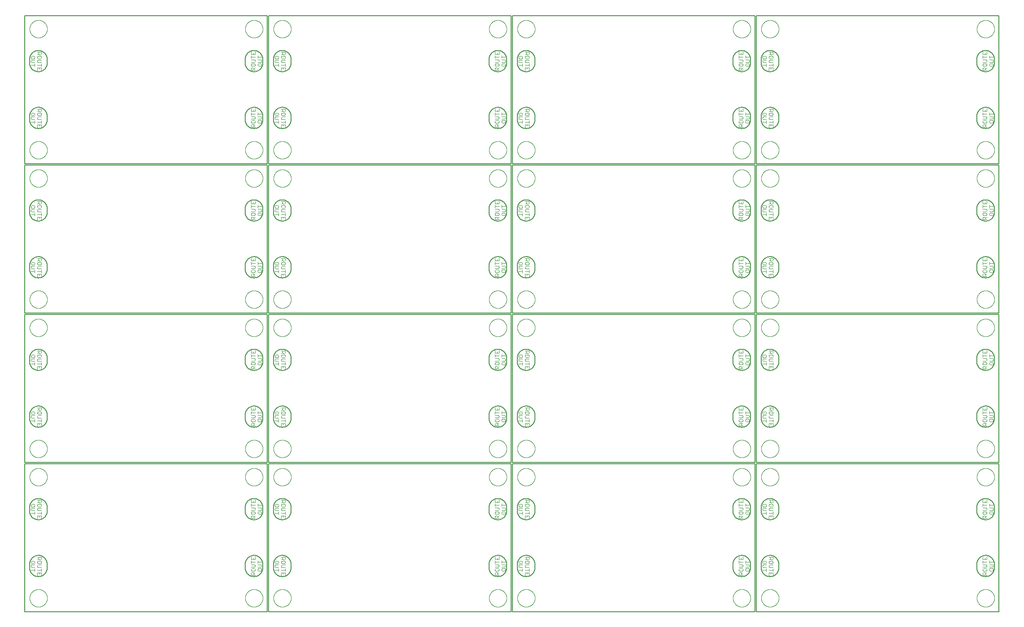
<source format=gko>
G75*
%MOIN*%
%OFA0B0*%
%FSLAX25Y25*%
%IPPOS*%
%LPD*%
%AMOC8*
5,1,8,0,0,1.08239X$1,22.5*
%
%ADD10C,0.00800*%
%ADD11C,0.00500*%
%ADD12C,0.00300*%
%ADD13C,0.00000*%
D10*
X0103333Y0070000D02*
X0283333Y0070000D01*
X0283333Y0180000D01*
X0103333Y0180000D01*
X0103333Y0070000D01*
X0284333Y0070000D02*
X0284333Y0180000D01*
X0464333Y0180000D01*
X0464333Y0070000D01*
X0284333Y0070000D01*
X0465333Y0070000D02*
X0465333Y0180000D01*
X0645333Y0180000D01*
X0645333Y0070000D01*
X0465333Y0070000D01*
X0646333Y0070000D02*
X0646333Y0180000D01*
X0826333Y0180000D01*
X0826333Y0070000D01*
X0646333Y0070000D01*
X0646333Y0181000D02*
X0826333Y0181000D01*
X0826333Y0291000D01*
X0646333Y0291000D01*
X0646333Y0181000D01*
X0645333Y0181000D02*
X0465333Y0181000D01*
X0465333Y0291000D01*
X0645333Y0291000D01*
X0645333Y0181000D01*
X0645333Y0292000D02*
X0465333Y0292000D01*
X0465333Y0402000D01*
X0645333Y0402000D01*
X0645333Y0292000D01*
X0646333Y0292000D02*
X0826333Y0292000D01*
X0826333Y0402000D01*
X0646333Y0402000D01*
X0646333Y0292000D01*
X0646333Y0403000D02*
X0826333Y0403000D01*
X0826333Y0513000D01*
X0646333Y0513000D01*
X0646333Y0403000D01*
X0645333Y0403000D02*
X0465333Y0403000D01*
X0465333Y0513000D01*
X0645333Y0513000D01*
X0645333Y0403000D01*
X0464333Y0403000D02*
X0464333Y0513000D01*
X0284333Y0513000D01*
X0284333Y0403000D01*
X0464333Y0403000D01*
X0464333Y0402000D02*
X0464333Y0292000D01*
X0284333Y0292000D01*
X0284333Y0402000D01*
X0464333Y0402000D01*
X0464333Y0291000D02*
X0284333Y0291000D01*
X0284333Y0181000D01*
X0464333Y0181000D01*
X0464333Y0291000D01*
X0283333Y0291000D02*
X0283333Y0181000D01*
X0103333Y0181000D01*
X0103333Y0291000D01*
X0283333Y0291000D01*
X0283333Y0292000D02*
X0103333Y0292000D01*
X0103333Y0402000D01*
X0283333Y0402000D01*
X0283333Y0292000D01*
X0283333Y0403000D02*
X0103333Y0403000D01*
X0103333Y0513000D01*
X0283333Y0513000D01*
X0283333Y0403000D01*
D11*
X0279833Y0435500D02*
X0279833Y0438250D01*
X0279831Y0438410D01*
X0279825Y0438569D01*
X0279815Y0438728D01*
X0279802Y0438887D01*
X0279784Y0439046D01*
X0279763Y0439204D01*
X0279737Y0439361D01*
X0279708Y0439518D01*
X0279675Y0439674D01*
X0279638Y0439829D01*
X0279598Y0439984D01*
X0279553Y0440137D01*
X0279505Y0440289D01*
X0279453Y0440440D01*
X0279397Y0440589D01*
X0279338Y0440737D01*
X0279275Y0440884D01*
X0279209Y0441029D01*
X0279139Y0441172D01*
X0279065Y0441314D01*
X0278989Y0441454D01*
X0278908Y0441592D01*
X0278825Y0441727D01*
X0278738Y0441861D01*
X0278647Y0441993D01*
X0278554Y0442122D01*
X0278457Y0442249D01*
X0278358Y0442374D01*
X0278255Y0442496D01*
X0278149Y0442615D01*
X0278041Y0442732D01*
X0277929Y0442846D01*
X0277815Y0442958D01*
X0277698Y0443066D01*
X0277579Y0443172D01*
X0277457Y0443275D01*
X0277332Y0443374D01*
X0277205Y0443471D01*
X0277076Y0443564D01*
X0276944Y0443655D01*
X0276810Y0443742D01*
X0276675Y0443825D01*
X0276537Y0443906D01*
X0276397Y0443982D01*
X0276255Y0444056D01*
X0276112Y0444126D01*
X0275967Y0444192D01*
X0275820Y0444255D01*
X0275672Y0444314D01*
X0275523Y0444370D01*
X0275372Y0444422D01*
X0275220Y0444470D01*
X0275067Y0444515D01*
X0274912Y0444555D01*
X0274757Y0444592D01*
X0274601Y0444625D01*
X0274444Y0444654D01*
X0274287Y0444680D01*
X0274129Y0444701D01*
X0273970Y0444719D01*
X0273811Y0444732D01*
X0273652Y0444742D01*
X0273493Y0444748D01*
X0273333Y0444750D01*
X0273173Y0444748D01*
X0273014Y0444742D01*
X0272855Y0444732D01*
X0272696Y0444719D01*
X0272537Y0444701D01*
X0272379Y0444680D01*
X0272222Y0444654D01*
X0272065Y0444625D01*
X0271909Y0444592D01*
X0271754Y0444555D01*
X0271599Y0444515D01*
X0271446Y0444470D01*
X0271294Y0444422D01*
X0271143Y0444370D01*
X0270994Y0444314D01*
X0270846Y0444255D01*
X0270699Y0444192D01*
X0270554Y0444126D01*
X0270411Y0444056D01*
X0270269Y0443982D01*
X0270129Y0443906D01*
X0269991Y0443825D01*
X0269856Y0443742D01*
X0269722Y0443655D01*
X0269590Y0443564D01*
X0269461Y0443471D01*
X0269334Y0443374D01*
X0269209Y0443275D01*
X0269087Y0443172D01*
X0268968Y0443066D01*
X0268851Y0442958D01*
X0268737Y0442846D01*
X0268625Y0442732D01*
X0268517Y0442615D01*
X0268411Y0442496D01*
X0268308Y0442374D01*
X0268209Y0442249D01*
X0268112Y0442122D01*
X0268019Y0441993D01*
X0267928Y0441861D01*
X0267841Y0441727D01*
X0267758Y0441592D01*
X0267677Y0441454D01*
X0267601Y0441314D01*
X0267527Y0441172D01*
X0267457Y0441029D01*
X0267391Y0440884D01*
X0267328Y0440737D01*
X0267269Y0440589D01*
X0267213Y0440440D01*
X0267161Y0440289D01*
X0267113Y0440137D01*
X0267068Y0439984D01*
X0267028Y0439829D01*
X0266991Y0439674D01*
X0266958Y0439518D01*
X0266929Y0439361D01*
X0266903Y0439204D01*
X0266882Y0439046D01*
X0266864Y0438887D01*
X0266851Y0438728D01*
X0266841Y0438569D01*
X0266835Y0438410D01*
X0266833Y0438250D01*
X0266833Y0435500D01*
X0273333Y0429000D02*
X0273493Y0429002D01*
X0273652Y0429008D01*
X0273811Y0429018D01*
X0273970Y0429031D01*
X0274129Y0429049D01*
X0274287Y0429070D01*
X0274444Y0429096D01*
X0274601Y0429125D01*
X0274757Y0429158D01*
X0274912Y0429195D01*
X0275067Y0429235D01*
X0275220Y0429280D01*
X0275372Y0429328D01*
X0275523Y0429380D01*
X0275672Y0429436D01*
X0275820Y0429495D01*
X0275967Y0429558D01*
X0276112Y0429624D01*
X0276255Y0429694D01*
X0276397Y0429768D01*
X0276537Y0429844D01*
X0276675Y0429925D01*
X0276810Y0430008D01*
X0276944Y0430095D01*
X0277076Y0430186D01*
X0277205Y0430279D01*
X0277332Y0430376D01*
X0277457Y0430475D01*
X0277579Y0430578D01*
X0277698Y0430684D01*
X0277815Y0430792D01*
X0277929Y0430904D01*
X0278041Y0431018D01*
X0278149Y0431135D01*
X0278255Y0431254D01*
X0278358Y0431376D01*
X0278457Y0431501D01*
X0278554Y0431628D01*
X0278647Y0431757D01*
X0278738Y0431889D01*
X0278825Y0432023D01*
X0278908Y0432158D01*
X0278989Y0432296D01*
X0279065Y0432436D01*
X0279139Y0432578D01*
X0279209Y0432721D01*
X0279275Y0432866D01*
X0279338Y0433013D01*
X0279397Y0433161D01*
X0279453Y0433310D01*
X0279505Y0433461D01*
X0279553Y0433613D01*
X0279598Y0433766D01*
X0279638Y0433921D01*
X0279675Y0434076D01*
X0279708Y0434232D01*
X0279737Y0434389D01*
X0279763Y0434546D01*
X0279784Y0434704D01*
X0279802Y0434863D01*
X0279815Y0435022D01*
X0279825Y0435181D01*
X0279831Y0435340D01*
X0279833Y0435500D01*
X0273333Y0429000D02*
X0273173Y0429002D01*
X0273014Y0429008D01*
X0272855Y0429018D01*
X0272696Y0429031D01*
X0272537Y0429049D01*
X0272379Y0429070D01*
X0272222Y0429096D01*
X0272065Y0429125D01*
X0271909Y0429158D01*
X0271754Y0429195D01*
X0271599Y0429235D01*
X0271446Y0429280D01*
X0271294Y0429328D01*
X0271143Y0429380D01*
X0270994Y0429436D01*
X0270846Y0429495D01*
X0270699Y0429558D01*
X0270554Y0429624D01*
X0270411Y0429694D01*
X0270269Y0429768D01*
X0270129Y0429844D01*
X0269991Y0429925D01*
X0269856Y0430008D01*
X0269722Y0430095D01*
X0269590Y0430186D01*
X0269461Y0430279D01*
X0269334Y0430376D01*
X0269209Y0430475D01*
X0269087Y0430578D01*
X0268968Y0430684D01*
X0268851Y0430792D01*
X0268737Y0430904D01*
X0268625Y0431018D01*
X0268517Y0431135D01*
X0268411Y0431254D01*
X0268308Y0431376D01*
X0268209Y0431501D01*
X0268112Y0431628D01*
X0268019Y0431757D01*
X0267928Y0431889D01*
X0267841Y0432023D01*
X0267758Y0432158D01*
X0267677Y0432296D01*
X0267601Y0432436D01*
X0267527Y0432578D01*
X0267457Y0432721D01*
X0267391Y0432866D01*
X0267328Y0433013D01*
X0267269Y0433161D01*
X0267213Y0433310D01*
X0267161Y0433461D01*
X0267113Y0433613D01*
X0267068Y0433766D01*
X0267028Y0433921D01*
X0266991Y0434076D01*
X0266958Y0434232D01*
X0266929Y0434389D01*
X0266903Y0434546D01*
X0266882Y0434704D01*
X0266864Y0434863D01*
X0266851Y0435022D01*
X0266841Y0435181D01*
X0266835Y0435340D01*
X0266833Y0435500D01*
X0287833Y0435500D02*
X0287833Y0438250D01*
X0287835Y0438410D01*
X0287841Y0438569D01*
X0287851Y0438728D01*
X0287864Y0438887D01*
X0287882Y0439046D01*
X0287903Y0439204D01*
X0287929Y0439361D01*
X0287958Y0439518D01*
X0287991Y0439674D01*
X0288028Y0439829D01*
X0288068Y0439984D01*
X0288113Y0440137D01*
X0288161Y0440289D01*
X0288213Y0440440D01*
X0288269Y0440589D01*
X0288328Y0440737D01*
X0288391Y0440884D01*
X0288457Y0441029D01*
X0288527Y0441172D01*
X0288601Y0441314D01*
X0288677Y0441454D01*
X0288758Y0441592D01*
X0288841Y0441727D01*
X0288928Y0441861D01*
X0289019Y0441993D01*
X0289112Y0442122D01*
X0289209Y0442249D01*
X0289308Y0442374D01*
X0289411Y0442496D01*
X0289517Y0442615D01*
X0289625Y0442732D01*
X0289737Y0442846D01*
X0289851Y0442958D01*
X0289968Y0443066D01*
X0290087Y0443172D01*
X0290209Y0443275D01*
X0290334Y0443374D01*
X0290461Y0443471D01*
X0290590Y0443564D01*
X0290722Y0443655D01*
X0290856Y0443742D01*
X0290991Y0443825D01*
X0291129Y0443906D01*
X0291269Y0443982D01*
X0291411Y0444056D01*
X0291554Y0444126D01*
X0291699Y0444192D01*
X0291846Y0444255D01*
X0291994Y0444314D01*
X0292143Y0444370D01*
X0292294Y0444422D01*
X0292446Y0444470D01*
X0292599Y0444515D01*
X0292754Y0444555D01*
X0292909Y0444592D01*
X0293065Y0444625D01*
X0293222Y0444654D01*
X0293379Y0444680D01*
X0293537Y0444701D01*
X0293696Y0444719D01*
X0293855Y0444732D01*
X0294014Y0444742D01*
X0294173Y0444748D01*
X0294333Y0444750D01*
X0294493Y0444748D01*
X0294652Y0444742D01*
X0294811Y0444732D01*
X0294970Y0444719D01*
X0295129Y0444701D01*
X0295287Y0444680D01*
X0295444Y0444654D01*
X0295601Y0444625D01*
X0295757Y0444592D01*
X0295912Y0444555D01*
X0296067Y0444515D01*
X0296220Y0444470D01*
X0296372Y0444422D01*
X0296523Y0444370D01*
X0296672Y0444314D01*
X0296820Y0444255D01*
X0296967Y0444192D01*
X0297112Y0444126D01*
X0297255Y0444056D01*
X0297397Y0443982D01*
X0297537Y0443906D01*
X0297675Y0443825D01*
X0297810Y0443742D01*
X0297944Y0443655D01*
X0298076Y0443564D01*
X0298205Y0443471D01*
X0298332Y0443374D01*
X0298457Y0443275D01*
X0298579Y0443172D01*
X0298698Y0443066D01*
X0298815Y0442958D01*
X0298929Y0442846D01*
X0299041Y0442732D01*
X0299149Y0442615D01*
X0299255Y0442496D01*
X0299358Y0442374D01*
X0299457Y0442249D01*
X0299554Y0442122D01*
X0299647Y0441993D01*
X0299738Y0441861D01*
X0299825Y0441727D01*
X0299908Y0441592D01*
X0299989Y0441454D01*
X0300065Y0441314D01*
X0300139Y0441172D01*
X0300209Y0441029D01*
X0300275Y0440884D01*
X0300338Y0440737D01*
X0300397Y0440589D01*
X0300453Y0440440D01*
X0300505Y0440289D01*
X0300553Y0440137D01*
X0300598Y0439984D01*
X0300638Y0439829D01*
X0300675Y0439674D01*
X0300708Y0439518D01*
X0300737Y0439361D01*
X0300763Y0439204D01*
X0300784Y0439046D01*
X0300802Y0438887D01*
X0300815Y0438728D01*
X0300825Y0438569D01*
X0300831Y0438410D01*
X0300833Y0438250D01*
X0300833Y0435500D01*
X0294333Y0429000D02*
X0294173Y0429002D01*
X0294014Y0429008D01*
X0293855Y0429018D01*
X0293696Y0429031D01*
X0293537Y0429049D01*
X0293379Y0429070D01*
X0293222Y0429096D01*
X0293065Y0429125D01*
X0292909Y0429158D01*
X0292754Y0429195D01*
X0292599Y0429235D01*
X0292446Y0429280D01*
X0292294Y0429328D01*
X0292143Y0429380D01*
X0291994Y0429436D01*
X0291846Y0429495D01*
X0291699Y0429558D01*
X0291554Y0429624D01*
X0291411Y0429694D01*
X0291269Y0429768D01*
X0291129Y0429844D01*
X0290991Y0429925D01*
X0290856Y0430008D01*
X0290722Y0430095D01*
X0290590Y0430186D01*
X0290461Y0430279D01*
X0290334Y0430376D01*
X0290209Y0430475D01*
X0290087Y0430578D01*
X0289968Y0430684D01*
X0289851Y0430792D01*
X0289737Y0430904D01*
X0289625Y0431018D01*
X0289517Y0431135D01*
X0289411Y0431254D01*
X0289308Y0431376D01*
X0289209Y0431501D01*
X0289112Y0431628D01*
X0289019Y0431757D01*
X0288928Y0431889D01*
X0288841Y0432023D01*
X0288758Y0432158D01*
X0288677Y0432296D01*
X0288601Y0432436D01*
X0288527Y0432578D01*
X0288457Y0432721D01*
X0288391Y0432866D01*
X0288328Y0433013D01*
X0288269Y0433161D01*
X0288213Y0433310D01*
X0288161Y0433461D01*
X0288113Y0433613D01*
X0288068Y0433766D01*
X0288028Y0433921D01*
X0287991Y0434076D01*
X0287958Y0434232D01*
X0287929Y0434389D01*
X0287903Y0434546D01*
X0287882Y0434704D01*
X0287864Y0434863D01*
X0287851Y0435022D01*
X0287841Y0435181D01*
X0287835Y0435340D01*
X0287833Y0435500D01*
X0294333Y0429000D02*
X0294493Y0429002D01*
X0294652Y0429008D01*
X0294811Y0429018D01*
X0294970Y0429031D01*
X0295129Y0429049D01*
X0295287Y0429070D01*
X0295444Y0429096D01*
X0295601Y0429125D01*
X0295757Y0429158D01*
X0295912Y0429195D01*
X0296067Y0429235D01*
X0296220Y0429280D01*
X0296372Y0429328D01*
X0296523Y0429380D01*
X0296672Y0429436D01*
X0296820Y0429495D01*
X0296967Y0429558D01*
X0297112Y0429624D01*
X0297255Y0429694D01*
X0297397Y0429768D01*
X0297537Y0429844D01*
X0297675Y0429925D01*
X0297810Y0430008D01*
X0297944Y0430095D01*
X0298076Y0430186D01*
X0298205Y0430279D01*
X0298332Y0430376D01*
X0298457Y0430475D01*
X0298579Y0430578D01*
X0298698Y0430684D01*
X0298815Y0430792D01*
X0298929Y0430904D01*
X0299041Y0431018D01*
X0299149Y0431135D01*
X0299255Y0431254D01*
X0299358Y0431376D01*
X0299457Y0431501D01*
X0299554Y0431628D01*
X0299647Y0431757D01*
X0299738Y0431889D01*
X0299825Y0432023D01*
X0299908Y0432158D01*
X0299989Y0432296D01*
X0300065Y0432436D01*
X0300139Y0432578D01*
X0300209Y0432721D01*
X0300275Y0432866D01*
X0300338Y0433013D01*
X0300397Y0433161D01*
X0300453Y0433310D01*
X0300505Y0433461D01*
X0300553Y0433613D01*
X0300598Y0433766D01*
X0300638Y0433921D01*
X0300675Y0434076D01*
X0300708Y0434232D01*
X0300737Y0434389D01*
X0300763Y0434546D01*
X0300784Y0434704D01*
X0300802Y0434863D01*
X0300815Y0435022D01*
X0300825Y0435181D01*
X0300831Y0435340D01*
X0300833Y0435500D01*
X0300833Y0477750D02*
X0300833Y0480500D01*
X0294333Y0487000D02*
X0294173Y0486998D01*
X0294014Y0486992D01*
X0293855Y0486982D01*
X0293696Y0486969D01*
X0293537Y0486951D01*
X0293379Y0486930D01*
X0293222Y0486904D01*
X0293065Y0486875D01*
X0292909Y0486842D01*
X0292754Y0486805D01*
X0292599Y0486765D01*
X0292446Y0486720D01*
X0292294Y0486672D01*
X0292143Y0486620D01*
X0291994Y0486564D01*
X0291846Y0486505D01*
X0291699Y0486442D01*
X0291554Y0486376D01*
X0291411Y0486306D01*
X0291269Y0486232D01*
X0291129Y0486156D01*
X0290991Y0486075D01*
X0290856Y0485992D01*
X0290722Y0485905D01*
X0290590Y0485814D01*
X0290461Y0485721D01*
X0290334Y0485624D01*
X0290209Y0485525D01*
X0290087Y0485422D01*
X0289968Y0485316D01*
X0289851Y0485208D01*
X0289737Y0485096D01*
X0289625Y0484982D01*
X0289517Y0484865D01*
X0289411Y0484746D01*
X0289308Y0484624D01*
X0289209Y0484499D01*
X0289112Y0484372D01*
X0289019Y0484243D01*
X0288928Y0484111D01*
X0288841Y0483977D01*
X0288758Y0483842D01*
X0288677Y0483704D01*
X0288601Y0483564D01*
X0288527Y0483422D01*
X0288457Y0483279D01*
X0288391Y0483134D01*
X0288328Y0482987D01*
X0288269Y0482839D01*
X0288213Y0482690D01*
X0288161Y0482539D01*
X0288113Y0482387D01*
X0288068Y0482234D01*
X0288028Y0482079D01*
X0287991Y0481924D01*
X0287958Y0481768D01*
X0287929Y0481611D01*
X0287903Y0481454D01*
X0287882Y0481296D01*
X0287864Y0481137D01*
X0287851Y0480978D01*
X0287841Y0480819D01*
X0287835Y0480660D01*
X0287833Y0480500D01*
X0287833Y0477750D01*
X0287835Y0477590D01*
X0287841Y0477431D01*
X0287851Y0477272D01*
X0287864Y0477113D01*
X0287882Y0476954D01*
X0287903Y0476796D01*
X0287929Y0476639D01*
X0287958Y0476482D01*
X0287991Y0476326D01*
X0288028Y0476171D01*
X0288068Y0476016D01*
X0288113Y0475863D01*
X0288161Y0475711D01*
X0288213Y0475560D01*
X0288269Y0475411D01*
X0288328Y0475263D01*
X0288391Y0475116D01*
X0288457Y0474971D01*
X0288527Y0474828D01*
X0288601Y0474686D01*
X0288677Y0474546D01*
X0288758Y0474408D01*
X0288841Y0474273D01*
X0288928Y0474139D01*
X0289019Y0474007D01*
X0289112Y0473878D01*
X0289209Y0473751D01*
X0289308Y0473626D01*
X0289411Y0473504D01*
X0289517Y0473385D01*
X0289625Y0473268D01*
X0289737Y0473154D01*
X0289851Y0473042D01*
X0289968Y0472934D01*
X0290087Y0472828D01*
X0290209Y0472725D01*
X0290334Y0472626D01*
X0290461Y0472529D01*
X0290590Y0472436D01*
X0290722Y0472345D01*
X0290856Y0472258D01*
X0290991Y0472175D01*
X0291129Y0472094D01*
X0291269Y0472018D01*
X0291411Y0471944D01*
X0291554Y0471874D01*
X0291699Y0471808D01*
X0291846Y0471745D01*
X0291994Y0471686D01*
X0292143Y0471630D01*
X0292294Y0471578D01*
X0292446Y0471530D01*
X0292599Y0471485D01*
X0292754Y0471445D01*
X0292909Y0471408D01*
X0293065Y0471375D01*
X0293222Y0471346D01*
X0293379Y0471320D01*
X0293537Y0471299D01*
X0293696Y0471281D01*
X0293855Y0471268D01*
X0294014Y0471258D01*
X0294173Y0471252D01*
X0294333Y0471250D01*
X0294493Y0471252D01*
X0294652Y0471258D01*
X0294811Y0471268D01*
X0294970Y0471281D01*
X0295129Y0471299D01*
X0295287Y0471320D01*
X0295444Y0471346D01*
X0295601Y0471375D01*
X0295757Y0471408D01*
X0295912Y0471445D01*
X0296067Y0471485D01*
X0296220Y0471530D01*
X0296372Y0471578D01*
X0296523Y0471630D01*
X0296672Y0471686D01*
X0296820Y0471745D01*
X0296967Y0471808D01*
X0297112Y0471874D01*
X0297255Y0471944D01*
X0297397Y0472018D01*
X0297537Y0472094D01*
X0297675Y0472175D01*
X0297810Y0472258D01*
X0297944Y0472345D01*
X0298076Y0472436D01*
X0298205Y0472529D01*
X0298332Y0472626D01*
X0298457Y0472725D01*
X0298579Y0472828D01*
X0298698Y0472934D01*
X0298815Y0473042D01*
X0298929Y0473154D01*
X0299041Y0473268D01*
X0299149Y0473385D01*
X0299255Y0473504D01*
X0299358Y0473626D01*
X0299457Y0473751D01*
X0299554Y0473878D01*
X0299647Y0474007D01*
X0299738Y0474139D01*
X0299825Y0474273D01*
X0299908Y0474408D01*
X0299989Y0474546D01*
X0300065Y0474686D01*
X0300139Y0474828D01*
X0300209Y0474971D01*
X0300275Y0475116D01*
X0300338Y0475263D01*
X0300397Y0475411D01*
X0300453Y0475560D01*
X0300505Y0475711D01*
X0300553Y0475863D01*
X0300598Y0476016D01*
X0300638Y0476171D01*
X0300675Y0476326D01*
X0300708Y0476482D01*
X0300737Y0476639D01*
X0300763Y0476796D01*
X0300784Y0476954D01*
X0300802Y0477113D01*
X0300815Y0477272D01*
X0300825Y0477431D01*
X0300831Y0477590D01*
X0300833Y0477750D01*
X0300833Y0480500D02*
X0300831Y0480660D01*
X0300825Y0480819D01*
X0300815Y0480978D01*
X0300802Y0481137D01*
X0300784Y0481296D01*
X0300763Y0481454D01*
X0300737Y0481611D01*
X0300708Y0481768D01*
X0300675Y0481924D01*
X0300638Y0482079D01*
X0300598Y0482234D01*
X0300553Y0482387D01*
X0300505Y0482539D01*
X0300453Y0482690D01*
X0300397Y0482839D01*
X0300338Y0482987D01*
X0300275Y0483134D01*
X0300209Y0483279D01*
X0300139Y0483422D01*
X0300065Y0483564D01*
X0299989Y0483704D01*
X0299908Y0483842D01*
X0299825Y0483977D01*
X0299738Y0484111D01*
X0299647Y0484243D01*
X0299554Y0484372D01*
X0299457Y0484499D01*
X0299358Y0484624D01*
X0299255Y0484746D01*
X0299149Y0484865D01*
X0299041Y0484982D01*
X0298929Y0485096D01*
X0298815Y0485208D01*
X0298698Y0485316D01*
X0298579Y0485422D01*
X0298457Y0485525D01*
X0298332Y0485624D01*
X0298205Y0485721D01*
X0298076Y0485814D01*
X0297944Y0485905D01*
X0297810Y0485992D01*
X0297675Y0486075D01*
X0297537Y0486156D01*
X0297397Y0486232D01*
X0297255Y0486306D01*
X0297112Y0486376D01*
X0296967Y0486442D01*
X0296820Y0486505D01*
X0296672Y0486564D01*
X0296523Y0486620D01*
X0296372Y0486672D01*
X0296220Y0486720D01*
X0296067Y0486765D01*
X0295912Y0486805D01*
X0295757Y0486842D01*
X0295601Y0486875D01*
X0295444Y0486904D01*
X0295287Y0486930D01*
X0295129Y0486951D01*
X0294970Y0486969D01*
X0294811Y0486982D01*
X0294652Y0486992D01*
X0294493Y0486998D01*
X0294333Y0487000D01*
X0279833Y0480500D02*
X0279833Y0477750D01*
X0279831Y0477590D01*
X0279825Y0477431D01*
X0279815Y0477272D01*
X0279802Y0477113D01*
X0279784Y0476954D01*
X0279763Y0476796D01*
X0279737Y0476639D01*
X0279708Y0476482D01*
X0279675Y0476326D01*
X0279638Y0476171D01*
X0279598Y0476016D01*
X0279553Y0475863D01*
X0279505Y0475711D01*
X0279453Y0475560D01*
X0279397Y0475411D01*
X0279338Y0475263D01*
X0279275Y0475116D01*
X0279209Y0474971D01*
X0279139Y0474828D01*
X0279065Y0474686D01*
X0278989Y0474546D01*
X0278908Y0474408D01*
X0278825Y0474273D01*
X0278738Y0474139D01*
X0278647Y0474007D01*
X0278554Y0473878D01*
X0278457Y0473751D01*
X0278358Y0473626D01*
X0278255Y0473504D01*
X0278149Y0473385D01*
X0278041Y0473268D01*
X0277929Y0473154D01*
X0277815Y0473042D01*
X0277698Y0472934D01*
X0277579Y0472828D01*
X0277457Y0472725D01*
X0277332Y0472626D01*
X0277205Y0472529D01*
X0277076Y0472436D01*
X0276944Y0472345D01*
X0276810Y0472258D01*
X0276675Y0472175D01*
X0276537Y0472094D01*
X0276397Y0472018D01*
X0276255Y0471944D01*
X0276112Y0471874D01*
X0275967Y0471808D01*
X0275820Y0471745D01*
X0275672Y0471686D01*
X0275523Y0471630D01*
X0275372Y0471578D01*
X0275220Y0471530D01*
X0275067Y0471485D01*
X0274912Y0471445D01*
X0274757Y0471408D01*
X0274601Y0471375D01*
X0274444Y0471346D01*
X0274287Y0471320D01*
X0274129Y0471299D01*
X0273970Y0471281D01*
X0273811Y0471268D01*
X0273652Y0471258D01*
X0273493Y0471252D01*
X0273333Y0471250D01*
X0273173Y0471252D01*
X0273014Y0471258D01*
X0272855Y0471268D01*
X0272696Y0471281D01*
X0272537Y0471299D01*
X0272379Y0471320D01*
X0272222Y0471346D01*
X0272065Y0471375D01*
X0271909Y0471408D01*
X0271754Y0471445D01*
X0271599Y0471485D01*
X0271446Y0471530D01*
X0271294Y0471578D01*
X0271143Y0471630D01*
X0270994Y0471686D01*
X0270846Y0471745D01*
X0270699Y0471808D01*
X0270554Y0471874D01*
X0270411Y0471944D01*
X0270269Y0472018D01*
X0270129Y0472094D01*
X0269991Y0472175D01*
X0269856Y0472258D01*
X0269722Y0472345D01*
X0269590Y0472436D01*
X0269461Y0472529D01*
X0269334Y0472626D01*
X0269209Y0472725D01*
X0269087Y0472828D01*
X0268968Y0472934D01*
X0268851Y0473042D01*
X0268737Y0473154D01*
X0268625Y0473268D01*
X0268517Y0473385D01*
X0268411Y0473504D01*
X0268308Y0473626D01*
X0268209Y0473751D01*
X0268112Y0473878D01*
X0268019Y0474007D01*
X0267928Y0474139D01*
X0267841Y0474273D01*
X0267758Y0474408D01*
X0267677Y0474546D01*
X0267601Y0474686D01*
X0267527Y0474828D01*
X0267457Y0474971D01*
X0267391Y0475116D01*
X0267328Y0475263D01*
X0267269Y0475411D01*
X0267213Y0475560D01*
X0267161Y0475711D01*
X0267113Y0475863D01*
X0267068Y0476016D01*
X0267028Y0476171D01*
X0266991Y0476326D01*
X0266958Y0476482D01*
X0266929Y0476639D01*
X0266903Y0476796D01*
X0266882Y0476954D01*
X0266864Y0477113D01*
X0266851Y0477272D01*
X0266841Y0477431D01*
X0266835Y0477590D01*
X0266833Y0477750D01*
X0266833Y0480500D01*
X0273333Y0487000D02*
X0273493Y0486998D01*
X0273652Y0486992D01*
X0273811Y0486982D01*
X0273970Y0486969D01*
X0274129Y0486951D01*
X0274287Y0486930D01*
X0274444Y0486904D01*
X0274601Y0486875D01*
X0274757Y0486842D01*
X0274912Y0486805D01*
X0275067Y0486765D01*
X0275220Y0486720D01*
X0275372Y0486672D01*
X0275523Y0486620D01*
X0275672Y0486564D01*
X0275820Y0486505D01*
X0275967Y0486442D01*
X0276112Y0486376D01*
X0276255Y0486306D01*
X0276397Y0486232D01*
X0276537Y0486156D01*
X0276675Y0486075D01*
X0276810Y0485992D01*
X0276944Y0485905D01*
X0277076Y0485814D01*
X0277205Y0485721D01*
X0277332Y0485624D01*
X0277457Y0485525D01*
X0277579Y0485422D01*
X0277698Y0485316D01*
X0277815Y0485208D01*
X0277929Y0485096D01*
X0278041Y0484982D01*
X0278149Y0484865D01*
X0278255Y0484746D01*
X0278358Y0484624D01*
X0278457Y0484499D01*
X0278554Y0484372D01*
X0278647Y0484243D01*
X0278738Y0484111D01*
X0278825Y0483977D01*
X0278908Y0483842D01*
X0278989Y0483704D01*
X0279065Y0483564D01*
X0279139Y0483422D01*
X0279209Y0483279D01*
X0279275Y0483134D01*
X0279338Y0482987D01*
X0279397Y0482839D01*
X0279453Y0482690D01*
X0279505Y0482539D01*
X0279553Y0482387D01*
X0279598Y0482234D01*
X0279638Y0482079D01*
X0279675Y0481924D01*
X0279708Y0481768D01*
X0279737Y0481611D01*
X0279763Y0481454D01*
X0279784Y0481296D01*
X0279802Y0481137D01*
X0279815Y0480978D01*
X0279825Y0480819D01*
X0279831Y0480660D01*
X0279833Y0480500D01*
X0273333Y0487000D02*
X0273173Y0486998D01*
X0273014Y0486992D01*
X0272855Y0486982D01*
X0272696Y0486969D01*
X0272537Y0486951D01*
X0272379Y0486930D01*
X0272222Y0486904D01*
X0272065Y0486875D01*
X0271909Y0486842D01*
X0271754Y0486805D01*
X0271599Y0486765D01*
X0271446Y0486720D01*
X0271294Y0486672D01*
X0271143Y0486620D01*
X0270994Y0486564D01*
X0270846Y0486505D01*
X0270699Y0486442D01*
X0270554Y0486376D01*
X0270411Y0486306D01*
X0270269Y0486232D01*
X0270129Y0486156D01*
X0269991Y0486075D01*
X0269856Y0485992D01*
X0269722Y0485905D01*
X0269590Y0485814D01*
X0269461Y0485721D01*
X0269334Y0485624D01*
X0269209Y0485525D01*
X0269087Y0485422D01*
X0268968Y0485316D01*
X0268851Y0485208D01*
X0268737Y0485096D01*
X0268625Y0484982D01*
X0268517Y0484865D01*
X0268411Y0484746D01*
X0268308Y0484624D01*
X0268209Y0484499D01*
X0268112Y0484372D01*
X0268019Y0484243D01*
X0267928Y0484111D01*
X0267841Y0483977D01*
X0267758Y0483842D01*
X0267677Y0483704D01*
X0267601Y0483564D01*
X0267527Y0483422D01*
X0267457Y0483279D01*
X0267391Y0483134D01*
X0267328Y0482987D01*
X0267269Y0482839D01*
X0267213Y0482690D01*
X0267161Y0482539D01*
X0267113Y0482387D01*
X0267068Y0482234D01*
X0267028Y0482079D01*
X0266991Y0481924D01*
X0266958Y0481768D01*
X0266929Y0481611D01*
X0266903Y0481454D01*
X0266882Y0481296D01*
X0266864Y0481137D01*
X0266851Y0480978D01*
X0266841Y0480819D01*
X0266835Y0480660D01*
X0266833Y0480500D01*
X0119833Y0480500D02*
X0119833Y0477750D01*
X0113333Y0471250D02*
X0113173Y0471252D01*
X0113014Y0471258D01*
X0112855Y0471268D01*
X0112696Y0471281D01*
X0112537Y0471299D01*
X0112379Y0471320D01*
X0112222Y0471346D01*
X0112065Y0471375D01*
X0111909Y0471408D01*
X0111754Y0471445D01*
X0111599Y0471485D01*
X0111446Y0471530D01*
X0111294Y0471578D01*
X0111143Y0471630D01*
X0110994Y0471686D01*
X0110846Y0471745D01*
X0110699Y0471808D01*
X0110554Y0471874D01*
X0110411Y0471944D01*
X0110269Y0472018D01*
X0110129Y0472094D01*
X0109991Y0472175D01*
X0109856Y0472258D01*
X0109722Y0472345D01*
X0109590Y0472436D01*
X0109461Y0472529D01*
X0109334Y0472626D01*
X0109209Y0472725D01*
X0109087Y0472828D01*
X0108968Y0472934D01*
X0108851Y0473042D01*
X0108737Y0473154D01*
X0108625Y0473268D01*
X0108517Y0473385D01*
X0108411Y0473504D01*
X0108308Y0473626D01*
X0108209Y0473751D01*
X0108112Y0473878D01*
X0108019Y0474007D01*
X0107928Y0474139D01*
X0107841Y0474273D01*
X0107758Y0474408D01*
X0107677Y0474546D01*
X0107601Y0474686D01*
X0107527Y0474828D01*
X0107457Y0474971D01*
X0107391Y0475116D01*
X0107328Y0475263D01*
X0107269Y0475411D01*
X0107213Y0475560D01*
X0107161Y0475711D01*
X0107113Y0475863D01*
X0107068Y0476016D01*
X0107028Y0476171D01*
X0106991Y0476326D01*
X0106958Y0476482D01*
X0106929Y0476639D01*
X0106903Y0476796D01*
X0106882Y0476954D01*
X0106864Y0477113D01*
X0106851Y0477272D01*
X0106841Y0477431D01*
X0106835Y0477590D01*
X0106833Y0477750D01*
X0106833Y0480500D01*
X0106835Y0480660D01*
X0106841Y0480819D01*
X0106851Y0480978D01*
X0106864Y0481137D01*
X0106882Y0481296D01*
X0106903Y0481454D01*
X0106929Y0481611D01*
X0106958Y0481768D01*
X0106991Y0481924D01*
X0107028Y0482079D01*
X0107068Y0482234D01*
X0107113Y0482387D01*
X0107161Y0482539D01*
X0107213Y0482690D01*
X0107269Y0482839D01*
X0107328Y0482987D01*
X0107391Y0483134D01*
X0107457Y0483279D01*
X0107527Y0483422D01*
X0107601Y0483564D01*
X0107677Y0483704D01*
X0107758Y0483842D01*
X0107841Y0483977D01*
X0107928Y0484111D01*
X0108019Y0484243D01*
X0108112Y0484372D01*
X0108209Y0484499D01*
X0108308Y0484624D01*
X0108411Y0484746D01*
X0108517Y0484865D01*
X0108625Y0484982D01*
X0108737Y0485096D01*
X0108851Y0485208D01*
X0108968Y0485316D01*
X0109087Y0485422D01*
X0109209Y0485525D01*
X0109334Y0485624D01*
X0109461Y0485721D01*
X0109590Y0485814D01*
X0109722Y0485905D01*
X0109856Y0485992D01*
X0109991Y0486075D01*
X0110129Y0486156D01*
X0110269Y0486232D01*
X0110411Y0486306D01*
X0110554Y0486376D01*
X0110699Y0486442D01*
X0110846Y0486505D01*
X0110994Y0486564D01*
X0111143Y0486620D01*
X0111294Y0486672D01*
X0111446Y0486720D01*
X0111599Y0486765D01*
X0111754Y0486805D01*
X0111909Y0486842D01*
X0112065Y0486875D01*
X0112222Y0486904D01*
X0112379Y0486930D01*
X0112537Y0486951D01*
X0112696Y0486969D01*
X0112855Y0486982D01*
X0113014Y0486992D01*
X0113173Y0486998D01*
X0113333Y0487000D01*
X0113493Y0486998D01*
X0113652Y0486992D01*
X0113811Y0486982D01*
X0113970Y0486969D01*
X0114129Y0486951D01*
X0114287Y0486930D01*
X0114444Y0486904D01*
X0114601Y0486875D01*
X0114757Y0486842D01*
X0114912Y0486805D01*
X0115067Y0486765D01*
X0115220Y0486720D01*
X0115372Y0486672D01*
X0115523Y0486620D01*
X0115672Y0486564D01*
X0115820Y0486505D01*
X0115967Y0486442D01*
X0116112Y0486376D01*
X0116255Y0486306D01*
X0116397Y0486232D01*
X0116537Y0486156D01*
X0116675Y0486075D01*
X0116810Y0485992D01*
X0116944Y0485905D01*
X0117076Y0485814D01*
X0117205Y0485721D01*
X0117332Y0485624D01*
X0117457Y0485525D01*
X0117579Y0485422D01*
X0117698Y0485316D01*
X0117815Y0485208D01*
X0117929Y0485096D01*
X0118041Y0484982D01*
X0118149Y0484865D01*
X0118255Y0484746D01*
X0118358Y0484624D01*
X0118457Y0484499D01*
X0118554Y0484372D01*
X0118647Y0484243D01*
X0118738Y0484111D01*
X0118825Y0483977D01*
X0118908Y0483842D01*
X0118989Y0483704D01*
X0119065Y0483564D01*
X0119139Y0483422D01*
X0119209Y0483279D01*
X0119275Y0483134D01*
X0119338Y0482987D01*
X0119397Y0482839D01*
X0119453Y0482690D01*
X0119505Y0482539D01*
X0119553Y0482387D01*
X0119598Y0482234D01*
X0119638Y0482079D01*
X0119675Y0481924D01*
X0119708Y0481768D01*
X0119737Y0481611D01*
X0119763Y0481454D01*
X0119784Y0481296D01*
X0119802Y0481137D01*
X0119815Y0480978D01*
X0119825Y0480819D01*
X0119831Y0480660D01*
X0119833Y0480500D01*
X0119833Y0477750D02*
X0119831Y0477590D01*
X0119825Y0477431D01*
X0119815Y0477272D01*
X0119802Y0477113D01*
X0119784Y0476954D01*
X0119763Y0476796D01*
X0119737Y0476639D01*
X0119708Y0476482D01*
X0119675Y0476326D01*
X0119638Y0476171D01*
X0119598Y0476016D01*
X0119553Y0475863D01*
X0119505Y0475711D01*
X0119453Y0475560D01*
X0119397Y0475411D01*
X0119338Y0475263D01*
X0119275Y0475116D01*
X0119209Y0474971D01*
X0119139Y0474828D01*
X0119065Y0474686D01*
X0118989Y0474546D01*
X0118908Y0474408D01*
X0118825Y0474273D01*
X0118738Y0474139D01*
X0118647Y0474007D01*
X0118554Y0473878D01*
X0118457Y0473751D01*
X0118358Y0473626D01*
X0118255Y0473504D01*
X0118149Y0473385D01*
X0118041Y0473268D01*
X0117929Y0473154D01*
X0117815Y0473042D01*
X0117698Y0472934D01*
X0117579Y0472828D01*
X0117457Y0472725D01*
X0117332Y0472626D01*
X0117205Y0472529D01*
X0117076Y0472436D01*
X0116944Y0472345D01*
X0116810Y0472258D01*
X0116675Y0472175D01*
X0116537Y0472094D01*
X0116397Y0472018D01*
X0116255Y0471944D01*
X0116112Y0471874D01*
X0115967Y0471808D01*
X0115820Y0471745D01*
X0115672Y0471686D01*
X0115523Y0471630D01*
X0115372Y0471578D01*
X0115220Y0471530D01*
X0115067Y0471485D01*
X0114912Y0471445D01*
X0114757Y0471408D01*
X0114601Y0471375D01*
X0114444Y0471346D01*
X0114287Y0471320D01*
X0114129Y0471299D01*
X0113970Y0471281D01*
X0113811Y0471268D01*
X0113652Y0471258D01*
X0113493Y0471252D01*
X0113333Y0471250D01*
X0113333Y0444750D02*
X0113173Y0444748D01*
X0113014Y0444742D01*
X0112855Y0444732D01*
X0112696Y0444719D01*
X0112537Y0444701D01*
X0112379Y0444680D01*
X0112222Y0444654D01*
X0112065Y0444625D01*
X0111909Y0444592D01*
X0111754Y0444555D01*
X0111599Y0444515D01*
X0111446Y0444470D01*
X0111294Y0444422D01*
X0111143Y0444370D01*
X0110994Y0444314D01*
X0110846Y0444255D01*
X0110699Y0444192D01*
X0110554Y0444126D01*
X0110411Y0444056D01*
X0110269Y0443982D01*
X0110129Y0443906D01*
X0109991Y0443825D01*
X0109856Y0443742D01*
X0109722Y0443655D01*
X0109590Y0443564D01*
X0109461Y0443471D01*
X0109334Y0443374D01*
X0109209Y0443275D01*
X0109087Y0443172D01*
X0108968Y0443066D01*
X0108851Y0442958D01*
X0108737Y0442846D01*
X0108625Y0442732D01*
X0108517Y0442615D01*
X0108411Y0442496D01*
X0108308Y0442374D01*
X0108209Y0442249D01*
X0108112Y0442122D01*
X0108019Y0441993D01*
X0107928Y0441861D01*
X0107841Y0441727D01*
X0107758Y0441592D01*
X0107677Y0441454D01*
X0107601Y0441314D01*
X0107527Y0441172D01*
X0107457Y0441029D01*
X0107391Y0440884D01*
X0107328Y0440737D01*
X0107269Y0440589D01*
X0107213Y0440440D01*
X0107161Y0440289D01*
X0107113Y0440137D01*
X0107068Y0439984D01*
X0107028Y0439829D01*
X0106991Y0439674D01*
X0106958Y0439518D01*
X0106929Y0439361D01*
X0106903Y0439204D01*
X0106882Y0439046D01*
X0106864Y0438887D01*
X0106851Y0438728D01*
X0106841Y0438569D01*
X0106835Y0438410D01*
X0106833Y0438250D01*
X0106833Y0435500D01*
X0106835Y0435340D01*
X0106841Y0435181D01*
X0106851Y0435022D01*
X0106864Y0434863D01*
X0106882Y0434704D01*
X0106903Y0434546D01*
X0106929Y0434389D01*
X0106958Y0434232D01*
X0106991Y0434076D01*
X0107028Y0433921D01*
X0107068Y0433766D01*
X0107113Y0433613D01*
X0107161Y0433461D01*
X0107213Y0433310D01*
X0107269Y0433161D01*
X0107328Y0433013D01*
X0107391Y0432866D01*
X0107457Y0432721D01*
X0107527Y0432578D01*
X0107601Y0432436D01*
X0107677Y0432296D01*
X0107758Y0432158D01*
X0107841Y0432023D01*
X0107928Y0431889D01*
X0108019Y0431757D01*
X0108112Y0431628D01*
X0108209Y0431501D01*
X0108308Y0431376D01*
X0108411Y0431254D01*
X0108517Y0431135D01*
X0108625Y0431018D01*
X0108737Y0430904D01*
X0108851Y0430792D01*
X0108968Y0430684D01*
X0109087Y0430578D01*
X0109209Y0430475D01*
X0109334Y0430376D01*
X0109461Y0430279D01*
X0109590Y0430186D01*
X0109722Y0430095D01*
X0109856Y0430008D01*
X0109991Y0429925D01*
X0110129Y0429844D01*
X0110269Y0429768D01*
X0110411Y0429694D01*
X0110554Y0429624D01*
X0110699Y0429558D01*
X0110846Y0429495D01*
X0110994Y0429436D01*
X0111143Y0429380D01*
X0111294Y0429328D01*
X0111446Y0429280D01*
X0111599Y0429235D01*
X0111754Y0429195D01*
X0111909Y0429158D01*
X0112065Y0429125D01*
X0112222Y0429096D01*
X0112379Y0429070D01*
X0112537Y0429049D01*
X0112696Y0429031D01*
X0112855Y0429018D01*
X0113014Y0429008D01*
X0113173Y0429002D01*
X0113333Y0429000D01*
X0113493Y0429002D01*
X0113652Y0429008D01*
X0113811Y0429018D01*
X0113970Y0429031D01*
X0114129Y0429049D01*
X0114287Y0429070D01*
X0114444Y0429096D01*
X0114601Y0429125D01*
X0114757Y0429158D01*
X0114912Y0429195D01*
X0115067Y0429235D01*
X0115220Y0429280D01*
X0115372Y0429328D01*
X0115523Y0429380D01*
X0115672Y0429436D01*
X0115820Y0429495D01*
X0115967Y0429558D01*
X0116112Y0429624D01*
X0116255Y0429694D01*
X0116397Y0429768D01*
X0116537Y0429844D01*
X0116675Y0429925D01*
X0116810Y0430008D01*
X0116944Y0430095D01*
X0117076Y0430186D01*
X0117205Y0430279D01*
X0117332Y0430376D01*
X0117457Y0430475D01*
X0117579Y0430578D01*
X0117698Y0430684D01*
X0117815Y0430792D01*
X0117929Y0430904D01*
X0118041Y0431018D01*
X0118149Y0431135D01*
X0118255Y0431254D01*
X0118358Y0431376D01*
X0118457Y0431501D01*
X0118554Y0431628D01*
X0118647Y0431757D01*
X0118738Y0431889D01*
X0118825Y0432023D01*
X0118908Y0432158D01*
X0118989Y0432296D01*
X0119065Y0432436D01*
X0119139Y0432578D01*
X0119209Y0432721D01*
X0119275Y0432866D01*
X0119338Y0433013D01*
X0119397Y0433161D01*
X0119453Y0433310D01*
X0119505Y0433461D01*
X0119553Y0433613D01*
X0119598Y0433766D01*
X0119638Y0433921D01*
X0119675Y0434076D01*
X0119708Y0434232D01*
X0119737Y0434389D01*
X0119763Y0434546D01*
X0119784Y0434704D01*
X0119802Y0434863D01*
X0119815Y0435022D01*
X0119825Y0435181D01*
X0119831Y0435340D01*
X0119833Y0435500D01*
X0119833Y0438250D01*
X0119831Y0438410D01*
X0119825Y0438569D01*
X0119815Y0438728D01*
X0119802Y0438887D01*
X0119784Y0439046D01*
X0119763Y0439204D01*
X0119737Y0439361D01*
X0119708Y0439518D01*
X0119675Y0439674D01*
X0119638Y0439829D01*
X0119598Y0439984D01*
X0119553Y0440137D01*
X0119505Y0440289D01*
X0119453Y0440440D01*
X0119397Y0440589D01*
X0119338Y0440737D01*
X0119275Y0440884D01*
X0119209Y0441029D01*
X0119139Y0441172D01*
X0119065Y0441314D01*
X0118989Y0441454D01*
X0118908Y0441592D01*
X0118825Y0441727D01*
X0118738Y0441861D01*
X0118647Y0441993D01*
X0118554Y0442122D01*
X0118457Y0442249D01*
X0118358Y0442374D01*
X0118255Y0442496D01*
X0118149Y0442615D01*
X0118041Y0442732D01*
X0117929Y0442846D01*
X0117815Y0442958D01*
X0117698Y0443066D01*
X0117579Y0443172D01*
X0117457Y0443275D01*
X0117332Y0443374D01*
X0117205Y0443471D01*
X0117076Y0443564D01*
X0116944Y0443655D01*
X0116810Y0443742D01*
X0116675Y0443825D01*
X0116537Y0443906D01*
X0116397Y0443982D01*
X0116255Y0444056D01*
X0116112Y0444126D01*
X0115967Y0444192D01*
X0115820Y0444255D01*
X0115672Y0444314D01*
X0115523Y0444370D01*
X0115372Y0444422D01*
X0115220Y0444470D01*
X0115067Y0444515D01*
X0114912Y0444555D01*
X0114757Y0444592D01*
X0114601Y0444625D01*
X0114444Y0444654D01*
X0114287Y0444680D01*
X0114129Y0444701D01*
X0113970Y0444719D01*
X0113811Y0444732D01*
X0113652Y0444742D01*
X0113493Y0444748D01*
X0113333Y0444750D01*
X0113333Y0376000D02*
X0113173Y0375998D01*
X0113014Y0375992D01*
X0112855Y0375982D01*
X0112696Y0375969D01*
X0112537Y0375951D01*
X0112379Y0375930D01*
X0112222Y0375904D01*
X0112065Y0375875D01*
X0111909Y0375842D01*
X0111754Y0375805D01*
X0111599Y0375765D01*
X0111446Y0375720D01*
X0111294Y0375672D01*
X0111143Y0375620D01*
X0110994Y0375564D01*
X0110846Y0375505D01*
X0110699Y0375442D01*
X0110554Y0375376D01*
X0110411Y0375306D01*
X0110269Y0375232D01*
X0110129Y0375156D01*
X0109991Y0375075D01*
X0109856Y0374992D01*
X0109722Y0374905D01*
X0109590Y0374814D01*
X0109461Y0374721D01*
X0109334Y0374624D01*
X0109209Y0374525D01*
X0109087Y0374422D01*
X0108968Y0374316D01*
X0108851Y0374208D01*
X0108737Y0374096D01*
X0108625Y0373982D01*
X0108517Y0373865D01*
X0108411Y0373746D01*
X0108308Y0373624D01*
X0108209Y0373499D01*
X0108112Y0373372D01*
X0108019Y0373243D01*
X0107928Y0373111D01*
X0107841Y0372977D01*
X0107758Y0372842D01*
X0107677Y0372704D01*
X0107601Y0372564D01*
X0107527Y0372422D01*
X0107457Y0372279D01*
X0107391Y0372134D01*
X0107328Y0371987D01*
X0107269Y0371839D01*
X0107213Y0371690D01*
X0107161Y0371539D01*
X0107113Y0371387D01*
X0107068Y0371234D01*
X0107028Y0371079D01*
X0106991Y0370924D01*
X0106958Y0370768D01*
X0106929Y0370611D01*
X0106903Y0370454D01*
X0106882Y0370296D01*
X0106864Y0370137D01*
X0106851Y0369978D01*
X0106841Y0369819D01*
X0106835Y0369660D01*
X0106833Y0369500D01*
X0106833Y0366750D01*
X0106835Y0366590D01*
X0106841Y0366431D01*
X0106851Y0366272D01*
X0106864Y0366113D01*
X0106882Y0365954D01*
X0106903Y0365796D01*
X0106929Y0365639D01*
X0106958Y0365482D01*
X0106991Y0365326D01*
X0107028Y0365171D01*
X0107068Y0365016D01*
X0107113Y0364863D01*
X0107161Y0364711D01*
X0107213Y0364560D01*
X0107269Y0364411D01*
X0107328Y0364263D01*
X0107391Y0364116D01*
X0107457Y0363971D01*
X0107527Y0363828D01*
X0107601Y0363686D01*
X0107677Y0363546D01*
X0107758Y0363408D01*
X0107841Y0363273D01*
X0107928Y0363139D01*
X0108019Y0363007D01*
X0108112Y0362878D01*
X0108209Y0362751D01*
X0108308Y0362626D01*
X0108411Y0362504D01*
X0108517Y0362385D01*
X0108625Y0362268D01*
X0108737Y0362154D01*
X0108851Y0362042D01*
X0108968Y0361934D01*
X0109087Y0361828D01*
X0109209Y0361725D01*
X0109334Y0361626D01*
X0109461Y0361529D01*
X0109590Y0361436D01*
X0109722Y0361345D01*
X0109856Y0361258D01*
X0109991Y0361175D01*
X0110129Y0361094D01*
X0110269Y0361018D01*
X0110411Y0360944D01*
X0110554Y0360874D01*
X0110699Y0360808D01*
X0110846Y0360745D01*
X0110994Y0360686D01*
X0111143Y0360630D01*
X0111294Y0360578D01*
X0111446Y0360530D01*
X0111599Y0360485D01*
X0111754Y0360445D01*
X0111909Y0360408D01*
X0112065Y0360375D01*
X0112222Y0360346D01*
X0112379Y0360320D01*
X0112537Y0360299D01*
X0112696Y0360281D01*
X0112855Y0360268D01*
X0113014Y0360258D01*
X0113173Y0360252D01*
X0113333Y0360250D01*
X0113493Y0360252D01*
X0113652Y0360258D01*
X0113811Y0360268D01*
X0113970Y0360281D01*
X0114129Y0360299D01*
X0114287Y0360320D01*
X0114444Y0360346D01*
X0114601Y0360375D01*
X0114757Y0360408D01*
X0114912Y0360445D01*
X0115067Y0360485D01*
X0115220Y0360530D01*
X0115372Y0360578D01*
X0115523Y0360630D01*
X0115672Y0360686D01*
X0115820Y0360745D01*
X0115967Y0360808D01*
X0116112Y0360874D01*
X0116255Y0360944D01*
X0116397Y0361018D01*
X0116537Y0361094D01*
X0116675Y0361175D01*
X0116810Y0361258D01*
X0116944Y0361345D01*
X0117076Y0361436D01*
X0117205Y0361529D01*
X0117332Y0361626D01*
X0117457Y0361725D01*
X0117579Y0361828D01*
X0117698Y0361934D01*
X0117815Y0362042D01*
X0117929Y0362154D01*
X0118041Y0362268D01*
X0118149Y0362385D01*
X0118255Y0362504D01*
X0118358Y0362626D01*
X0118457Y0362751D01*
X0118554Y0362878D01*
X0118647Y0363007D01*
X0118738Y0363139D01*
X0118825Y0363273D01*
X0118908Y0363408D01*
X0118989Y0363546D01*
X0119065Y0363686D01*
X0119139Y0363828D01*
X0119209Y0363971D01*
X0119275Y0364116D01*
X0119338Y0364263D01*
X0119397Y0364411D01*
X0119453Y0364560D01*
X0119505Y0364711D01*
X0119553Y0364863D01*
X0119598Y0365016D01*
X0119638Y0365171D01*
X0119675Y0365326D01*
X0119708Y0365482D01*
X0119737Y0365639D01*
X0119763Y0365796D01*
X0119784Y0365954D01*
X0119802Y0366113D01*
X0119815Y0366272D01*
X0119825Y0366431D01*
X0119831Y0366590D01*
X0119833Y0366750D01*
X0119833Y0369500D01*
X0119831Y0369660D01*
X0119825Y0369819D01*
X0119815Y0369978D01*
X0119802Y0370137D01*
X0119784Y0370296D01*
X0119763Y0370454D01*
X0119737Y0370611D01*
X0119708Y0370768D01*
X0119675Y0370924D01*
X0119638Y0371079D01*
X0119598Y0371234D01*
X0119553Y0371387D01*
X0119505Y0371539D01*
X0119453Y0371690D01*
X0119397Y0371839D01*
X0119338Y0371987D01*
X0119275Y0372134D01*
X0119209Y0372279D01*
X0119139Y0372422D01*
X0119065Y0372564D01*
X0118989Y0372704D01*
X0118908Y0372842D01*
X0118825Y0372977D01*
X0118738Y0373111D01*
X0118647Y0373243D01*
X0118554Y0373372D01*
X0118457Y0373499D01*
X0118358Y0373624D01*
X0118255Y0373746D01*
X0118149Y0373865D01*
X0118041Y0373982D01*
X0117929Y0374096D01*
X0117815Y0374208D01*
X0117698Y0374316D01*
X0117579Y0374422D01*
X0117457Y0374525D01*
X0117332Y0374624D01*
X0117205Y0374721D01*
X0117076Y0374814D01*
X0116944Y0374905D01*
X0116810Y0374992D01*
X0116675Y0375075D01*
X0116537Y0375156D01*
X0116397Y0375232D01*
X0116255Y0375306D01*
X0116112Y0375376D01*
X0115967Y0375442D01*
X0115820Y0375505D01*
X0115672Y0375564D01*
X0115523Y0375620D01*
X0115372Y0375672D01*
X0115220Y0375720D01*
X0115067Y0375765D01*
X0114912Y0375805D01*
X0114757Y0375842D01*
X0114601Y0375875D01*
X0114444Y0375904D01*
X0114287Y0375930D01*
X0114129Y0375951D01*
X0113970Y0375969D01*
X0113811Y0375982D01*
X0113652Y0375992D01*
X0113493Y0375998D01*
X0113333Y0376000D01*
X0113333Y0333750D02*
X0113173Y0333748D01*
X0113014Y0333742D01*
X0112855Y0333732D01*
X0112696Y0333719D01*
X0112537Y0333701D01*
X0112379Y0333680D01*
X0112222Y0333654D01*
X0112065Y0333625D01*
X0111909Y0333592D01*
X0111754Y0333555D01*
X0111599Y0333515D01*
X0111446Y0333470D01*
X0111294Y0333422D01*
X0111143Y0333370D01*
X0110994Y0333314D01*
X0110846Y0333255D01*
X0110699Y0333192D01*
X0110554Y0333126D01*
X0110411Y0333056D01*
X0110269Y0332982D01*
X0110129Y0332906D01*
X0109991Y0332825D01*
X0109856Y0332742D01*
X0109722Y0332655D01*
X0109590Y0332564D01*
X0109461Y0332471D01*
X0109334Y0332374D01*
X0109209Y0332275D01*
X0109087Y0332172D01*
X0108968Y0332066D01*
X0108851Y0331958D01*
X0108737Y0331846D01*
X0108625Y0331732D01*
X0108517Y0331615D01*
X0108411Y0331496D01*
X0108308Y0331374D01*
X0108209Y0331249D01*
X0108112Y0331122D01*
X0108019Y0330993D01*
X0107928Y0330861D01*
X0107841Y0330727D01*
X0107758Y0330592D01*
X0107677Y0330454D01*
X0107601Y0330314D01*
X0107527Y0330172D01*
X0107457Y0330029D01*
X0107391Y0329884D01*
X0107328Y0329737D01*
X0107269Y0329589D01*
X0107213Y0329440D01*
X0107161Y0329289D01*
X0107113Y0329137D01*
X0107068Y0328984D01*
X0107028Y0328829D01*
X0106991Y0328674D01*
X0106958Y0328518D01*
X0106929Y0328361D01*
X0106903Y0328204D01*
X0106882Y0328046D01*
X0106864Y0327887D01*
X0106851Y0327728D01*
X0106841Y0327569D01*
X0106835Y0327410D01*
X0106833Y0327250D01*
X0106833Y0324500D01*
X0106835Y0324340D01*
X0106841Y0324181D01*
X0106851Y0324022D01*
X0106864Y0323863D01*
X0106882Y0323704D01*
X0106903Y0323546D01*
X0106929Y0323389D01*
X0106958Y0323232D01*
X0106991Y0323076D01*
X0107028Y0322921D01*
X0107068Y0322766D01*
X0107113Y0322613D01*
X0107161Y0322461D01*
X0107213Y0322310D01*
X0107269Y0322161D01*
X0107328Y0322013D01*
X0107391Y0321866D01*
X0107457Y0321721D01*
X0107527Y0321578D01*
X0107601Y0321436D01*
X0107677Y0321296D01*
X0107758Y0321158D01*
X0107841Y0321023D01*
X0107928Y0320889D01*
X0108019Y0320757D01*
X0108112Y0320628D01*
X0108209Y0320501D01*
X0108308Y0320376D01*
X0108411Y0320254D01*
X0108517Y0320135D01*
X0108625Y0320018D01*
X0108737Y0319904D01*
X0108851Y0319792D01*
X0108968Y0319684D01*
X0109087Y0319578D01*
X0109209Y0319475D01*
X0109334Y0319376D01*
X0109461Y0319279D01*
X0109590Y0319186D01*
X0109722Y0319095D01*
X0109856Y0319008D01*
X0109991Y0318925D01*
X0110129Y0318844D01*
X0110269Y0318768D01*
X0110411Y0318694D01*
X0110554Y0318624D01*
X0110699Y0318558D01*
X0110846Y0318495D01*
X0110994Y0318436D01*
X0111143Y0318380D01*
X0111294Y0318328D01*
X0111446Y0318280D01*
X0111599Y0318235D01*
X0111754Y0318195D01*
X0111909Y0318158D01*
X0112065Y0318125D01*
X0112222Y0318096D01*
X0112379Y0318070D01*
X0112537Y0318049D01*
X0112696Y0318031D01*
X0112855Y0318018D01*
X0113014Y0318008D01*
X0113173Y0318002D01*
X0113333Y0318000D01*
X0113493Y0318002D01*
X0113652Y0318008D01*
X0113811Y0318018D01*
X0113970Y0318031D01*
X0114129Y0318049D01*
X0114287Y0318070D01*
X0114444Y0318096D01*
X0114601Y0318125D01*
X0114757Y0318158D01*
X0114912Y0318195D01*
X0115067Y0318235D01*
X0115220Y0318280D01*
X0115372Y0318328D01*
X0115523Y0318380D01*
X0115672Y0318436D01*
X0115820Y0318495D01*
X0115967Y0318558D01*
X0116112Y0318624D01*
X0116255Y0318694D01*
X0116397Y0318768D01*
X0116537Y0318844D01*
X0116675Y0318925D01*
X0116810Y0319008D01*
X0116944Y0319095D01*
X0117076Y0319186D01*
X0117205Y0319279D01*
X0117332Y0319376D01*
X0117457Y0319475D01*
X0117579Y0319578D01*
X0117698Y0319684D01*
X0117815Y0319792D01*
X0117929Y0319904D01*
X0118041Y0320018D01*
X0118149Y0320135D01*
X0118255Y0320254D01*
X0118358Y0320376D01*
X0118457Y0320501D01*
X0118554Y0320628D01*
X0118647Y0320757D01*
X0118738Y0320889D01*
X0118825Y0321023D01*
X0118908Y0321158D01*
X0118989Y0321296D01*
X0119065Y0321436D01*
X0119139Y0321578D01*
X0119209Y0321721D01*
X0119275Y0321866D01*
X0119338Y0322013D01*
X0119397Y0322161D01*
X0119453Y0322310D01*
X0119505Y0322461D01*
X0119553Y0322613D01*
X0119598Y0322766D01*
X0119638Y0322921D01*
X0119675Y0323076D01*
X0119708Y0323232D01*
X0119737Y0323389D01*
X0119763Y0323546D01*
X0119784Y0323704D01*
X0119802Y0323863D01*
X0119815Y0324022D01*
X0119825Y0324181D01*
X0119831Y0324340D01*
X0119833Y0324500D01*
X0119833Y0327250D01*
X0119831Y0327410D01*
X0119825Y0327569D01*
X0119815Y0327728D01*
X0119802Y0327887D01*
X0119784Y0328046D01*
X0119763Y0328204D01*
X0119737Y0328361D01*
X0119708Y0328518D01*
X0119675Y0328674D01*
X0119638Y0328829D01*
X0119598Y0328984D01*
X0119553Y0329137D01*
X0119505Y0329289D01*
X0119453Y0329440D01*
X0119397Y0329589D01*
X0119338Y0329737D01*
X0119275Y0329884D01*
X0119209Y0330029D01*
X0119139Y0330172D01*
X0119065Y0330314D01*
X0118989Y0330454D01*
X0118908Y0330592D01*
X0118825Y0330727D01*
X0118738Y0330861D01*
X0118647Y0330993D01*
X0118554Y0331122D01*
X0118457Y0331249D01*
X0118358Y0331374D01*
X0118255Y0331496D01*
X0118149Y0331615D01*
X0118041Y0331732D01*
X0117929Y0331846D01*
X0117815Y0331958D01*
X0117698Y0332066D01*
X0117579Y0332172D01*
X0117457Y0332275D01*
X0117332Y0332374D01*
X0117205Y0332471D01*
X0117076Y0332564D01*
X0116944Y0332655D01*
X0116810Y0332742D01*
X0116675Y0332825D01*
X0116537Y0332906D01*
X0116397Y0332982D01*
X0116255Y0333056D01*
X0116112Y0333126D01*
X0115967Y0333192D01*
X0115820Y0333255D01*
X0115672Y0333314D01*
X0115523Y0333370D01*
X0115372Y0333422D01*
X0115220Y0333470D01*
X0115067Y0333515D01*
X0114912Y0333555D01*
X0114757Y0333592D01*
X0114601Y0333625D01*
X0114444Y0333654D01*
X0114287Y0333680D01*
X0114129Y0333701D01*
X0113970Y0333719D01*
X0113811Y0333732D01*
X0113652Y0333742D01*
X0113493Y0333748D01*
X0113333Y0333750D01*
X0113333Y0265000D02*
X0113173Y0264998D01*
X0113014Y0264992D01*
X0112855Y0264982D01*
X0112696Y0264969D01*
X0112537Y0264951D01*
X0112379Y0264930D01*
X0112222Y0264904D01*
X0112065Y0264875D01*
X0111909Y0264842D01*
X0111754Y0264805D01*
X0111599Y0264765D01*
X0111446Y0264720D01*
X0111294Y0264672D01*
X0111143Y0264620D01*
X0110994Y0264564D01*
X0110846Y0264505D01*
X0110699Y0264442D01*
X0110554Y0264376D01*
X0110411Y0264306D01*
X0110269Y0264232D01*
X0110129Y0264156D01*
X0109991Y0264075D01*
X0109856Y0263992D01*
X0109722Y0263905D01*
X0109590Y0263814D01*
X0109461Y0263721D01*
X0109334Y0263624D01*
X0109209Y0263525D01*
X0109087Y0263422D01*
X0108968Y0263316D01*
X0108851Y0263208D01*
X0108737Y0263096D01*
X0108625Y0262982D01*
X0108517Y0262865D01*
X0108411Y0262746D01*
X0108308Y0262624D01*
X0108209Y0262499D01*
X0108112Y0262372D01*
X0108019Y0262243D01*
X0107928Y0262111D01*
X0107841Y0261977D01*
X0107758Y0261842D01*
X0107677Y0261704D01*
X0107601Y0261564D01*
X0107527Y0261422D01*
X0107457Y0261279D01*
X0107391Y0261134D01*
X0107328Y0260987D01*
X0107269Y0260839D01*
X0107213Y0260690D01*
X0107161Y0260539D01*
X0107113Y0260387D01*
X0107068Y0260234D01*
X0107028Y0260079D01*
X0106991Y0259924D01*
X0106958Y0259768D01*
X0106929Y0259611D01*
X0106903Y0259454D01*
X0106882Y0259296D01*
X0106864Y0259137D01*
X0106851Y0258978D01*
X0106841Y0258819D01*
X0106835Y0258660D01*
X0106833Y0258500D01*
X0106833Y0255750D01*
X0106835Y0255590D01*
X0106841Y0255431D01*
X0106851Y0255272D01*
X0106864Y0255113D01*
X0106882Y0254954D01*
X0106903Y0254796D01*
X0106929Y0254639D01*
X0106958Y0254482D01*
X0106991Y0254326D01*
X0107028Y0254171D01*
X0107068Y0254016D01*
X0107113Y0253863D01*
X0107161Y0253711D01*
X0107213Y0253560D01*
X0107269Y0253411D01*
X0107328Y0253263D01*
X0107391Y0253116D01*
X0107457Y0252971D01*
X0107527Y0252828D01*
X0107601Y0252686D01*
X0107677Y0252546D01*
X0107758Y0252408D01*
X0107841Y0252273D01*
X0107928Y0252139D01*
X0108019Y0252007D01*
X0108112Y0251878D01*
X0108209Y0251751D01*
X0108308Y0251626D01*
X0108411Y0251504D01*
X0108517Y0251385D01*
X0108625Y0251268D01*
X0108737Y0251154D01*
X0108851Y0251042D01*
X0108968Y0250934D01*
X0109087Y0250828D01*
X0109209Y0250725D01*
X0109334Y0250626D01*
X0109461Y0250529D01*
X0109590Y0250436D01*
X0109722Y0250345D01*
X0109856Y0250258D01*
X0109991Y0250175D01*
X0110129Y0250094D01*
X0110269Y0250018D01*
X0110411Y0249944D01*
X0110554Y0249874D01*
X0110699Y0249808D01*
X0110846Y0249745D01*
X0110994Y0249686D01*
X0111143Y0249630D01*
X0111294Y0249578D01*
X0111446Y0249530D01*
X0111599Y0249485D01*
X0111754Y0249445D01*
X0111909Y0249408D01*
X0112065Y0249375D01*
X0112222Y0249346D01*
X0112379Y0249320D01*
X0112537Y0249299D01*
X0112696Y0249281D01*
X0112855Y0249268D01*
X0113014Y0249258D01*
X0113173Y0249252D01*
X0113333Y0249250D01*
X0113493Y0249252D01*
X0113652Y0249258D01*
X0113811Y0249268D01*
X0113970Y0249281D01*
X0114129Y0249299D01*
X0114287Y0249320D01*
X0114444Y0249346D01*
X0114601Y0249375D01*
X0114757Y0249408D01*
X0114912Y0249445D01*
X0115067Y0249485D01*
X0115220Y0249530D01*
X0115372Y0249578D01*
X0115523Y0249630D01*
X0115672Y0249686D01*
X0115820Y0249745D01*
X0115967Y0249808D01*
X0116112Y0249874D01*
X0116255Y0249944D01*
X0116397Y0250018D01*
X0116537Y0250094D01*
X0116675Y0250175D01*
X0116810Y0250258D01*
X0116944Y0250345D01*
X0117076Y0250436D01*
X0117205Y0250529D01*
X0117332Y0250626D01*
X0117457Y0250725D01*
X0117579Y0250828D01*
X0117698Y0250934D01*
X0117815Y0251042D01*
X0117929Y0251154D01*
X0118041Y0251268D01*
X0118149Y0251385D01*
X0118255Y0251504D01*
X0118358Y0251626D01*
X0118457Y0251751D01*
X0118554Y0251878D01*
X0118647Y0252007D01*
X0118738Y0252139D01*
X0118825Y0252273D01*
X0118908Y0252408D01*
X0118989Y0252546D01*
X0119065Y0252686D01*
X0119139Y0252828D01*
X0119209Y0252971D01*
X0119275Y0253116D01*
X0119338Y0253263D01*
X0119397Y0253411D01*
X0119453Y0253560D01*
X0119505Y0253711D01*
X0119553Y0253863D01*
X0119598Y0254016D01*
X0119638Y0254171D01*
X0119675Y0254326D01*
X0119708Y0254482D01*
X0119737Y0254639D01*
X0119763Y0254796D01*
X0119784Y0254954D01*
X0119802Y0255113D01*
X0119815Y0255272D01*
X0119825Y0255431D01*
X0119831Y0255590D01*
X0119833Y0255750D01*
X0119833Y0258500D01*
X0119831Y0258660D01*
X0119825Y0258819D01*
X0119815Y0258978D01*
X0119802Y0259137D01*
X0119784Y0259296D01*
X0119763Y0259454D01*
X0119737Y0259611D01*
X0119708Y0259768D01*
X0119675Y0259924D01*
X0119638Y0260079D01*
X0119598Y0260234D01*
X0119553Y0260387D01*
X0119505Y0260539D01*
X0119453Y0260690D01*
X0119397Y0260839D01*
X0119338Y0260987D01*
X0119275Y0261134D01*
X0119209Y0261279D01*
X0119139Y0261422D01*
X0119065Y0261564D01*
X0118989Y0261704D01*
X0118908Y0261842D01*
X0118825Y0261977D01*
X0118738Y0262111D01*
X0118647Y0262243D01*
X0118554Y0262372D01*
X0118457Y0262499D01*
X0118358Y0262624D01*
X0118255Y0262746D01*
X0118149Y0262865D01*
X0118041Y0262982D01*
X0117929Y0263096D01*
X0117815Y0263208D01*
X0117698Y0263316D01*
X0117579Y0263422D01*
X0117457Y0263525D01*
X0117332Y0263624D01*
X0117205Y0263721D01*
X0117076Y0263814D01*
X0116944Y0263905D01*
X0116810Y0263992D01*
X0116675Y0264075D01*
X0116537Y0264156D01*
X0116397Y0264232D01*
X0116255Y0264306D01*
X0116112Y0264376D01*
X0115967Y0264442D01*
X0115820Y0264505D01*
X0115672Y0264564D01*
X0115523Y0264620D01*
X0115372Y0264672D01*
X0115220Y0264720D01*
X0115067Y0264765D01*
X0114912Y0264805D01*
X0114757Y0264842D01*
X0114601Y0264875D01*
X0114444Y0264904D01*
X0114287Y0264930D01*
X0114129Y0264951D01*
X0113970Y0264969D01*
X0113811Y0264982D01*
X0113652Y0264992D01*
X0113493Y0264998D01*
X0113333Y0265000D01*
X0113333Y0222750D02*
X0113173Y0222748D01*
X0113014Y0222742D01*
X0112855Y0222732D01*
X0112696Y0222719D01*
X0112537Y0222701D01*
X0112379Y0222680D01*
X0112222Y0222654D01*
X0112065Y0222625D01*
X0111909Y0222592D01*
X0111754Y0222555D01*
X0111599Y0222515D01*
X0111446Y0222470D01*
X0111294Y0222422D01*
X0111143Y0222370D01*
X0110994Y0222314D01*
X0110846Y0222255D01*
X0110699Y0222192D01*
X0110554Y0222126D01*
X0110411Y0222056D01*
X0110269Y0221982D01*
X0110129Y0221906D01*
X0109991Y0221825D01*
X0109856Y0221742D01*
X0109722Y0221655D01*
X0109590Y0221564D01*
X0109461Y0221471D01*
X0109334Y0221374D01*
X0109209Y0221275D01*
X0109087Y0221172D01*
X0108968Y0221066D01*
X0108851Y0220958D01*
X0108737Y0220846D01*
X0108625Y0220732D01*
X0108517Y0220615D01*
X0108411Y0220496D01*
X0108308Y0220374D01*
X0108209Y0220249D01*
X0108112Y0220122D01*
X0108019Y0219993D01*
X0107928Y0219861D01*
X0107841Y0219727D01*
X0107758Y0219592D01*
X0107677Y0219454D01*
X0107601Y0219314D01*
X0107527Y0219172D01*
X0107457Y0219029D01*
X0107391Y0218884D01*
X0107328Y0218737D01*
X0107269Y0218589D01*
X0107213Y0218440D01*
X0107161Y0218289D01*
X0107113Y0218137D01*
X0107068Y0217984D01*
X0107028Y0217829D01*
X0106991Y0217674D01*
X0106958Y0217518D01*
X0106929Y0217361D01*
X0106903Y0217204D01*
X0106882Y0217046D01*
X0106864Y0216887D01*
X0106851Y0216728D01*
X0106841Y0216569D01*
X0106835Y0216410D01*
X0106833Y0216250D01*
X0106833Y0213500D01*
X0106835Y0213340D01*
X0106841Y0213181D01*
X0106851Y0213022D01*
X0106864Y0212863D01*
X0106882Y0212704D01*
X0106903Y0212546D01*
X0106929Y0212389D01*
X0106958Y0212232D01*
X0106991Y0212076D01*
X0107028Y0211921D01*
X0107068Y0211766D01*
X0107113Y0211613D01*
X0107161Y0211461D01*
X0107213Y0211310D01*
X0107269Y0211161D01*
X0107328Y0211013D01*
X0107391Y0210866D01*
X0107457Y0210721D01*
X0107527Y0210578D01*
X0107601Y0210436D01*
X0107677Y0210296D01*
X0107758Y0210158D01*
X0107841Y0210023D01*
X0107928Y0209889D01*
X0108019Y0209757D01*
X0108112Y0209628D01*
X0108209Y0209501D01*
X0108308Y0209376D01*
X0108411Y0209254D01*
X0108517Y0209135D01*
X0108625Y0209018D01*
X0108737Y0208904D01*
X0108851Y0208792D01*
X0108968Y0208684D01*
X0109087Y0208578D01*
X0109209Y0208475D01*
X0109334Y0208376D01*
X0109461Y0208279D01*
X0109590Y0208186D01*
X0109722Y0208095D01*
X0109856Y0208008D01*
X0109991Y0207925D01*
X0110129Y0207844D01*
X0110269Y0207768D01*
X0110411Y0207694D01*
X0110554Y0207624D01*
X0110699Y0207558D01*
X0110846Y0207495D01*
X0110994Y0207436D01*
X0111143Y0207380D01*
X0111294Y0207328D01*
X0111446Y0207280D01*
X0111599Y0207235D01*
X0111754Y0207195D01*
X0111909Y0207158D01*
X0112065Y0207125D01*
X0112222Y0207096D01*
X0112379Y0207070D01*
X0112537Y0207049D01*
X0112696Y0207031D01*
X0112855Y0207018D01*
X0113014Y0207008D01*
X0113173Y0207002D01*
X0113333Y0207000D01*
X0113493Y0207002D01*
X0113652Y0207008D01*
X0113811Y0207018D01*
X0113970Y0207031D01*
X0114129Y0207049D01*
X0114287Y0207070D01*
X0114444Y0207096D01*
X0114601Y0207125D01*
X0114757Y0207158D01*
X0114912Y0207195D01*
X0115067Y0207235D01*
X0115220Y0207280D01*
X0115372Y0207328D01*
X0115523Y0207380D01*
X0115672Y0207436D01*
X0115820Y0207495D01*
X0115967Y0207558D01*
X0116112Y0207624D01*
X0116255Y0207694D01*
X0116397Y0207768D01*
X0116537Y0207844D01*
X0116675Y0207925D01*
X0116810Y0208008D01*
X0116944Y0208095D01*
X0117076Y0208186D01*
X0117205Y0208279D01*
X0117332Y0208376D01*
X0117457Y0208475D01*
X0117579Y0208578D01*
X0117698Y0208684D01*
X0117815Y0208792D01*
X0117929Y0208904D01*
X0118041Y0209018D01*
X0118149Y0209135D01*
X0118255Y0209254D01*
X0118358Y0209376D01*
X0118457Y0209501D01*
X0118554Y0209628D01*
X0118647Y0209757D01*
X0118738Y0209889D01*
X0118825Y0210023D01*
X0118908Y0210158D01*
X0118989Y0210296D01*
X0119065Y0210436D01*
X0119139Y0210578D01*
X0119209Y0210721D01*
X0119275Y0210866D01*
X0119338Y0211013D01*
X0119397Y0211161D01*
X0119453Y0211310D01*
X0119505Y0211461D01*
X0119553Y0211613D01*
X0119598Y0211766D01*
X0119638Y0211921D01*
X0119675Y0212076D01*
X0119708Y0212232D01*
X0119737Y0212389D01*
X0119763Y0212546D01*
X0119784Y0212704D01*
X0119802Y0212863D01*
X0119815Y0213022D01*
X0119825Y0213181D01*
X0119831Y0213340D01*
X0119833Y0213500D01*
X0119833Y0216250D01*
X0119831Y0216410D01*
X0119825Y0216569D01*
X0119815Y0216728D01*
X0119802Y0216887D01*
X0119784Y0217046D01*
X0119763Y0217204D01*
X0119737Y0217361D01*
X0119708Y0217518D01*
X0119675Y0217674D01*
X0119638Y0217829D01*
X0119598Y0217984D01*
X0119553Y0218137D01*
X0119505Y0218289D01*
X0119453Y0218440D01*
X0119397Y0218589D01*
X0119338Y0218737D01*
X0119275Y0218884D01*
X0119209Y0219029D01*
X0119139Y0219172D01*
X0119065Y0219314D01*
X0118989Y0219454D01*
X0118908Y0219592D01*
X0118825Y0219727D01*
X0118738Y0219861D01*
X0118647Y0219993D01*
X0118554Y0220122D01*
X0118457Y0220249D01*
X0118358Y0220374D01*
X0118255Y0220496D01*
X0118149Y0220615D01*
X0118041Y0220732D01*
X0117929Y0220846D01*
X0117815Y0220958D01*
X0117698Y0221066D01*
X0117579Y0221172D01*
X0117457Y0221275D01*
X0117332Y0221374D01*
X0117205Y0221471D01*
X0117076Y0221564D01*
X0116944Y0221655D01*
X0116810Y0221742D01*
X0116675Y0221825D01*
X0116537Y0221906D01*
X0116397Y0221982D01*
X0116255Y0222056D01*
X0116112Y0222126D01*
X0115967Y0222192D01*
X0115820Y0222255D01*
X0115672Y0222314D01*
X0115523Y0222370D01*
X0115372Y0222422D01*
X0115220Y0222470D01*
X0115067Y0222515D01*
X0114912Y0222555D01*
X0114757Y0222592D01*
X0114601Y0222625D01*
X0114444Y0222654D01*
X0114287Y0222680D01*
X0114129Y0222701D01*
X0113970Y0222719D01*
X0113811Y0222732D01*
X0113652Y0222742D01*
X0113493Y0222748D01*
X0113333Y0222750D01*
X0113333Y0154000D02*
X0113173Y0153998D01*
X0113014Y0153992D01*
X0112855Y0153982D01*
X0112696Y0153969D01*
X0112537Y0153951D01*
X0112379Y0153930D01*
X0112222Y0153904D01*
X0112065Y0153875D01*
X0111909Y0153842D01*
X0111754Y0153805D01*
X0111599Y0153765D01*
X0111446Y0153720D01*
X0111294Y0153672D01*
X0111143Y0153620D01*
X0110994Y0153564D01*
X0110846Y0153505D01*
X0110699Y0153442D01*
X0110554Y0153376D01*
X0110411Y0153306D01*
X0110269Y0153232D01*
X0110129Y0153156D01*
X0109991Y0153075D01*
X0109856Y0152992D01*
X0109722Y0152905D01*
X0109590Y0152814D01*
X0109461Y0152721D01*
X0109334Y0152624D01*
X0109209Y0152525D01*
X0109087Y0152422D01*
X0108968Y0152316D01*
X0108851Y0152208D01*
X0108737Y0152096D01*
X0108625Y0151982D01*
X0108517Y0151865D01*
X0108411Y0151746D01*
X0108308Y0151624D01*
X0108209Y0151499D01*
X0108112Y0151372D01*
X0108019Y0151243D01*
X0107928Y0151111D01*
X0107841Y0150977D01*
X0107758Y0150842D01*
X0107677Y0150704D01*
X0107601Y0150564D01*
X0107527Y0150422D01*
X0107457Y0150279D01*
X0107391Y0150134D01*
X0107328Y0149987D01*
X0107269Y0149839D01*
X0107213Y0149690D01*
X0107161Y0149539D01*
X0107113Y0149387D01*
X0107068Y0149234D01*
X0107028Y0149079D01*
X0106991Y0148924D01*
X0106958Y0148768D01*
X0106929Y0148611D01*
X0106903Y0148454D01*
X0106882Y0148296D01*
X0106864Y0148137D01*
X0106851Y0147978D01*
X0106841Y0147819D01*
X0106835Y0147660D01*
X0106833Y0147500D01*
X0106833Y0144750D01*
X0106835Y0144590D01*
X0106841Y0144431D01*
X0106851Y0144272D01*
X0106864Y0144113D01*
X0106882Y0143954D01*
X0106903Y0143796D01*
X0106929Y0143639D01*
X0106958Y0143482D01*
X0106991Y0143326D01*
X0107028Y0143171D01*
X0107068Y0143016D01*
X0107113Y0142863D01*
X0107161Y0142711D01*
X0107213Y0142560D01*
X0107269Y0142411D01*
X0107328Y0142263D01*
X0107391Y0142116D01*
X0107457Y0141971D01*
X0107527Y0141828D01*
X0107601Y0141686D01*
X0107677Y0141546D01*
X0107758Y0141408D01*
X0107841Y0141273D01*
X0107928Y0141139D01*
X0108019Y0141007D01*
X0108112Y0140878D01*
X0108209Y0140751D01*
X0108308Y0140626D01*
X0108411Y0140504D01*
X0108517Y0140385D01*
X0108625Y0140268D01*
X0108737Y0140154D01*
X0108851Y0140042D01*
X0108968Y0139934D01*
X0109087Y0139828D01*
X0109209Y0139725D01*
X0109334Y0139626D01*
X0109461Y0139529D01*
X0109590Y0139436D01*
X0109722Y0139345D01*
X0109856Y0139258D01*
X0109991Y0139175D01*
X0110129Y0139094D01*
X0110269Y0139018D01*
X0110411Y0138944D01*
X0110554Y0138874D01*
X0110699Y0138808D01*
X0110846Y0138745D01*
X0110994Y0138686D01*
X0111143Y0138630D01*
X0111294Y0138578D01*
X0111446Y0138530D01*
X0111599Y0138485D01*
X0111754Y0138445D01*
X0111909Y0138408D01*
X0112065Y0138375D01*
X0112222Y0138346D01*
X0112379Y0138320D01*
X0112537Y0138299D01*
X0112696Y0138281D01*
X0112855Y0138268D01*
X0113014Y0138258D01*
X0113173Y0138252D01*
X0113333Y0138250D01*
X0113493Y0138252D01*
X0113652Y0138258D01*
X0113811Y0138268D01*
X0113970Y0138281D01*
X0114129Y0138299D01*
X0114287Y0138320D01*
X0114444Y0138346D01*
X0114601Y0138375D01*
X0114757Y0138408D01*
X0114912Y0138445D01*
X0115067Y0138485D01*
X0115220Y0138530D01*
X0115372Y0138578D01*
X0115523Y0138630D01*
X0115672Y0138686D01*
X0115820Y0138745D01*
X0115967Y0138808D01*
X0116112Y0138874D01*
X0116255Y0138944D01*
X0116397Y0139018D01*
X0116537Y0139094D01*
X0116675Y0139175D01*
X0116810Y0139258D01*
X0116944Y0139345D01*
X0117076Y0139436D01*
X0117205Y0139529D01*
X0117332Y0139626D01*
X0117457Y0139725D01*
X0117579Y0139828D01*
X0117698Y0139934D01*
X0117815Y0140042D01*
X0117929Y0140154D01*
X0118041Y0140268D01*
X0118149Y0140385D01*
X0118255Y0140504D01*
X0118358Y0140626D01*
X0118457Y0140751D01*
X0118554Y0140878D01*
X0118647Y0141007D01*
X0118738Y0141139D01*
X0118825Y0141273D01*
X0118908Y0141408D01*
X0118989Y0141546D01*
X0119065Y0141686D01*
X0119139Y0141828D01*
X0119209Y0141971D01*
X0119275Y0142116D01*
X0119338Y0142263D01*
X0119397Y0142411D01*
X0119453Y0142560D01*
X0119505Y0142711D01*
X0119553Y0142863D01*
X0119598Y0143016D01*
X0119638Y0143171D01*
X0119675Y0143326D01*
X0119708Y0143482D01*
X0119737Y0143639D01*
X0119763Y0143796D01*
X0119784Y0143954D01*
X0119802Y0144113D01*
X0119815Y0144272D01*
X0119825Y0144431D01*
X0119831Y0144590D01*
X0119833Y0144750D01*
X0119833Y0147500D01*
X0119831Y0147660D01*
X0119825Y0147819D01*
X0119815Y0147978D01*
X0119802Y0148137D01*
X0119784Y0148296D01*
X0119763Y0148454D01*
X0119737Y0148611D01*
X0119708Y0148768D01*
X0119675Y0148924D01*
X0119638Y0149079D01*
X0119598Y0149234D01*
X0119553Y0149387D01*
X0119505Y0149539D01*
X0119453Y0149690D01*
X0119397Y0149839D01*
X0119338Y0149987D01*
X0119275Y0150134D01*
X0119209Y0150279D01*
X0119139Y0150422D01*
X0119065Y0150564D01*
X0118989Y0150704D01*
X0118908Y0150842D01*
X0118825Y0150977D01*
X0118738Y0151111D01*
X0118647Y0151243D01*
X0118554Y0151372D01*
X0118457Y0151499D01*
X0118358Y0151624D01*
X0118255Y0151746D01*
X0118149Y0151865D01*
X0118041Y0151982D01*
X0117929Y0152096D01*
X0117815Y0152208D01*
X0117698Y0152316D01*
X0117579Y0152422D01*
X0117457Y0152525D01*
X0117332Y0152624D01*
X0117205Y0152721D01*
X0117076Y0152814D01*
X0116944Y0152905D01*
X0116810Y0152992D01*
X0116675Y0153075D01*
X0116537Y0153156D01*
X0116397Y0153232D01*
X0116255Y0153306D01*
X0116112Y0153376D01*
X0115967Y0153442D01*
X0115820Y0153505D01*
X0115672Y0153564D01*
X0115523Y0153620D01*
X0115372Y0153672D01*
X0115220Y0153720D01*
X0115067Y0153765D01*
X0114912Y0153805D01*
X0114757Y0153842D01*
X0114601Y0153875D01*
X0114444Y0153904D01*
X0114287Y0153930D01*
X0114129Y0153951D01*
X0113970Y0153969D01*
X0113811Y0153982D01*
X0113652Y0153992D01*
X0113493Y0153998D01*
X0113333Y0154000D01*
X0113333Y0111750D02*
X0113173Y0111748D01*
X0113014Y0111742D01*
X0112855Y0111732D01*
X0112696Y0111719D01*
X0112537Y0111701D01*
X0112379Y0111680D01*
X0112222Y0111654D01*
X0112065Y0111625D01*
X0111909Y0111592D01*
X0111754Y0111555D01*
X0111599Y0111515D01*
X0111446Y0111470D01*
X0111294Y0111422D01*
X0111143Y0111370D01*
X0110994Y0111314D01*
X0110846Y0111255D01*
X0110699Y0111192D01*
X0110554Y0111126D01*
X0110411Y0111056D01*
X0110269Y0110982D01*
X0110129Y0110906D01*
X0109991Y0110825D01*
X0109856Y0110742D01*
X0109722Y0110655D01*
X0109590Y0110564D01*
X0109461Y0110471D01*
X0109334Y0110374D01*
X0109209Y0110275D01*
X0109087Y0110172D01*
X0108968Y0110066D01*
X0108851Y0109958D01*
X0108737Y0109846D01*
X0108625Y0109732D01*
X0108517Y0109615D01*
X0108411Y0109496D01*
X0108308Y0109374D01*
X0108209Y0109249D01*
X0108112Y0109122D01*
X0108019Y0108993D01*
X0107928Y0108861D01*
X0107841Y0108727D01*
X0107758Y0108592D01*
X0107677Y0108454D01*
X0107601Y0108314D01*
X0107527Y0108172D01*
X0107457Y0108029D01*
X0107391Y0107884D01*
X0107328Y0107737D01*
X0107269Y0107589D01*
X0107213Y0107440D01*
X0107161Y0107289D01*
X0107113Y0107137D01*
X0107068Y0106984D01*
X0107028Y0106829D01*
X0106991Y0106674D01*
X0106958Y0106518D01*
X0106929Y0106361D01*
X0106903Y0106204D01*
X0106882Y0106046D01*
X0106864Y0105887D01*
X0106851Y0105728D01*
X0106841Y0105569D01*
X0106835Y0105410D01*
X0106833Y0105250D01*
X0106833Y0102500D01*
X0106835Y0102340D01*
X0106841Y0102181D01*
X0106851Y0102022D01*
X0106864Y0101863D01*
X0106882Y0101704D01*
X0106903Y0101546D01*
X0106929Y0101389D01*
X0106958Y0101232D01*
X0106991Y0101076D01*
X0107028Y0100921D01*
X0107068Y0100766D01*
X0107113Y0100613D01*
X0107161Y0100461D01*
X0107213Y0100310D01*
X0107269Y0100161D01*
X0107328Y0100013D01*
X0107391Y0099866D01*
X0107457Y0099721D01*
X0107527Y0099578D01*
X0107601Y0099436D01*
X0107677Y0099296D01*
X0107758Y0099158D01*
X0107841Y0099023D01*
X0107928Y0098889D01*
X0108019Y0098757D01*
X0108112Y0098628D01*
X0108209Y0098501D01*
X0108308Y0098376D01*
X0108411Y0098254D01*
X0108517Y0098135D01*
X0108625Y0098018D01*
X0108737Y0097904D01*
X0108851Y0097792D01*
X0108968Y0097684D01*
X0109087Y0097578D01*
X0109209Y0097475D01*
X0109334Y0097376D01*
X0109461Y0097279D01*
X0109590Y0097186D01*
X0109722Y0097095D01*
X0109856Y0097008D01*
X0109991Y0096925D01*
X0110129Y0096844D01*
X0110269Y0096768D01*
X0110411Y0096694D01*
X0110554Y0096624D01*
X0110699Y0096558D01*
X0110846Y0096495D01*
X0110994Y0096436D01*
X0111143Y0096380D01*
X0111294Y0096328D01*
X0111446Y0096280D01*
X0111599Y0096235D01*
X0111754Y0096195D01*
X0111909Y0096158D01*
X0112065Y0096125D01*
X0112222Y0096096D01*
X0112379Y0096070D01*
X0112537Y0096049D01*
X0112696Y0096031D01*
X0112855Y0096018D01*
X0113014Y0096008D01*
X0113173Y0096002D01*
X0113333Y0096000D01*
X0113493Y0096002D01*
X0113652Y0096008D01*
X0113811Y0096018D01*
X0113970Y0096031D01*
X0114129Y0096049D01*
X0114287Y0096070D01*
X0114444Y0096096D01*
X0114601Y0096125D01*
X0114757Y0096158D01*
X0114912Y0096195D01*
X0115067Y0096235D01*
X0115220Y0096280D01*
X0115372Y0096328D01*
X0115523Y0096380D01*
X0115672Y0096436D01*
X0115820Y0096495D01*
X0115967Y0096558D01*
X0116112Y0096624D01*
X0116255Y0096694D01*
X0116397Y0096768D01*
X0116537Y0096844D01*
X0116675Y0096925D01*
X0116810Y0097008D01*
X0116944Y0097095D01*
X0117076Y0097186D01*
X0117205Y0097279D01*
X0117332Y0097376D01*
X0117457Y0097475D01*
X0117579Y0097578D01*
X0117698Y0097684D01*
X0117815Y0097792D01*
X0117929Y0097904D01*
X0118041Y0098018D01*
X0118149Y0098135D01*
X0118255Y0098254D01*
X0118358Y0098376D01*
X0118457Y0098501D01*
X0118554Y0098628D01*
X0118647Y0098757D01*
X0118738Y0098889D01*
X0118825Y0099023D01*
X0118908Y0099158D01*
X0118989Y0099296D01*
X0119065Y0099436D01*
X0119139Y0099578D01*
X0119209Y0099721D01*
X0119275Y0099866D01*
X0119338Y0100013D01*
X0119397Y0100161D01*
X0119453Y0100310D01*
X0119505Y0100461D01*
X0119553Y0100613D01*
X0119598Y0100766D01*
X0119638Y0100921D01*
X0119675Y0101076D01*
X0119708Y0101232D01*
X0119737Y0101389D01*
X0119763Y0101546D01*
X0119784Y0101704D01*
X0119802Y0101863D01*
X0119815Y0102022D01*
X0119825Y0102181D01*
X0119831Y0102340D01*
X0119833Y0102500D01*
X0119833Y0105250D01*
X0119831Y0105410D01*
X0119825Y0105569D01*
X0119815Y0105728D01*
X0119802Y0105887D01*
X0119784Y0106046D01*
X0119763Y0106204D01*
X0119737Y0106361D01*
X0119708Y0106518D01*
X0119675Y0106674D01*
X0119638Y0106829D01*
X0119598Y0106984D01*
X0119553Y0107137D01*
X0119505Y0107289D01*
X0119453Y0107440D01*
X0119397Y0107589D01*
X0119338Y0107737D01*
X0119275Y0107884D01*
X0119209Y0108029D01*
X0119139Y0108172D01*
X0119065Y0108314D01*
X0118989Y0108454D01*
X0118908Y0108592D01*
X0118825Y0108727D01*
X0118738Y0108861D01*
X0118647Y0108993D01*
X0118554Y0109122D01*
X0118457Y0109249D01*
X0118358Y0109374D01*
X0118255Y0109496D01*
X0118149Y0109615D01*
X0118041Y0109732D01*
X0117929Y0109846D01*
X0117815Y0109958D01*
X0117698Y0110066D01*
X0117579Y0110172D01*
X0117457Y0110275D01*
X0117332Y0110374D01*
X0117205Y0110471D01*
X0117076Y0110564D01*
X0116944Y0110655D01*
X0116810Y0110742D01*
X0116675Y0110825D01*
X0116537Y0110906D01*
X0116397Y0110982D01*
X0116255Y0111056D01*
X0116112Y0111126D01*
X0115967Y0111192D01*
X0115820Y0111255D01*
X0115672Y0111314D01*
X0115523Y0111370D01*
X0115372Y0111422D01*
X0115220Y0111470D01*
X0115067Y0111515D01*
X0114912Y0111555D01*
X0114757Y0111592D01*
X0114601Y0111625D01*
X0114444Y0111654D01*
X0114287Y0111680D01*
X0114129Y0111701D01*
X0113970Y0111719D01*
X0113811Y0111732D01*
X0113652Y0111742D01*
X0113493Y0111748D01*
X0113333Y0111750D01*
X0266833Y0105250D02*
X0266833Y0102500D01*
X0273333Y0096000D02*
X0273493Y0096002D01*
X0273652Y0096008D01*
X0273811Y0096018D01*
X0273970Y0096031D01*
X0274129Y0096049D01*
X0274287Y0096070D01*
X0274444Y0096096D01*
X0274601Y0096125D01*
X0274757Y0096158D01*
X0274912Y0096195D01*
X0275067Y0096235D01*
X0275220Y0096280D01*
X0275372Y0096328D01*
X0275523Y0096380D01*
X0275672Y0096436D01*
X0275820Y0096495D01*
X0275967Y0096558D01*
X0276112Y0096624D01*
X0276255Y0096694D01*
X0276397Y0096768D01*
X0276537Y0096844D01*
X0276675Y0096925D01*
X0276810Y0097008D01*
X0276944Y0097095D01*
X0277076Y0097186D01*
X0277205Y0097279D01*
X0277332Y0097376D01*
X0277457Y0097475D01*
X0277579Y0097578D01*
X0277698Y0097684D01*
X0277815Y0097792D01*
X0277929Y0097904D01*
X0278041Y0098018D01*
X0278149Y0098135D01*
X0278255Y0098254D01*
X0278358Y0098376D01*
X0278457Y0098501D01*
X0278554Y0098628D01*
X0278647Y0098757D01*
X0278738Y0098889D01*
X0278825Y0099023D01*
X0278908Y0099158D01*
X0278989Y0099296D01*
X0279065Y0099436D01*
X0279139Y0099578D01*
X0279209Y0099721D01*
X0279275Y0099866D01*
X0279338Y0100013D01*
X0279397Y0100161D01*
X0279453Y0100310D01*
X0279505Y0100461D01*
X0279553Y0100613D01*
X0279598Y0100766D01*
X0279638Y0100921D01*
X0279675Y0101076D01*
X0279708Y0101232D01*
X0279737Y0101389D01*
X0279763Y0101546D01*
X0279784Y0101704D01*
X0279802Y0101863D01*
X0279815Y0102022D01*
X0279825Y0102181D01*
X0279831Y0102340D01*
X0279833Y0102500D01*
X0279833Y0105250D01*
X0279831Y0105410D01*
X0279825Y0105569D01*
X0279815Y0105728D01*
X0279802Y0105887D01*
X0279784Y0106046D01*
X0279763Y0106204D01*
X0279737Y0106361D01*
X0279708Y0106518D01*
X0279675Y0106674D01*
X0279638Y0106829D01*
X0279598Y0106984D01*
X0279553Y0107137D01*
X0279505Y0107289D01*
X0279453Y0107440D01*
X0279397Y0107589D01*
X0279338Y0107737D01*
X0279275Y0107884D01*
X0279209Y0108029D01*
X0279139Y0108172D01*
X0279065Y0108314D01*
X0278989Y0108454D01*
X0278908Y0108592D01*
X0278825Y0108727D01*
X0278738Y0108861D01*
X0278647Y0108993D01*
X0278554Y0109122D01*
X0278457Y0109249D01*
X0278358Y0109374D01*
X0278255Y0109496D01*
X0278149Y0109615D01*
X0278041Y0109732D01*
X0277929Y0109846D01*
X0277815Y0109958D01*
X0277698Y0110066D01*
X0277579Y0110172D01*
X0277457Y0110275D01*
X0277332Y0110374D01*
X0277205Y0110471D01*
X0277076Y0110564D01*
X0276944Y0110655D01*
X0276810Y0110742D01*
X0276675Y0110825D01*
X0276537Y0110906D01*
X0276397Y0110982D01*
X0276255Y0111056D01*
X0276112Y0111126D01*
X0275967Y0111192D01*
X0275820Y0111255D01*
X0275672Y0111314D01*
X0275523Y0111370D01*
X0275372Y0111422D01*
X0275220Y0111470D01*
X0275067Y0111515D01*
X0274912Y0111555D01*
X0274757Y0111592D01*
X0274601Y0111625D01*
X0274444Y0111654D01*
X0274287Y0111680D01*
X0274129Y0111701D01*
X0273970Y0111719D01*
X0273811Y0111732D01*
X0273652Y0111742D01*
X0273493Y0111748D01*
X0273333Y0111750D01*
X0273173Y0111748D01*
X0273014Y0111742D01*
X0272855Y0111732D01*
X0272696Y0111719D01*
X0272537Y0111701D01*
X0272379Y0111680D01*
X0272222Y0111654D01*
X0272065Y0111625D01*
X0271909Y0111592D01*
X0271754Y0111555D01*
X0271599Y0111515D01*
X0271446Y0111470D01*
X0271294Y0111422D01*
X0271143Y0111370D01*
X0270994Y0111314D01*
X0270846Y0111255D01*
X0270699Y0111192D01*
X0270554Y0111126D01*
X0270411Y0111056D01*
X0270269Y0110982D01*
X0270129Y0110906D01*
X0269991Y0110825D01*
X0269856Y0110742D01*
X0269722Y0110655D01*
X0269590Y0110564D01*
X0269461Y0110471D01*
X0269334Y0110374D01*
X0269209Y0110275D01*
X0269087Y0110172D01*
X0268968Y0110066D01*
X0268851Y0109958D01*
X0268737Y0109846D01*
X0268625Y0109732D01*
X0268517Y0109615D01*
X0268411Y0109496D01*
X0268308Y0109374D01*
X0268209Y0109249D01*
X0268112Y0109122D01*
X0268019Y0108993D01*
X0267928Y0108861D01*
X0267841Y0108727D01*
X0267758Y0108592D01*
X0267677Y0108454D01*
X0267601Y0108314D01*
X0267527Y0108172D01*
X0267457Y0108029D01*
X0267391Y0107884D01*
X0267328Y0107737D01*
X0267269Y0107589D01*
X0267213Y0107440D01*
X0267161Y0107289D01*
X0267113Y0107137D01*
X0267068Y0106984D01*
X0267028Y0106829D01*
X0266991Y0106674D01*
X0266958Y0106518D01*
X0266929Y0106361D01*
X0266903Y0106204D01*
X0266882Y0106046D01*
X0266864Y0105887D01*
X0266851Y0105728D01*
X0266841Y0105569D01*
X0266835Y0105410D01*
X0266833Y0105250D01*
X0266833Y0102500D02*
X0266835Y0102340D01*
X0266841Y0102181D01*
X0266851Y0102022D01*
X0266864Y0101863D01*
X0266882Y0101704D01*
X0266903Y0101546D01*
X0266929Y0101389D01*
X0266958Y0101232D01*
X0266991Y0101076D01*
X0267028Y0100921D01*
X0267068Y0100766D01*
X0267113Y0100613D01*
X0267161Y0100461D01*
X0267213Y0100310D01*
X0267269Y0100161D01*
X0267328Y0100013D01*
X0267391Y0099866D01*
X0267457Y0099721D01*
X0267527Y0099578D01*
X0267601Y0099436D01*
X0267677Y0099296D01*
X0267758Y0099158D01*
X0267841Y0099023D01*
X0267928Y0098889D01*
X0268019Y0098757D01*
X0268112Y0098628D01*
X0268209Y0098501D01*
X0268308Y0098376D01*
X0268411Y0098254D01*
X0268517Y0098135D01*
X0268625Y0098018D01*
X0268737Y0097904D01*
X0268851Y0097792D01*
X0268968Y0097684D01*
X0269087Y0097578D01*
X0269209Y0097475D01*
X0269334Y0097376D01*
X0269461Y0097279D01*
X0269590Y0097186D01*
X0269722Y0097095D01*
X0269856Y0097008D01*
X0269991Y0096925D01*
X0270129Y0096844D01*
X0270269Y0096768D01*
X0270411Y0096694D01*
X0270554Y0096624D01*
X0270699Y0096558D01*
X0270846Y0096495D01*
X0270994Y0096436D01*
X0271143Y0096380D01*
X0271294Y0096328D01*
X0271446Y0096280D01*
X0271599Y0096235D01*
X0271754Y0096195D01*
X0271909Y0096158D01*
X0272065Y0096125D01*
X0272222Y0096096D01*
X0272379Y0096070D01*
X0272537Y0096049D01*
X0272696Y0096031D01*
X0272855Y0096018D01*
X0273014Y0096008D01*
X0273173Y0096002D01*
X0273333Y0096000D01*
X0287833Y0102500D02*
X0287833Y0105250D01*
X0287835Y0105410D01*
X0287841Y0105569D01*
X0287851Y0105728D01*
X0287864Y0105887D01*
X0287882Y0106046D01*
X0287903Y0106204D01*
X0287929Y0106361D01*
X0287958Y0106518D01*
X0287991Y0106674D01*
X0288028Y0106829D01*
X0288068Y0106984D01*
X0288113Y0107137D01*
X0288161Y0107289D01*
X0288213Y0107440D01*
X0288269Y0107589D01*
X0288328Y0107737D01*
X0288391Y0107884D01*
X0288457Y0108029D01*
X0288527Y0108172D01*
X0288601Y0108314D01*
X0288677Y0108454D01*
X0288758Y0108592D01*
X0288841Y0108727D01*
X0288928Y0108861D01*
X0289019Y0108993D01*
X0289112Y0109122D01*
X0289209Y0109249D01*
X0289308Y0109374D01*
X0289411Y0109496D01*
X0289517Y0109615D01*
X0289625Y0109732D01*
X0289737Y0109846D01*
X0289851Y0109958D01*
X0289968Y0110066D01*
X0290087Y0110172D01*
X0290209Y0110275D01*
X0290334Y0110374D01*
X0290461Y0110471D01*
X0290590Y0110564D01*
X0290722Y0110655D01*
X0290856Y0110742D01*
X0290991Y0110825D01*
X0291129Y0110906D01*
X0291269Y0110982D01*
X0291411Y0111056D01*
X0291554Y0111126D01*
X0291699Y0111192D01*
X0291846Y0111255D01*
X0291994Y0111314D01*
X0292143Y0111370D01*
X0292294Y0111422D01*
X0292446Y0111470D01*
X0292599Y0111515D01*
X0292754Y0111555D01*
X0292909Y0111592D01*
X0293065Y0111625D01*
X0293222Y0111654D01*
X0293379Y0111680D01*
X0293537Y0111701D01*
X0293696Y0111719D01*
X0293855Y0111732D01*
X0294014Y0111742D01*
X0294173Y0111748D01*
X0294333Y0111750D01*
X0294493Y0111748D01*
X0294652Y0111742D01*
X0294811Y0111732D01*
X0294970Y0111719D01*
X0295129Y0111701D01*
X0295287Y0111680D01*
X0295444Y0111654D01*
X0295601Y0111625D01*
X0295757Y0111592D01*
X0295912Y0111555D01*
X0296067Y0111515D01*
X0296220Y0111470D01*
X0296372Y0111422D01*
X0296523Y0111370D01*
X0296672Y0111314D01*
X0296820Y0111255D01*
X0296967Y0111192D01*
X0297112Y0111126D01*
X0297255Y0111056D01*
X0297397Y0110982D01*
X0297537Y0110906D01*
X0297675Y0110825D01*
X0297810Y0110742D01*
X0297944Y0110655D01*
X0298076Y0110564D01*
X0298205Y0110471D01*
X0298332Y0110374D01*
X0298457Y0110275D01*
X0298579Y0110172D01*
X0298698Y0110066D01*
X0298815Y0109958D01*
X0298929Y0109846D01*
X0299041Y0109732D01*
X0299149Y0109615D01*
X0299255Y0109496D01*
X0299358Y0109374D01*
X0299457Y0109249D01*
X0299554Y0109122D01*
X0299647Y0108993D01*
X0299738Y0108861D01*
X0299825Y0108727D01*
X0299908Y0108592D01*
X0299989Y0108454D01*
X0300065Y0108314D01*
X0300139Y0108172D01*
X0300209Y0108029D01*
X0300275Y0107884D01*
X0300338Y0107737D01*
X0300397Y0107589D01*
X0300453Y0107440D01*
X0300505Y0107289D01*
X0300553Y0107137D01*
X0300598Y0106984D01*
X0300638Y0106829D01*
X0300675Y0106674D01*
X0300708Y0106518D01*
X0300737Y0106361D01*
X0300763Y0106204D01*
X0300784Y0106046D01*
X0300802Y0105887D01*
X0300815Y0105728D01*
X0300825Y0105569D01*
X0300831Y0105410D01*
X0300833Y0105250D01*
X0300833Y0102500D01*
X0294333Y0096000D02*
X0294173Y0096002D01*
X0294014Y0096008D01*
X0293855Y0096018D01*
X0293696Y0096031D01*
X0293537Y0096049D01*
X0293379Y0096070D01*
X0293222Y0096096D01*
X0293065Y0096125D01*
X0292909Y0096158D01*
X0292754Y0096195D01*
X0292599Y0096235D01*
X0292446Y0096280D01*
X0292294Y0096328D01*
X0292143Y0096380D01*
X0291994Y0096436D01*
X0291846Y0096495D01*
X0291699Y0096558D01*
X0291554Y0096624D01*
X0291411Y0096694D01*
X0291269Y0096768D01*
X0291129Y0096844D01*
X0290991Y0096925D01*
X0290856Y0097008D01*
X0290722Y0097095D01*
X0290590Y0097186D01*
X0290461Y0097279D01*
X0290334Y0097376D01*
X0290209Y0097475D01*
X0290087Y0097578D01*
X0289968Y0097684D01*
X0289851Y0097792D01*
X0289737Y0097904D01*
X0289625Y0098018D01*
X0289517Y0098135D01*
X0289411Y0098254D01*
X0289308Y0098376D01*
X0289209Y0098501D01*
X0289112Y0098628D01*
X0289019Y0098757D01*
X0288928Y0098889D01*
X0288841Y0099023D01*
X0288758Y0099158D01*
X0288677Y0099296D01*
X0288601Y0099436D01*
X0288527Y0099578D01*
X0288457Y0099721D01*
X0288391Y0099866D01*
X0288328Y0100013D01*
X0288269Y0100161D01*
X0288213Y0100310D01*
X0288161Y0100461D01*
X0288113Y0100613D01*
X0288068Y0100766D01*
X0288028Y0100921D01*
X0287991Y0101076D01*
X0287958Y0101232D01*
X0287929Y0101389D01*
X0287903Y0101546D01*
X0287882Y0101704D01*
X0287864Y0101863D01*
X0287851Y0102022D01*
X0287841Y0102181D01*
X0287835Y0102340D01*
X0287833Y0102500D01*
X0294333Y0096000D02*
X0294493Y0096002D01*
X0294652Y0096008D01*
X0294811Y0096018D01*
X0294970Y0096031D01*
X0295129Y0096049D01*
X0295287Y0096070D01*
X0295444Y0096096D01*
X0295601Y0096125D01*
X0295757Y0096158D01*
X0295912Y0096195D01*
X0296067Y0096235D01*
X0296220Y0096280D01*
X0296372Y0096328D01*
X0296523Y0096380D01*
X0296672Y0096436D01*
X0296820Y0096495D01*
X0296967Y0096558D01*
X0297112Y0096624D01*
X0297255Y0096694D01*
X0297397Y0096768D01*
X0297537Y0096844D01*
X0297675Y0096925D01*
X0297810Y0097008D01*
X0297944Y0097095D01*
X0298076Y0097186D01*
X0298205Y0097279D01*
X0298332Y0097376D01*
X0298457Y0097475D01*
X0298579Y0097578D01*
X0298698Y0097684D01*
X0298815Y0097792D01*
X0298929Y0097904D01*
X0299041Y0098018D01*
X0299149Y0098135D01*
X0299255Y0098254D01*
X0299358Y0098376D01*
X0299457Y0098501D01*
X0299554Y0098628D01*
X0299647Y0098757D01*
X0299738Y0098889D01*
X0299825Y0099023D01*
X0299908Y0099158D01*
X0299989Y0099296D01*
X0300065Y0099436D01*
X0300139Y0099578D01*
X0300209Y0099721D01*
X0300275Y0099866D01*
X0300338Y0100013D01*
X0300397Y0100161D01*
X0300453Y0100310D01*
X0300505Y0100461D01*
X0300553Y0100613D01*
X0300598Y0100766D01*
X0300638Y0100921D01*
X0300675Y0101076D01*
X0300708Y0101232D01*
X0300737Y0101389D01*
X0300763Y0101546D01*
X0300784Y0101704D01*
X0300802Y0101863D01*
X0300815Y0102022D01*
X0300825Y0102181D01*
X0300831Y0102340D01*
X0300833Y0102500D01*
X0300833Y0144750D02*
X0300833Y0147500D01*
X0294333Y0154000D02*
X0294173Y0153998D01*
X0294014Y0153992D01*
X0293855Y0153982D01*
X0293696Y0153969D01*
X0293537Y0153951D01*
X0293379Y0153930D01*
X0293222Y0153904D01*
X0293065Y0153875D01*
X0292909Y0153842D01*
X0292754Y0153805D01*
X0292599Y0153765D01*
X0292446Y0153720D01*
X0292294Y0153672D01*
X0292143Y0153620D01*
X0291994Y0153564D01*
X0291846Y0153505D01*
X0291699Y0153442D01*
X0291554Y0153376D01*
X0291411Y0153306D01*
X0291269Y0153232D01*
X0291129Y0153156D01*
X0290991Y0153075D01*
X0290856Y0152992D01*
X0290722Y0152905D01*
X0290590Y0152814D01*
X0290461Y0152721D01*
X0290334Y0152624D01*
X0290209Y0152525D01*
X0290087Y0152422D01*
X0289968Y0152316D01*
X0289851Y0152208D01*
X0289737Y0152096D01*
X0289625Y0151982D01*
X0289517Y0151865D01*
X0289411Y0151746D01*
X0289308Y0151624D01*
X0289209Y0151499D01*
X0289112Y0151372D01*
X0289019Y0151243D01*
X0288928Y0151111D01*
X0288841Y0150977D01*
X0288758Y0150842D01*
X0288677Y0150704D01*
X0288601Y0150564D01*
X0288527Y0150422D01*
X0288457Y0150279D01*
X0288391Y0150134D01*
X0288328Y0149987D01*
X0288269Y0149839D01*
X0288213Y0149690D01*
X0288161Y0149539D01*
X0288113Y0149387D01*
X0288068Y0149234D01*
X0288028Y0149079D01*
X0287991Y0148924D01*
X0287958Y0148768D01*
X0287929Y0148611D01*
X0287903Y0148454D01*
X0287882Y0148296D01*
X0287864Y0148137D01*
X0287851Y0147978D01*
X0287841Y0147819D01*
X0287835Y0147660D01*
X0287833Y0147500D01*
X0287833Y0144750D01*
X0287835Y0144590D01*
X0287841Y0144431D01*
X0287851Y0144272D01*
X0287864Y0144113D01*
X0287882Y0143954D01*
X0287903Y0143796D01*
X0287929Y0143639D01*
X0287958Y0143482D01*
X0287991Y0143326D01*
X0288028Y0143171D01*
X0288068Y0143016D01*
X0288113Y0142863D01*
X0288161Y0142711D01*
X0288213Y0142560D01*
X0288269Y0142411D01*
X0288328Y0142263D01*
X0288391Y0142116D01*
X0288457Y0141971D01*
X0288527Y0141828D01*
X0288601Y0141686D01*
X0288677Y0141546D01*
X0288758Y0141408D01*
X0288841Y0141273D01*
X0288928Y0141139D01*
X0289019Y0141007D01*
X0289112Y0140878D01*
X0289209Y0140751D01*
X0289308Y0140626D01*
X0289411Y0140504D01*
X0289517Y0140385D01*
X0289625Y0140268D01*
X0289737Y0140154D01*
X0289851Y0140042D01*
X0289968Y0139934D01*
X0290087Y0139828D01*
X0290209Y0139725D01*
X0290334Y0139626D01*
X0290461Y0139529D01*
X0290590Y0139436D01*
X0290722Y0139345D01*
X0290856Y0139258D01*
X0290991Y0139175D01*
X0291129Y0139094D01*
X0291269Y0139018D01*
X0291411Y0138944D01*
X0291554Y0138874D01*
X0291699Y0138808D01*
X0291846Y0138745D01*
X0291994Y0138686D01*
X0292143Y0138630D01*
X0292294Y0138578D01*
X0292446Y0138530D01*
X0292599Y0138485D01*
X0292754Y0138445D01*
X0292909Y0138408D01*
X0293065Y0138375D01*
X0293222Y0138346D01*
X0293379Y0138320D01*
X0293537Y0138299D01*
X0293696Y0138281D01*
X0293855Y0138268D01*
X0294014Y0138258D01*
X0294173Y0138252D01*
X0294333Y0138250D01*
X0294493Y0138252D01*
X0294652Y0138258D01*
X0294811Y0138268D01*
X0294970Y0138281D01*
X0295129Y0138299D01*
X0295287Y0138320D01*
X0295444Y0138346D01*
X0295601Y0138375D01*
X0295757Y0138408D01*
X0295912Y0138445D01*
X0296067Y0138485D01*
X0296220Y0138530D01*
X0296372Y0138578D01*
X0296523Y0138630D01*
X0296672Y0138686D01*
X0296820Y0138745D01*
X0296967Y0138808D01*
X0297112Y0138874D01*
X0297255Y0138944D01*
X0297397Y0139018D01*
X0297537Y0139094D01*
X0297675Y0139175D01*
X0297810Y0139258D01*
X0297944Y0139345D01*
X0298076Y0139436D01*
X0298205Y0139529D01*
X0298332Y0139626D01*
X0298457Y0139725D01*
X0298579Y0139828D01*
X0298698Y0139934D01*
X0298815Y0140042D01*
X0298929Y0140154D01*
X0299041Y0140268D01*
X0299149Y0140385D01*
X0299255Y0140504D01*
X0299358Y0140626D01*
X0299457Y0140751D01*
X0299554Y0140878D01*
X0299647Y0141007D01*
X0299738Y0141139D01*
X0299825Y0141273D01*
X0299908Y0141408D01*
X0299989Y0141546D01*
X0300065Y0141686D01*
X0300139Y0141828D01*
X0300209Y0141971D01*
X0300275Y0142116D01*
X0300338Y0142263D01*
X0300397Y0142411D01*
X0300453Y0142560D01*
X0300505Y0142711D01*
X0300553Y0142863D01*
X0300598Y0143016D01*
X0300638Y0143171D01*
X0300675Y0143326D01*
X0300708Y0143482D01*
X0300737Y0143639D01*
X0300763Y0143796D01*
X0300784Y0143954D01*
X0300802Y0144113D01*
X0300815Y0144272D01*
X0300825Y0144431D01*
X0300831Y0144590D01*
X0300833Y0144750D01*
X0300833Y0147500D02*
X0300831Y0147660D01*
X0300825Y0147819D01*
X0300815Y0147978D01*
X0300802Y0148137D01*
X0300784Y0148296D01*
X0300763Y0148454D01*
X0300737Y0148611D01*
X0300708Y0148768D01*
X0300675Y0148924D01*
X0300638Y0149079D01*
X0300598Y0149234D01*
X0300553Y0149387D01*
X0300505Y0149539D01*
X0300453Y0149690D01*
X0300397Y0149839D01*
X0300338Y0149987D01*
X0300275Y0150134D01*
X0300209Y0150279D01*
X0300139Y0150422D01*
X0300065Y0150564D01*
X0299989Y0150704D01*
X0299908Y0150842D01*
X0299825Y0150977D01*
X0299738Y0151111D01*
X0299647Y0151243D01*
X0299554Y0151372D01*
X0299457Y0151499D01*
X0299358Y0151624D01*
X0299255Y0151746D01*
X0299149Y0151865D01*
X0299041Y0151982D01*
X0298929Y0152096D01*
X0298815Y0152208D01*
X0298698Y0152316D01*
X0298579Y0152422D01*
X0298457Y0152525D01*
X0298332Y0152624D01*
X0298205Y0152721D01*
X0298076Y0152814D01*
X0297944Y0152905D01*
X0297810Y0152992D01*
X0297675Y0153075D01*
X0297537Y0153156D01*
X0297397Y0153232D01*
X0297255Y0153306D01*
X0297112Y0153376D01*
X0296967Y0153442D01*
X0296820Y0153505D01*
X0296672Y0153564D01*
X0296523Y0153620D01*
X0296372Y0153672D01*
X0296220Y0153720D01*
X0296067Y0153765D01*
X0295912Y0153805D01*
X0295757Y0153842D01*
X0295601Y0153875D01*
X0295444Y0153904D01*
X0295287Y0153930D01*
X0295129Y0153951D01*
X0294970Y0153969D01*
X0294811Y0153982D01*
X0294652Y0153992D01*
X0294493Y0153998D01*
X0294333Y0154000D01*
X0279833Y0147500D02*
X0279833Y0144750D01*
X0279831Y0144590D01*
X0279825Y0144431D01*
X0279815Y0144272D01*
X0279802Y0144113D01*
X0279784Y0143954D01*
X0279763Y0143796D01*
X0279737Y0143639D01*
X0279708Y0143482D01*
X0279675Y0143326D01*
X0279638Y0143171D01*
X0279598Y0143016D01*
X0279553Y0142863D01*
X0279505Y0142711D01*
X0279453Y0142560D01*
X0279397Y0142411D01*
X0279338Y0142263D01*
X0279275Y0142116D01*
X0279209Y0141971D01*
X0279139Y0141828D01*
X0279065Y0141686D01*
X0278989Y0141546D01*
X0278908Y0141408D01*
X0278825Y0141273D01*
X0278738Y0141139D01*
X0278647Y0141007D01*
X0278554Y0140878D01*
X0278457Y0140751D01*
X0278358Y0140626D01*
X0278255Y0140504D01*
X0278149Y0140385D01*
X0278041Y0140268D01*
X0277929Y0140154D01*
X0277815Y0140042D01*
X0277698Y0139934D01*
X0277579Y0139828D01*
X0277457Y0139725D01*
X0277332Y0139626D01*
X0277205Y0139529D01*
X0277076Y0139436D01*
X0276944Y0139345D01*
X0276810Y0139258D01*
X0276675Y0139175D01*
X0276537Y0139094D01*
X0276397Y0139018D01*
X0276255Y0138944D01*
X0276112Y0138874D01*
X0275967Y0138808D01*
X0275820Y0138745D01*
X0275672Y0138686D01*
X0275523Y0138630D01*
X0275372Y0138578D01*
X0275220Y0138530D01*
X0275067Y0138485D01*
X0274912Y0138445D01*
X0274757Y0138408D01*
X0274601Y0138375D01*
X0274444Y0138346D01*
X0274287Y0138320D01*
X0274129Y0138299D01*
X0273970Y0138281D01*
X0273811Y0138268D01*
X0273652Y0138258D01*
X0273493Y0138252D01*
X0273333Y0138250D01*
X0273173Y0138252D01*
X0273014Y0138258D01*
X0272855Y0138268D01*
X0272696Y0138281D01*
X0272537Y0138299D01*
X0272379Y0138320D01*
X0272222Y0138346D01*
X0272065Y0138375D01*
X0271909Y0138408D01*
X0271754Y0138445D01*
X0271599Y0138485D01*
X0271446Y0138530D01*
X0271294Y0138578D01*
X0271143Y0138630D01*
X0270994Y0138686D01*
X0270846Y0138745D01*
X0270699Y0138808D01*
X0270554Y0138874D01*
X0270411Y0138944D01*
X0270269Y0139018D01*
X0270129Y0139094D01*
X0269991Y0139175D01*
X0269856Y0139258D01*
X0269722Y0139345D01*
X0269590Y0139436D01*
X0269461Y0139529D01*
X0269334Y0139626D01*
X0269209Y0139725D01*
X0269087Y0139828D01*
X0268968Y0139934D01*
X0268851Y0140042D01*
X0268737Y0140154D01*
X0268625Y0140268D01*
X0268517Y0140385D01*
X0268411Y0140504D01*
X0268308Y0140626D01*
X0268209Y0140751D01*
X0268112Y0140878D01*
X0268019Y0141007D01*
X0267928Y0141139D01*
X0267841Y0141273D01*
X0267758Y0141408D01*
X0267677Y0141546D01*
X0267601Y0141686D01*
X0267527Y0141828D01*
X0267457Y0141971D01*
X0267391Y0142116D01*
X0267328Y0142263D01*
X0267269Y0142411D01*
X0267213Y0142560D01*
X0267161Y0142711D01*
X0267113Y0142863D01*
X0267068Y0143016D01*
X0267028Y0143171D01*
X0266991Y0143326D01*
X0266958Y0143482D01*
X0266929Y0143639D01*
X0266903Y0143796D01*
X0266882Y0143954D01*
X0266864Y0144113D01*
X0266851Y0144272D01*
X0266841Y0144431D01*
X0266835Y0144590D01*
X0266833Y0144750D01*
X0266833Y0147500D01*
X0273333Y0154000D02*
X0273493Y0153998D01*
X0273652Y0153992D01*
X0273811Y0153982D01*
X0273970Y0153969D01*
X0274129Y0153951D01*
X0274287Y0153930D01*
X0274444Y0153904D01*
X0274601Y0153875D01*
X0274757Y0153842D01*
X0274912Y0153805D01*
X0275067Y0153765D01*
X0275220Y0153720D01*
X0275372Y0153672D01*
X0275523Y0153620D01*
X0275672Y0153564D01*
X0275820Y0153505D01*
X0275967Y0153442D01*
X0276112Y0153376D01*
X0276255Y0153306D01*
X0276397Y0153232D01*
X0276537Y0153156D01*
X0276675Y0153075D01*
X0276810Y0152992D01*
X0276944Y0152905D01*
X0277076Y0152814D01*
X0277205Y0152721D01*
X0277332Y0152624D01*
X0277457Y0152525D01*
X0277579Y0152422D01*
X0277698Y0152316D01*
X0277815Y0152208D01*
X0277929Y0152096D01*
X0278041Y0151982D01*
X0278149Y0151865D01*
X0278255Y0151746D01*
X0278358Y0151624D01*
X0278457Y0151499D01*
X0278554Y0151372D01*
X0278647Y0151243D01*
X0278738Y0151111D01*
X0278825Y0150977D01*
X0278908Y0150842D01*
X0278989Y0150704D01*
X0279065Y0150564D01*
X0279139Y0150422D01*
X0279209Y0150279D01*
X0279275Y0150134D01*
X0279338Y0149987D01*
X0279397Y0149839D01*
X0279453Y0149690D01*
X0279505Y0149539D01*
X0279553Y0149387D01*
X0279598Y0149234D01*
X0279638Y0149079D01*
X0279675Y0148924D01*
X0279708Y0148768D01*
X0279737Y0148611D01*
X0279763Y0148454D01*
X0279784Y0148296D01*
X0279802Y0148137D01*
X0279815Y0147978D01*
X0279825Y0147819D01*
X0279831Y0147660D01*
X0279833Y0147500D01*
X0273333Y0154000D02*
X0273173Y0153998D01*
X0273014Y0153992D01*
X0272855Y0153982D01*
X0272696Y0153969D01*
X0272537Y0153951D01*
X0272379Y0153930D01*
X0272222Y0153904D01*
X0272065Y0153875D01*
X0271909Y0153842D01*
X0271754Y0153805D01*
X0271599Y0153765D01*
X0271446Y0153720D01*
X0271294Y0153672D01*
X0271143Y0153620D01*
X0270994Y0153564D01*
X0270846Y0153505D01*
X0270699Y0153442D01*
X0270554Y0153376D01*
X0270411Y0153306D01*
X0270269Y0153232D01*
X0270129Y0153156D01*
X0269991Y0153075D01*
X0269856Y0152992D01*
X0269722Y0152905D01*
X0269590Y0152814D01*
X0269461Y0152721D01*
X0269334Y0152624D01*
X0269209Y0152525D01*
X0269087Y0152422D01*
X0268968Y0152316D01*
X0268851Y0152208D01*
X0268737Y0152096D01*
X0268625Y0151982D01*
X0268517Y0151865D01*
X0268411Y0151746D01*
X0268308Y0151624D01*
X0268209Y0151499D01*
X0268112Y0151372D01*
X0268019Y0151243D01*
X0267928Y0151111D01*
X0267841Y0150977D01*
X0267758Y0150842D01*
X0267677Y0150704D01*
X0267601Y0150564D01*
X0267527Y0150422D01*
X0267457Y0150279D01*
X0267391Y0150134D01*
X0267328Y0149987D01*
X0267269Y0149839D01*
X0267213Y0149690D01*
X0267161Y0149539D01*
X0267113Y0149387D01*
X0267068Y0149234D01*
X0267028Y0149079D01*
X0266991Y0148924D01*
X0266958Y0148768D01*
X0266929Y0148611D01*
X0266903Y0148454D01*
X0266882Y0148296D01*
X0266864Y0148137D01*
X0266851Y0147978D01*
X0266841Y0147819D01*
X0266835Y0147660D01*
X0266833Y0147500D01*
X0266833Y0213500D02*
X0266833Y0216250D01*
X0273333Y0222750D02*
X0273493Y0222748D01*
X0273652Y0222742D01*
X0273811Y0222732D01*
X0273970Y0222719D01*
X0274129Y0222701D01*
X0274287Y0222680D01*
X0274444Y0222654D01*
X0274601Y0222625D01*
X0274757Y0222592D01*
X0274912Y0222555D01*
X0275067Y0222515D01*
X0275220Y0222470D01*
X0275372Y0222422D01*
X0275523Y0222370D01*
X0275672Y0222314D01*
X0275820Y0222255D01*
X0275967Y0222192D01*
X0276112Y0222126D01*
X0276255Y0222056D01*
X0276397Y0221982D01*
X0276537Y0221906D01*
X0276675Y0221825D01*
X0276810Y0221742D01*
X0276944Y0221655D01*
X0277076Y0221564D01*
X0277205Y0221471D01*
X0277332Y0221374D01*
X0277457Y0221275D01*
X0277579Y0221172D01*
X0277698Y0221066D01*
X0277815Y0220958D01*
X0277929Y0220846D01*
X0278041Y0220732D01*
X0278149Y0220615D01*
X0278255Y0220496D01*
X0278358Y0220374D01*
X0278457Y0220249D01*
X0278554Y0220122D01*
X0278647Y0219993D01*
X0278738Y0219861D01*
X0278825Y0219727D01*
X0278908Y0219592D01*
X0278989Y0219454D01*
X0279065Y0219314D01*
X0279139Y0219172D01*
X0279209Y0219029D01*
X0279275Y0218884D01*
X0279338Y0218737D01*
X0279397Y0218589D01*
X0279453Y0218440D01*
X0279505Y0218289D01*
X0279553Y0218137D01*
X0279598Y0217984D01*
X0279638Y0217829D01*
X0279675Y0217674D01*
X0279708Y0217518D01*
X0279737Y0217361D01*
X0279763Y0217204D01*
X0279784Y0217046D01*
X0279802Y0216887D01*
X0279815Y0216728D01*
X0279825Y0216569D01*
X0279831Y0216410D01*
X0279833Y0216250D01*
X0279833Y0213500D01*
X0279831Y0213340D01*
X0279825Y0213181D01*
X0279815Y0213022D01*
X0279802Y0212863D01*
X0279784Y0212704D01*
X0279763Y0212546D01*
X0279737Y0212389D01*
X0279708Y0212232D01*
X0279675Y0212076D01*
X0279638Y0211921D01*
X0279598Y0211766D01*
X0279553Y0211613D01*
X0279505Y0211461D01*
X0279453Y0211310D01*
X0279397Y0211161D01*
X0279338Y0211013D01*
X0279275Y0210866D01*
X0279209Y0210721D01*
X0279139Y0210578D01*
X0279065Y0210436D01*
X0278989Y0210296D01*
X0278908Y0210158D01*
X0278825Y0210023D01*
X0278738Y0209889D01*
X0278647Y0209757D01*
X0278554Y0209628D01*
X0278457Y0209501D01*
X0278358Y0209376D01*
X0278255Y0209254D01*
X0278149Y0209135D01*
X0278041Y0209018D01*
X0277929Y0208904D01*
X0277815Y0208792D01*
X0277698Y0208684D01*
X0277579Y0208578D01*
X0277457Y0208475D01*
X0277332Y0208376D01*
X0277205Y0208279D01*
X0277076Y0208186D01*
X0276944Y0208095D01*
X0276810Y0208008D01*
X0276675Y0207925D01*
X0276537Y0207844D01*
X0276397Y0207768D01*
X0276255Y0207694D01*
X0276112Y0207624D01*
X0275967Y0207558D01*
X0275820Y0207495D01*
X0275672Y0207436D01*
X0275523Y0207380D01*
X0275372Y0207328D01*
X0275220Y0207280D01*
X0275067Y0207235D01*
X0274912Y0207195D01*
X0274757Y0207158D01*
X0274601Y0207125D01*
X0274444Y0207096D01*
X0274287Y0207070D01*
X0274129Y0207049D01*
X0273970Y0207031D01*
X0273811Y0207018D01*
X0273652Y0207008D01*
X0273493Y0207002D01*
X0273333Y0207000D01*
X0273173Y0207002D01*
X0273014Y0207008D01*
X0272855Y0207018D01*
X0272696Y0207031D01*
X0272537Y0207049D01*
X0272379Y0207070D01*
X0272222Y0207096D01*
X0272065Y0207125D01*
X0271909Y0207158D01*
X0271754Y0207195D01*
X0271599Y0207235D01*
X0271446Y0207280D01*
X0271294Y0207328D01*
X0271143Y0207380D01*
X0270994Y0207436D01*
X0270846Y0207495D01*
X0270699Y0207558D01*
X0270554Y0207624D01*
X0270411Y0207694D01*
X0270269Y0207768D01*
X0270129Y0207844D01*
X0269991Y0207925D01*
X0269856Y0208008D01*
X0269722Y0208095D01*
X0269590Y0208186D01*
X0269461Y0208279D01*
X0269334Y0208376D01*
X0269209Y0208475D01*
X0269087Y0208578D01*
X0268968Y0208684D01*
X0268851Y0208792D01*
X0268737Y0208904D01*
X0268625Y0209018D01*
X0268517Y0209135D01*
X0268411Y0209254D01*
X0268308Y0209376D01*
X0268209Y0209501D01*
X0268112Y0209628D01*
X0268019Y0209757D01*
X0267928Y0209889D01*
X0267841Y0210023D01*
X0267758Y0210158D01*
X0267677Y0210296D01*
X0267601Y0210436D01*
X0267527Y0210578D01*
X0267457Y0210721D01*
X0267391Y0210866D01*
X0267328Y0211013D01*
X0267269Y0211161D01*
X0267213Y0211310D01*
X0267161Y0211461D01*
X0267113Y0211613D01*
X0267068Y0211766D01*
X0267028Y0211921D01*
X0266991Y0212076D01*
X0266958Y0212232D01*
X0266929Y0212389D01*
X0266903Y0212546D01*
X0266882Y0212704D01*
X0266864Y0212863D01*
X0266851Y0213022D01*
X0266841Y0213181D01*
X0266835Y0213340D01*
X0266833Y0213500D01*
X0266833Y0216250D02*
X0266835Y0216410D01*
X0266841Y0216569D01*
X0266851Y0216728D01*
X0266864Y0216887D01*
X0266882Y0217046D01*
X0266903Y0217204D01*
X0266929Y0217361D01*
X0266958Y0217518D01*
X0266991Y0217674D01*
X0267028Y0217829D01*
X0267068Y0217984D01*
X0267113Y0218137D01*
X0267161Y0218289D01*
X0267213Y0218440D01*
X0267269Y0218589D01*
X0267328Y0218737D01*
X0267391Y0218884D01*
X0267457Y0219029D01*
X0267527Y0219172D01*
X0267601Y0219314D01*
X0267677Y0219454D01*
X0267758Y0219592D01*
X0267841Y0219727D01*
X0267928Y0219861D01*
X0268019Y0219993D01*
X0268112Y0220122D01*
X0268209Y0220249D01*
X0268308Y0220374D01*
X0268411Y0220496D01*
X0268517Y0220615D01*
X0268625Y0220732D01*
X0268737Y0220846D01*
X0268851Y0220958D01*
X0268968Y0221066D01*
X0269087Y0221172D01*
X0269209Y0221275D01*
X0269334Y0221374D01*
X0269461Y0221471D01*
X0269590Y0221564D01*
X0269722Y0221655D01*
X0269856Y0221742D01*
X0269991Y0221825D01*
X0270129Y0221906D01*
X0270269Y0221982D01*
X0270411Y0222056D01*
X0270554Y0222126D01*
X0270699Y0222192D01*
X0270846Y0222255D01*
X0270994Y0222314D01*
X0271143Y0222370D01*
X0271294Y0222422D01*
X0271446Y0222470D01*
X0271599Y0222515D01*
X0271754Y0222555D01*
X0271909Y0222592D01*
X0272065Y0222625D01*
X0272222Y0222654D01*
X0272379Y0222680D01*
X0272537Y0222701D01*
X0272696Y0222719D01*
X0272855Y0222732D01*
X0273014Y0222742D01*
X0273173Y0222748D01*
X0273333Y0222750D01*
X0287833Y0216250D02*
X0287833Y0213500D01*
X0287835Y0213340D01*
X0287841Y0213181D01*
X0287851Y0213022D01*
X0287864Y0212863D01*
X0287882Y0212704D01*
X0287903Y0212546D01*
X0287929Y0212389D01*
X0287958Y0212232D01*
X0287991Y0212076D01*
X0288028Y0211921D01*
X0288068Y0211766D01*
X0288113Y0211613D01*
X0288161Y0211461D01*
X0288213Y0211310D01*
X0288269Y0211161D01*
X0288328Y0211013D01*
X0288391Y0210866D01*
X0288457Y0210721D01*
X0288527Y0210578D01*
X0288601Y0210436D01*
X0288677Y0210296D01*
X0288758Y0210158D01*
X0288841Y0210023D01*
X0288928Y0209889D01*
X0289019Y0209757D01*
X0289112Y0209628D01*
X0289209Y0209501D01*
X0289308Y0209376D01*
X0289411Y0209254D01*
X0289517Y0209135D01*
X0289625Y0209018D01*
X0289737Y0208904D01*
X0289851Y0208792D01*
X0289968Y0208684D01*
X0290087Y0208578D01*
X0290209Y0208475D01*
X0290334Y0208376D01*
X0290461Y0208279D01*
X0290590Y0208186D01*
X0290722Y0208095D01*
X0290856Y0208008D01*
X0290991Y0207925D01*
X0291129Y0207844D01*
X0291269Y0207768D01*
X0291411Y0207694D01*
X0291554Y0207624D01*
X0291699Y0207558D01*
X0291846Y0207495D01*
X0291994Y0207436D01*
X0292143Y0207380D01*
X0292294Y0207328D01*
X0292446Y0207280D01*
X0292599Y0207235D01*
X0292754Y0207195D01*
X0292909Y0207158D01*
X0293065Y0207125D01*
X0293222Y0207096D01*
X0293379Y0207070D01*
X0293537Y0207049D01*
X0293696Y0207031D01*
X0293855Y0207018D01*
X0294014Y0207008D01*
X0294173Y0207002D01*
X0294333Y0207000D01*
X0294493Y0207002D01*
X0294652Y0207008D01*
X0294811Y0207018D01*
X0294970Y0207031D01*
X0295129Y0207049D01*
X0295287Y0207070D01*
X0295444Y0207096D01*
X0295601Y0207125D01*
X0295757Y0207158D01*
X0295912Y0207195D01*
X0296067Y0207235D01*
X0296220Y0207280D01*
X0296372Y0207328D01*
X0296523Y0207380D01*
X0296672Y0207436D01*
X0296820Y0207495D01*
X0296967Y0207558D01*
X0297112Y0207624D01*
X0297255Y0207694D01*
X0297397Y0207768D01*
X0297537Y0207844D01*
X0297675Y0207925D01*
X0297810Y0208008D01*
X0297944Y0208095D01*
X0298076Y0208186D01*
X0298205Y0208279D01*
X0298332Y0208376D01*
X0298457Y0208475D01*
X0298579Y0208578D01*
X0298698Y0208684D01*
X0298815Y0208792D01*
X0298929Y0208904D01*
X0299041Y0209018D01*
X0299149Y0209135D01*
X0299255Y0209254D01*
X0299358Y0209376D01*
X0299457Y0209501D01*
X0299554Y0209628D01*
X0299647Y0209757D01*
X0299738Y0209889D01*
X0299825Y0210023D01*
X0299908Y0210158D01*
X0299989Y0210296D01*
X0300065Y0210436D01*
X0300139Y0210578D01*
X0300209Y0210721D01*
X0300275Y0210866D01*
X0300338Y0211013D01*
X0300397Y0211161D01*
X0300453Y0211310D01*
X0300505Y0211461D01*
X0300553Y0211613D01*
X0300598Y0211766D01*
X0300638Y0211921D01*
X0300675Y0212076D01*
X0300708Y0212232D01*
X0300737Y0212389D01*
X0300763Y0212546D01*
X0300784Y0212704D01*
X0300802Y0212863D01*
X0300815Y0213022D01*
X0300825Y0213181D01*
X0300831Y0213340D01*
X0300833Y0213500D01*
X0300833Y0216250D01*
X0294333Y0222750D02*
X0294173Y0222748D01*
X0294014Y0222742D01*
X0293855Y0222732D01*
X0293696Y0222719D01*
X0293537Y0222701D01*
X0293379Y0222680D01*
X0293222Y0222654D01*
X0293065Y0222625D01*
X0292909Y0222592D01*
X0292754Y0222555D01*
X0292599Y0222515D01*
X0292446Y0222470D01*
X0292294Y0222422D01*
X0292143Y0222370D01*
X0291994Y0222314D01*
X0291846Y0222255D01*
X0291699Y0222192D01*
X0291554Y0222126D01*
X0291411Y0222056D01*
X0291269Y0221982D01*
X0291129Y0221906D01*
X0290991Y0221825D01*
X0290856Y0221742D01*
X0290722Y0221655D01*
X0290590Y0221564D01*
X0290461Y0221471D01*
X0290334Y0221374D01*
X0290209Y0221275D01*
X0290087Y0221172D01*
X0289968Y0221066D01*
X0289851Y0220958D01*
X0289737Y0220846D01*
X0289625Y0220732D01*
X0289517Y0220615D01*
X0289411Y0220496D01*
X0289308Y0220374D01*
X0289209Y0220249D01*
X0289112Y0220122D01*
X0289019Y0219993D01*
X0288928Y0219861D01*
X0288841Y0219727D01*
X0288758Y0219592D01*
X0288677Y0219454D01*
X0288601Y0219314D01*
X0288527Y0219172D01*
X0288457Y0219029D01*
X0288391Y0218884D01*
X0288328Y0218737D01*
X0288269Y0218589D01*
X0288213Y0218440D01*
X0288161Y0218289D01*
X0288113Y0218137D01*
X0288068Y0217984D01*
X0288028Y0217829D01*
X0287991Y0217674D01*
X0287958Y0217518D01*
X0287929Y0217361D01*
X0287903Y0217204D01*
X0287882Y0217046D01*
X0287864Y0216887D01*
X0287851Y0216728D01*
X0287841Y0216569D01*
X0287835Y0216410D01*
X0287833Y0216250D01*
X0294333Y0222750D02*
X0294493Y0222748D01*
X0294652Y0222742D01*
X0294811Y0222732D01*
X0294970Y0222719D01*
X0295129Y0222701D01*
X0295287Y0222680D01*
X0295444Y0222654D01*
X0295601Y0222625D01*
X0295757Y0222592D01*
X0295912Y0222555D01*
X0296067Y0222515D01*
X0296220Y0222470D01*
X0296372Y0222422D01*
X0296523Y0222370D01*
X0296672Y0222314D01*
X0296820Y0222255D01*
X0296967Y0222192D01*
X0297112Y0222126D01*
X0297255Y0222056D01*
X0297397Y0221982D01*
X0297537Y0221906D01*
X0297675Y0221825D01*
X0297810Y0221742D01*
X0297944Y0221655D01*
X0298076Y0221564D01*
X0298205Y0221471D01*
X0298332Y0221374D01*
X0298457Y0221275D01*
X0298579Y0221172D01*
X0298698Y0221066D01*
X0298815Y0220958D01*
X0298929Y0220846D01*
X0299041Y0220732D01*
X0299149Y0220615D01*
X0299255Y0220496D01*
X0299358Y0220374D01*
X0299457Y0220249D01*
X0299554Y0220122D01*
X0299647Y0219993D01*
X0299738Y0219861D01*
X0299825Y0219727D01*
X0299908Y0219592D01*
X0299989Y0219454D01*
X0300065Y0219314D01*
X0300139Y0219172D01*
X0300209Y0219029D01*
X0300275Y0218884D01*
X0300338Y0218737D01*
X0300397Y0218589D01*
X0300453Y0218440D01*
X0300505Y0218289D01*
X0300553Y0218137D01*
X0300598Y0217984D01*
X0300638Y0217829D01*
X0300675Y0217674D01*
X0300708Y0217518D01*
X0300737Y0217361D01*
X0300763Y0217204D01*
X0300784Y0217046D01*
X0300802Y0216887D01*
X0300815Y0216728D01*
X0300825Y0216569D01*
X0300831Y0216410D01*
X0300833Y0216250D01*
X0300833Y0255750D02*
X0300833Y0258500D01*
X0294333Y0265000D02*
X0294173Y0264998D01*
X0294014Y0264992D01*
X0293855Y0264982D01*
X0293696Y0264969D01*
X0293537Y0264951D01*
X0293379Y0264930D01*
X0293222Y0264904D01*
X0293065Y0264875D01*
X0292909Y0264842D01*
X0292754Y0264805D01*
X0292599Y0264765D01*
X0292446Y0264720D01*
X0292294Y0264672D01*
X0292143Y0264620D01*
X0291994Y0264564D01*
X0291846Y0264505D01*
X0291699Y0264442D01*
X0291554Y0264376D01*
X0291411Y0264306D01*
X0291269Y0264232D01*
X0291129Y0264156D01*
X0290991Y0264075D01*
X0290856Y0263992D01*
X0290722Y0263905D01*
X0290590Y0263814D01*
X0290461Y0263721D01*
X0290334Y0263624D01*
X0290209Y0263525D01*
X0290087Y0263422D01*
X0289968Y0263316D01*
X0289851Y0263208D01*
X0289737Y0263096D01*
X0289625Y0262982D01*
X0289517Y0262865D01*
X0289411Y0262746D01*
X0289308Y0262624D01*
X0289209Y0262499D01*
X0289112Y0262372D01*
X0289019Y0262243D01*
X0288928Y0262111D01*
X0288841Y0261977D01*
X0288758Y0261842D01*
X0288677Y0261704D01*
X0288601Y0261564D01*
X0288527Y0261422D01*
X0288457Y0261279D01*
X0288391Y0261134D01*
X0288328Y0260987D01*
X0288269Y0260839D01*
X0288213Y0260690D01*
X0288161Y0260539D01*
X0288113Y0260387D01*
X0288068Y0260234D01*
X0288028Y0260079D01*
X0287991Y0259924D01*
X0287958Y0259768D01*
X0287929Y0259611D01*
X0287903Y0259454D01*
X0287882Y0259296D01*
X0287864Y0259137D01*
X0287851Y0258978D01*
X0287841Y0258819D01*
X0287835Y0258660D01*
X0287833Y0258500D01*
X0287833Y0255750D01*
X0287835Y0255590D01*
X0287841Y0255431D01*
X0287851Y0255272D01*
X0287864Y0255113D01*
X0287882Y0254954D01*
X0287903Y0254796D01*
X0287929Y0254639D01*
X0287958Y0254482D01*
X0287991Y0254326D01*
X0288028Y0254171D01*
X0288068Y0254016D01*
X0288113Y0253863D01*
X0288161Y0253711D01*
X0288213Y0253560D01*
X0288269Y0253411D01*
X0288328Y0253263D01*
X0288391Y0253116D01*
X0288457Y0252971D01*
X0288527Y0252828D01*
X0288601Y0252686D01*
X0288677Y0252546D01*
X0288758Y0252408D01*
X0288841Y0252273D01*
X0288928Y0252139D01*
X0289019Y0252007D01*
X0289112Y0251878D01*
X0289209Y0251751D01*
X0289308Y0251626D01*
X0289411Y0251504D01*
X0289517Y0251385D01*
X0289625Y0251268D01*
X0289737Y0251154D01*
X0289851Y0251042D01*
X0289968Y0250934D01*
X0290087Y0250828D01*
X0290209Y0250725D01*
X0290334Y0250626D01*
X0290461Y0250529D01*
X0290590Y0250436D01*
X0290722Y0250345D01*
X0290856Y0250258D01*
X0290991Y0250175D01*
X0291129Y0250094D01*
X0291269Y0250018D01*
X0291411Y0249944D01*
X0291554Y0249874D01*
X0291699Y0249808D01*
X0291846Y0249745D01*
X0291994Y0249686D01*
X0292143Y0249630D01*
X0292294Y0249578D01*
X0292446Y0249530D01*
X0292599Y0249485D01*
X0292754Y0249445D01*
X0292909Y0249408D01*
X0293065Y0249375D01*
X0293222Y0249346D01*
X0293379Y0249320D01*
X0293537Y0249299D01*
X0293696Y0249281D01*
X0293855Y0249268D01*
X0294014Y0249258D01*
X0294173Y0249252D01*
X0294333Y0249250D01*
X0294493Y0249252D01*
X0294652Y0249258D01*
X0294811Y0249268D01*
X0294970Y0249281D01*
X0295129Y0249299D01*
X0295287Y0249320D01*
X0295444Y0249346D01*
X0295601Y0249375D01*
X0295757Y0249408D01*
X0295912Y0249445D01*
X0296067Y0249485D01*
X0296220Y0249530D01*
X0296372Y0249578D01*
X0296523Y0249630D01*
X0296672Y0249686D01*
X0296820Y0249745D01*
X0296967Y0249808D01*
X0297112Y0249874D01*
X0297255Y0249944D01*
X0297397Y0250018D01*
X0297537Y0250094D01*
X0297675Y0250175D01*
X0297810Y0250258D01*
X0297944Y0250345D01*
X0298076Y0250436D01*
X0298205Y0250529D01*
X0298332Y0250626D01*
X0298457Y0250725D01*
X0298579Y0250828D01*
X0298698Y0250934D01*
X0298815Y0251042D01*
X0298929Y0251154D01*
X0299041Y0251268D01*
X0299149Y0251385D01*
X0299255Y0251504D01*
X0299358Y0251626D01*
X0299457Y0251751D01*
X0299554Y0251878D01*
X0299647Y0252007D01*
X0299738Y0252139D01*
X0299825Y0252273D01*
X0299908Y0252408D01*
X0299989Y0252546D01*
X0300065Y0252686D01*
X0300139Y0252828D01*
X0300209Y0252971D01*
X0300275Y0253116D01*
X0300338Y0253263D01*
X0300397Y0253411D01*
X0300453Y0253560D01*
X0300505Y0253711D01*
X0300553Y0253863D01*
X0300598Y0254016D01*
X0300638Y0254171D01*
X0300675Y0254326D01*
X0300708Y0254482D01*
X0300737Y0254639D01*
X0300763Y0254796D01*
X0300784Y0254954D01*
X0300802Y0255113D01*
X0300815Y0255272D01*
X0300825Y0255431D01*
X0300831Y0255590D01*
X0300833Y0255750D01*
X0300833Y0258500D02*
X0300831Y0258660D01*
X0300825Y0258819D01*
X0300815Y0258978D01*
X0300802Y0259137D01*
X0300784Y0259296D01*
X0300763Y0259454D01*
X0300737Y0259611D01*
X0300708Y0259768D01*
X0300675Y0259924D01*
X0300638Y0260079D01*
X0300598Y0260234D01*
X0300553Y0260387D01*
X0300505Y0260539D01*
X0300453Y0260690D01*
X0300397Y0260839D01*
X0300338Y0260987D01*
X0300275Y0261134D01*
X0300209Y0261279D01*
X0300139Y0261422D01*
X0300065Y0261564D01*
X0299989Y0261704D01*
X0299908Y0261842D01*
X0299825Y0261977D01*
X0299738Y0262111D01*
X0299647Y0262243D01*
X0299554Y0262372D01*
X0299457Y0262499D01*
X0299358Y0262624D01*
X0299255Y0262746D01*
X0299149Y0262865D01*
X0299041Y0262982D01*
X0298929Y0263096D01*
X0298815Y0263208D01*
X0298698Y0263316D01*
X0298579Y0263422D01*
X0298457Y0263525D01*
X0298332Y0263624D01*
X0298205Y0263721D01*
X0298076Y0263814D01*
X0297944Y0263905D01*
X0297810Y0263992D01*
X0297675Y0264075D01*
X0297537Y0264156D01*
X0297397Y0264232D01*
X0297255Y0264306D01*
X0297112Y0264376D01*
X0296967Y0264442D01*
X0296820Y0264505D01*
X0296672Y0264564D01*
X0296523Y0264620D01*
X0296372Y0264672D01*
X0296220Y0264720D01*
X0296067Y0264765D01*
X0295912Y0264805D01*
X0295757Y0264842D01*
X0295601Y0264875D01*
X0295444Y0264904D01*
X0295287Y0264930D01*
X0295129Y0264951D01*
X0294970Y0264969D01*
X0294811Y0264982D01*
X0294652Y0264992D01*
X0294493Y0264998D01*
X0294333Y0265000D01*
X0279833Y0258500D02*
X0279833Y0255750D01*
X0279831Y0255590D01*
X0279825Y0255431D01*
X0279815Y0255272D01*
X0279802Y0255113D01*
X0279784Y0254954D01*
X0279763Y0254796D01*
X0279737Y0254639D01*
X0279708Y0254482D01*
X0279675Y0254326D01*
X0279638Y0254171D01*
X0279598Y0254016D01*
X0279553Y0253863D01*
X0279505Y0253711D01*
X0279453Y0253560D01*
X0279397Y0253411D01*
X0279338Y0253263D01*
X0279275Y0253116D01*
X0279209Y0252971D01*
X0279139Y0252828D01*
X0279065Y0252686D01*
X0278989Y0252546D01*
X0278908Y0252408D01*
X0278825Y0252273D01*
X0278738Y0252139D01*
X0278647Y0252007D01*
X0278554Y0251878D01*
X0278457Y0251751D01*
X0278358Y0251626D01*
X0278255Y0251504D01*
X0278149Y0251385D01*
X0278041Y0251268D01*
X0277929Y0251154D01*
X0277815Y0251042D01*
X0277698Y0250934D01*
X0277579Y0250828D01*
X0277457Y0250725D01*
X0277332Y0250626D01*
X0277205Y0250529D01*
X0277076Y0250436D01*
X0276944Y0250345D01*
X0276810Y0250258D01*
X0276675Y0250175D01*
X0276537Y0250094D01*
X0276397Y0250018D01*
X0276255Y0249944D01*
X0276112Y0249874D01*
X0275967Y0249808D01*
X0275820Y0249745D01*
X0275672Y0249686D01*
X0275523Y0249630D01*
X0275372Y0249578D01*
X0275220Y0249530D01*
X0275067Y0249485D01*
X0274912Y0249445D01*
X0274757Y0249408D01*
X0274601Y0249375D01*
X0274444Y0249346D01*
X0274287Y0249320D01*
X0274129Y0249299D01*
X0273970Y0249281D01*
X0273811Y0249268D01*
X0273652Y0249258D01*
X0273493Y0249252D01*
X0273333Y0249250D01*
X0273173Y0249252D01*
X0273014Y0249258D01*
X0272855Y0249268D01*
X0272696Y0249281D01*
X0272537Y0249299D01*
X0272379Y0249320D01*
X0272222Y0249346D01*
X0272065Y0249375D01*
X0271909Y0249408D01*
X0271754Y0249445D01*
X0271599Y0249485D01*
X0271446Y0249530D01*
X0271294Y0249578D01*
X0271143Y0249630D01*
X0270994Y0249686D01*
X0270846Y0249745D01*
X0270699Y0249808D01*
X0270554Y0249874D01*
X0270411Y0249944D01*
X0270269Y0250018D01*
X0270129Y0250094D01*
X0269991Y0250175D01*
X0269856Y0250258D01*
X0269722Y0250345D01*
X0269590Y0250436D01*
X0269461Y0250529D01*
X0269334Y0250626D01*
X0269209Y0250725D01*
X0269087Y0250828D01*
X0268968Y0250934D01*
X0268851Y0251042D01*
X0268737Y0251154D01*
X0268625Y0251268D01*
X0268517Y0251385D01*
X0268411Y0251504D01*
X0268308Y0251626D01*
X0268209Y0251751D01*
X0268112Y0251878D01*
X0268019Y0252007D01*
X0267928Y0252139D01*
X0267841Y0252273D01*
X0267758Y0252408D01*
X0267677Y0252546D01*
X0267601Y0252686D01*
X0267527Y0252828D01*
X0267457Y0252971D01*
X0267391Y0253116D01*
X0267328Y0253263D01*
X0267269Y0253411D01*
X0267213Y0253560D01*
X0267161Y0253711D01*
X0267113Y0253863D01*
X0267068Y0254016D01*
X0267028Y0254171D01*
X0266991Y0254326D01*
X0266958Y0254482D01*
X0266929Y0254639D01*
X0266903Y0254796D01*
X0266882Y0254954D01*
X0266864Y0255113D01*
X0266851Y0255272D01*
X0266841Y0255431D01*
X0266835Y0255590D01*
X0266833Y0255750D01*
X0266833Y0258500D01*
X0273333Y0265000D02*
X0273493Y0264998D01*
X0273652Y0264992D01*
X0273811Y0264982D01*
X0273970Y0264969D01*
X0274129Y0264951D01*
X0274287Y0264930D01*
X0274444Y0264904D01*
X0274601Y0264875D01*
X0274757Y0264842D01*
X0274912Y0264805D01*
X0275067Y0264765D01*
X0275220Y0264720D01*
X0275372Y0264672D01*
X0275523Y0264620D01*
X0275672Y0264564D01*
X0275820Y0264505D01*
X0275967Y0264442D01*
X0276112Y0264376D01*
X0276255Y0264306D01*
X0276397Y0264232D01*
X0276537Y0264156D01*
X0276675Y0264075D01*
X0276810Y0263992D01*
X0276944Y0263905D01*
X0277076Y0263814D01*
X0277205Y0263721D01*
X0277332Y0263624D01*
X0277457Y0263525D01*
X0277579Y0263422D01*
X0277698Y0263316D01*
X0277815Y0263208D01*
X0277929Y0263096D01*
X0278041Y0262982D01*
X0278149Y0262865D01*
X0278255Y0262746D01*
X0278358Y0262624D01*
X0278457Y0262499D01*
X0278554Y0262372D01*
X0278647Y0262243D01*
X0278738Y0262111D01*
X0278825Y0261977D01*
X0278908Y0261842D01*
X0278989Y0261704D01*
X0279065Y0261564D01*
X0279139Y0261422D01*
X0279209Y0261279D01*
X0279275Y0261134D01*
X0279338Y0260987D01*
X0279397Y0260839D01*
X0279453Y0260690D01*
X0279505Y0260539D01*
X0279553Y0260387D01*
X0279598Y0260234D01*
X0279638Y0260079D01*
X0279675Y0259924D01*
X0279708Y0259768D01*
X0279737Y0259611D01*
X0279763Y0259454D01*
X0279784Y0259296D01*
X0279802Y0259137D01*
X0279815Y0258978D01*
X0279825Y0258819D01*
X0279831Y0258660D01*
X0279833Y0258500D01*
X0273333Y0265000D02*
X0273173Y0264998D01*
X0273014Y0264992D01*
X0272855Y0264982D01*
X0272696Y0264969D01*
X0272537Y0264951D01*
X0272379Y0264930D01*
X0272222Y0264904D01*
X0272065Y0264875D01*
X0271909Y0264842D01*
X0271754Y0264805D01*
X0271599Y0264765D01*
X0271446Y0264720D01*
X0271294Y0264672D01*
X0271143Y0264620D01*
X0270994Y0264564D01*
X0270846Y0264505D01*
X0270699Y0264442D01*
X0270554Y0264376D01*
X0270411Y0264306D01*
X0270269Y0264232D01*
X0270129Y0264156D01*
X0269991Y0264075D01*
X0269856Y0263992D01*
X0269722Y0263905D01*
X0269590Y0263814D01*
X0269461Y0263721D01*
X0269334Y0263624D01*
X0269209Y0263525D01*
X0269087Y0263422D01*
X0268968Y0263316D01*
X0268851Y0263208D01*
X0268737Y0263096D01*
X0268625Y0262982D01*
X0268517Y0262865D01*
X0268411Y0262746D01*
X0268308Y0262624D01*
X0268209Y0262499D01*
X0268112Y0262372D01*
X0268019Y0262243D01*
X0267928Y0262111D01*
X0267841Y0261977D01*
X0267758Y0261842D01*
X0267677Y0261704D01*
X0267601Y0261564D01*
X0267527Y0261422D01*
X0267457Y0261279D01*
X0267391Y0261134D01*
X0267328Y0260987D01*
X0267269Y0260839D01*
X0267213Y0260690D01*
X0267161Y0260539D01*
X0267113Y0260387D01*
X0267068Y0260234D01*
X0267028Y0260079D01*
X0266991Y0259924D01*
X0266958Y0259768D01*
X0266929Y0259611D01*
X0266903Y0259454D01*
X0266882Y0259296D01*
X0266864Y0259137D01*
X0266851Y0258978D01*
X0266841Y0258819D01*
X0266835Y0258660D01*
X0266833Y0258500D01*
X0266833Y0324500D02*
X0266833Y0327250D01*
X0273333Y0333750D02*
X0273493Y0333748D01*
X0273652Y0333742D01*
X0273811Y0333732D01*
X0273970Y0333719D01*
X0274129Y0333701D01*
X0274287Y0333680D01*
X0274444Y0333654D01*
X0274601Y0333625D01*
X0274757Y0333592D01*
X0274912Y0333555D01*
X0275067Y0333515D01*
X0275220Y0333470D01*
X0275372Y0333422D01*
X0275523Y0333370D01*
X0275672Y0333314D01*
X0275820Y0333255D01*
X0275967Y0333192D01*
X0276112Y0333126D01*
X0276255Y0333056D01*
X0276397Y0332982D01*
X0276537Y0332906D01*
X0276675Y0332825D01*
X0276810Y0332742D01*
X0276944Y0332655D01*
X0277076Y0332564D01*
X0277205Y0332471D01*
X0277332Y0332374D01*
X0277457Y0332275D01*
X0277579Y0332172D01*
X0277698Y0332066D01*
X0277815Y0331958D01*
X0277929Y0331846D01*
X0278041Y0331732D01*
X0278149Y0331615D01*
X0278255Y0331496D01*
X0278358Y0331374D01*
X0278457Y0331249D01*
X0278554Y0331122D01*
X0278647Y0330993D01*
X0278738Y0330861D01*
X0278825Y0330727D01*
X0278908Y0330592D01*
X0278989Y0330454D01*
X0279065Y0330314D01*
X0279139Y0330172D01*
X0279209Y0330029D01*
X0279275Y0329884D01*
X0279338Y0329737D01*
X0279397Y0329589D01*
X0279453Y0329440D01*
X0279505Y0329289D01*
X0279553Y0329137D01*
X0279598Y0328984D01*
X0279638Y0328829D01*
X0279675Y0328674D01*
X0279708Y0328518D01*
X0279737Y0328361D01*
X0279763Y0328204D01*
X0279784Y0328046D01*
X0279802Y0327887D01*
X0279815Y0327728D01*
X0279825Y0327569D01*
X0279831Y0327410D01*
X0279833Y0327250D01*
X0279833Y0324500D01*
X0279831Y0324340D01*
X0279825Y0324181D01*
X0279815Y0324022D01*
X0279802Y0323863D01*
X0279784Y0323704D01*
X0279763Y0323546D01*
X0279737Y0323389D01*
X0279708Y0323232D01*
X0279675Y0323076D01*
X0279638Y0322921D01*
X0279598Y0322766D01*
X0279553Y0322613D01*
X0279505Y0322461D01*
X0279453Y0322310D01*
X0279397Y0322161D01*
X0279338Y0322013D01*
X0279275Y0321866D01*
X0279209Y0321721D01*
X0279139Y0321578D01*
X0279065Y0321436D01*
X0278989Y0321296D01*
X0278908Y0321158D01*
X0278825Y0321023D01*
X0278738Y0320889D01*
X0278647Y0320757D01*
X0278554Y0320628D01*
X0278457Y0320501D01*
X0278358Y0320376D01*
X0278255Y0320254D01*
X0278149Y0320135D01*
X0278041Y0320018D01*
X0277929Y0319904D01*
X0277815Y0319792D01*
X0277698Y0319684D01*
X0277579Y0319578D01*
X0277457Y0319475D01*
X0277332Y0319376D01*
X0277205Y0319279D01*
X0277076Y0319186D01*
X0276944Y0319095D01*
X0276810Y0319008D01*
X0276675Y0318925D01*
X0276537Y0318844D01*
X0276397Y0318768D01*
X0276255Y0318694D01*
X0276112Y0318624D01*
X0275967Y0318558D01*
X0275820Y0318495D01*
X0275672Y0318436D01*
X0275523Y0318380D01*
X0275372Y0318328D01*
X0275220Y0318280D01*
X0275067Y0318235D01*
X0274912Y0318195D01*
X0274757Y0318158D01*
X0274601Y0318125D01*
X0274444Y0318096D01*
X0274287Y0318070D01*
X0274129Y0318049D01*
X0273970Y0318031D01*
X0273811Y0318018D01*
X0273652Y0318008D01*
X0273493Y0318002D01*
X0273333Y0318000D01*
X0273173Y0318002D01*
X0273014Y0318008D01*
X0272855Y0318018D01*
X0272696Y0318031D01*
X0272537Y0318049D01*
X0272379Y0318070D01*
X0272222Y0318096D01*
X0272065Y0318125D01*
X0271909Y0318158D01*
X0271754Y0318195D01*
X0271599Y0318235D01*
X0271446Y0318280D01*
X0271294Y0318328D01*
X0271143Y0318380D01*
X0270994Y0318436D01*
X0270846Y0318495D01*
X0270699Y0318558D01*
X0270554Y0318624D01*
X0270411Y0318694D01*
X0270269Y0318768D01*
X0270129Y0318844D01*
X0269991Y0318925D01*
X0269856Y0319008D01*
X0269722Y0319095D01*
X0269590Y0319186D01*
X0269461Y0319279D01*
X0269334Y0319376D01*
X0269209Y0319475D01*
X0269087Y0319578D01*
X0268968Y0319684D01*
X0268851Y0319792D01*
X0268737Y0319904D01*
X0268625Y0320018D01*
X0268517Y0320135D01*
X0268411Y0320254D01*
X0268308Y0320376D01*
X0268209Y0320501D01*
X0268112Y0320628D01*
X0268019Y0320757D01*
X0267928Y0320889D01*
X0267841Y0321023D01*
X0267758Y0321158D01*
X0267677Y0321296D01*
X0267601Y0321436D01*
X0267527Y0321578D01*
X0267457Y0321721D01*
X0267391Y0321866D01*
X0267328Y0322013D01*
X0267269Y0322161D01*
X0267213Y0322310D01*
X0267161Y0322461D01*
X0267113Y0322613D01*
X0267068Y0322766D01*
X0267028Y0322921D01*
X0266991Y0323076D01*
X0266958Y0323232D01*
X0266929Y0323389D01*
X0266903Y0323546D01*
X0266882Y0323704D01*
X0266864Y0323863D01*
X0266851Y0324022D01*
X0266841Y0324181D01*
X0266835Y0324340D01*
X0266833Y0324500D01*
X0266833Y0327250D02*
X0266835Y0327410D01*
X0266841Y0327569D01*
X0266851Y0327728D01*
X0266864Y0327887D01*
X0266882Y0328046D01*
X0266903Y0328204D01*
X0266929Y0328361D01*
X0266958Y0328518D01*
X0266991Y0328674D01*
X0267028Y0328829D01*
X0267068Y0328984D01*
X0267113Y0329137D01*
X0267161Y0329289D01*
X0267213Y0329440D01*
X0267269Y0329589D01*
X0267328Y0329737D01*
X0267391Y0329884D01*
X0267457Y0330029D01*
X0267527Y0330172D01*
X0267601Y0330314D01*
X0267677Y0330454D01*
X0267758Y0330592D01*
X0267841Y0330727D01*
X0267928Y0330861D01*
X0268019Y0330993D01*
X0268112Y0331122D01*
X0268209Y0331249D01*
X0268308Y0331374D01*
X0268411Y0331496D01*
X0268517Y0331615D01*
X0268625Y0331732D01*
X0268737Y0331846D01*
X0268851Y0331958D01*
X0268968Y0332066D01*
X0269087Y0332172D01*
X0269209Y0332275D01*
X0269334Y0332374D01*
X0269461Y0332471D01*
X0269590Y0332564D01*
X0269722Y0332655D01*
X0269856Y0332742D01*
X0269991Y0332825D01*
X0270129Y0332906D01*
X0270269Y0332982D01*
X0270411Y0333056D01*
X0270554Y0333126D01*
X0270699Y0333192D01*
X0270846Y0333255D01*
X0270994Y0333314D01*
X0271143Y0333370D01*
X0271294Y0333422D01*
X0271446Y0333470D01*
X0271599Y0333515D01*
X0271754Y0333555D01*
X0271909Y0333592D01*
X0272065Y0333625D01*
X0272222Y0333654D01*
X0272379Y0333680D01*
X0272537Y0333701D01*
X0272696Y0333719D01*
X0272855Y0333732D01*
X0273014Y0333742D01*
X0273173Y0333748D01*
X0273333Y0333750D01*
X0287833Y0327250D02*
X0287833Y0324500D01*
X0287835Y0324340D01*
X0287841Y0324181D01*
X0287851Y0324022D01*
X0287864Y0323863D01*
X0287882Y0323704D01*
X0287903Y0323546D01*
X0287929Y0323389D01*
X0287958Y0323232D01*
X0287991Y0323076D01*
X0288028Y0322921D01*
X0288068Y0322766D01*
X0288113Y0322613D01*
X0288161Y0322461D01*
X0288213Y0322310D01*
X0288269Y0322161D01*
X0288328Y0322013D01*
X0288391Y0321866D01*
X0288457Y0321721D01*
X0288527Y0321578D01*
X0288601Y0321436D01*
X0288677Y0321296D01*
X0288758Y0321158D01*
X0288841Y0321023D01*
X0288928Y0320889D01*
X0289019Y0320757D01*
X0289112Y0320628D01*
X0289209Y0320501D01*
X0289308Y0320376D01*
X0289411Y0320254D01*
X0289517Y0320135D01*
X0289625Y0320018D01*
X0289737Y0319904D01*
X0289851Y0319792D01*
X0289968Y0319684D01*
X0290087Y0319578D01*
X0290209Y0319475D01*
X0290334Y0319376D01*
X0290461Y0319279D01*
X0290590Y0319186D01*
X0290722Y0319095D01*
X0290856Y0319008D01*
X0290991Y0318925D01*
X0291129Y0318844D01*
X0291269Y0318768D01*
X0291411Y0318694D01*
X0291554Y0318624D01*
X0291699Y0318558D01*
X0291846Y0318495D01*
X0291994Y0318436D01*
X0292143Y0318380D01*
X0292294Y0318328D01*
X0292446Y0318280D01*
X0292599Y0318235D01*
X0292754Y0318195D01*
X0292909Y0318158D01*
X0293065Y0318125D01*
X0293222Y0318096D01*
X0293379Y0318070D01*
X0293537Y0318049D01*
X0293696Y0318031D01*
X0293855Y0318018D01*
X0294014Y0318008D01*
X0294173Y0318002D01*
X0294333Y0318000D01*
X0294493Y0318002D01*
X0294652Y0318008D01*
X0294811Y0318018D01*
X0294970Y0318031D01*
X0295129Y0318049D01*
X0295287Y0318070D01*
X0295444Y0318096D01*
X0295601Y0318125D01*
X0295757Y0318158D01*
X0295912Y0318195D01*
X0296067Y0318235D01*
X0296220Y0318280D01*
X0296372Y0318328D01*
X0296523Y0318380D01*
X0296672Y0318436D01*
X0296820Y0318495D01*
X0296967Y0318558D01*
X0297112Y0318624D01*
X0297255Y0318694D01*
X0297397Y0318768D01*
X0297537Y0318844D01*
X0297675Y0318925D01*
X0297810Y0319008D01*
X0297944Y0319095D01*
X0298076Y0319186D01*
X0298205Y0319279D01*
X0298332Y0319376D01*
X0298457Y0319475D01*
X0298579Y0319578D01*
X0298698Y0319684D01*
X0298815Y0319792D01*
X0298929Y0319904D01*
X0299041Y0320018D01*
X0299149Y0320135D01*
X0299255Y0320254D01*
X0299358Y0320376D01*
X0299457Y0320501D01*
X0299554Y0320628D01*
X0299647Y0320757D01*
X0299738Y0320889D01*
X0299825Y0321023D01*
X0299908Y0321158D01*
X0299989Y0321296D01*
X0300065Y0321436D01*
X0300139Y0321578D01*
X0300209Y0321721D01*
X0300275Y0321866D01*
X0300338Y0322013D01*
X0300397Y0322161D01*
X0300453Y0322310D01*
X0300505Y0322461D01*
X0300553Y0322613D01*
X0300598Y0322766D01*
X0300638Y0322921D01*
X0300675Y0323076D01*
X0300708Y0323232D01*
X0300737Y0323389D01*
X0300763Y0323546D01*
X0300784Y0323704D01*
X0300802Y0323863D01*
X0300815Y0324022D01*
X0300825Y0324181D01*
X0300831Y0324340D01*
X0300833Y0324500D01*
X0300833Y0327250D01*
X0294333Y0333750D02*
X0294173Y0333748D01*
X0294014Y0333742D01*
X0293855Y0333732D01*
X0293696Y0333719D01*
X0293537Y0333701D01*
X0293379Y0333680D01*
X0293222Y0333654D01*
X0293065Y0333625D01*
X0292909Y0333592D01*
X0292754Y0333555D01*
X0292599Y0333515D01*
X0292446Y0333470D01*
X0292294Y0333422D01*
X0292143Y0333370D01*
X0291994Y0333314D01*
X0291846Y0333255D01*
X0291699Y0333192D01*
X0291554Y0333126D01*
X0291411Y0333056D01*
X0291269Y0332982D01*
X0291129Y0332906D01*
X0290991Y0332825D01*
X0290856Y0332742D01*
X0290722Y0332655D01*
X0290590Y0332564D01*
X0290461Y0332471D01*
X0290334Y0332374D01*
X0290209Y0332275D01*
X0290087Y0332172D01*
X0289968Y0332066D01*
X0289851Y0331958D01*
X0289737Y0331846D01*
X0289625Y0331732D01*
X0289517Y0331615D01*
X0289411Y0331496D01*
X0289308Y0331374D01*
X0289209Y0331249D01*
X0289112Y0331122D01*
X0289019Y0330993D01*
X0288928Y0330861D01*
X0288841Y0330727D01*
X0288758Y0330592D01*
X0288677Y0330454D01*
X0288601Y0330314D01*
X0288527Y0330172D01*
X0288457Y0330029D01*
X0288391Y0329884D01*
X0288328Y0329737D01*
X0288269Y0329589D01*
X0288213Y0329440D01*
X0288161Y0329289D01*
X0288113Y0329137D01*
X0288068Y0328984D01*
X0288028Y0328829D01*
X0287991Y0328674D01*
X0287958Y0328518D01*
X0287929Y0328361D01*
X0287903Y0328204D01*
X0287882Y0328046D01*
X0287864Y0327887D01*
X0287851Y0327728D01*
X0287841Y0327569D01*
X0287835Y0327410D01*
X0287833Y0327250D01*
X0294333Y0333750D02*
X0294493Y0333748D01*
X0294652Y0333742D01*
X0294811Y0333732D01*
X0294970Y0333719D01*
X0295129Y0333701D01*
X0295287Y0333680D01*
X0295444Y0333654D01*
X0295601Y0333625D01*
X0295757Y0333592D01*
X0295912Y0333555D01*
X0296067Y0333515D01*
X0296220Y0333470D01*
X0296372Y0333422D01*
X0296523Y0333370D01*
X0296672Y0333314D01*
X0296820Y0333255D01*
X0296967Y0333192D01*
X0297112Y0333126D01*
X0297255Y0333056D01*
X0297397Y0332982D01*
X0297537Y0332906D01*
X0297675Y0332825D01*
X0297810Y0332742D01*
X0297944Y0332655D01*
X0298076Y0332564D01*
X0298205Y0332471D01*
X0298332Y0332374D01*
X0298457Y0332275D01*
X0298579Y0332172D01*
X0298698Y0332066D01*
X0298815Y0331958D01*
X0298929Y0331846D01*
X0299041Y0331732D01*
X0299149Y0331615D01*
X0299255Y0331496D01*
X0299358Y0331374D01*
X0299457Y0331249D01*
X0299554Y0331122D01*
X0299647Y0330993D01*
X0299738Y0330861D01*
X0299825Y0330727D01*
X0299908Y0330592D01*
X0299989Y0330454D01*
X0300065Y0330314D01*
X0300139Y0330172D01*
X0300209Y0330029D01*
X0300275Y0329884D01*
X0300338Y0329737D01*
X0300397Y0329589D01*
X0300453Y0329440D01*
X0300505Y0329289D01*
X0300553Y0329137D01*
X0300598Y0328984D01*
X0300638Y0328829D01*
X0300675Y0328674D01*
X0300708Y0328518D01*
X0300737Y0328361D01*
X0300763Y0328204D01*
X0300784Y0328046D01*
X0300802Y0327887D01*
X0300815Y0327728D01*
X0300825Y0327569D01*
X0300831Y0327410D01*
X0300833Y0327250D01*
X0300833Y0366750D02*
X0300833Y0369500D01*
X0294333Y0376000D02*
X0294173Y0375998D01*
X0294014Y0375992D01*
X0293855Y0375982D01*
X0293696Y0375969D01*
X0293537Y0375951D01*
X0293379Y0375930D01*
X0293222Y0375904D01*
X0293065Y0375875D01*
X0292909Y0375842D01*
X0292754Y0375805D01*
X0292599Y0375765D01*
X0292446Y0375720D01*
X0292294Y0375672D01*
X0292143Y0375620D01*
X0291994Y0375564D01*
X0291846Y0375505D01*
X0291699Y0375442D01*
X0291554Y0375376D01*
X0291411Y0375306D01*
X0291269Y0375232D01*
X0291129Y0375156D01*
X0290991Y0375075D01*
X0290856Y0374992D01*
X0290722Y0374905D01*
X0290590Y0374814D01*
X0290461Y0374721D01*
X0290334Y0374624D01*
X0290209Y0374525D01*
X0290087Y0374422D01*
X0289968Y0374316D01*
X0289851Y0374208D01*
X0289737Y0374096D01*
X0289625Y0373982D01*
X0289517Y0373865D01*
X0289411Y0373746D01*
X0289308Y0373624D01*
X0289209Y0373499D01*
X0289112Y0373372D01*
X0289019Y0373243D01*
X0288928Y0373111D01*
X0288841Y0372977D01*
X0288758Y0372842D01*
X0288677Y0372704D01*
X0288601Y0372564D01*
X0288527Y0372422D01*
X0288457Y0372279D01*
X0288391Y0372134D01*
X0288328Y0371987D01*
X0288269Y0371839D01*
X0288213Y0371690D01*
X0288161Y0371539D01*
X0288113Y0371387D01*
X0288068Y0371234D01*
X0288028Y0371079D01*
X0287991Y0370924D01*
X0287958Y0370768D01*
X0287929Y0370611D01*
X0287903Y0370454D01*
X0287882Y0370296D01*
X0287864Y0370137D01*
X0287851Y0369978D01*
X0287841Y0369819D01*
X0287835Y0369660D01*
X0287833Y0369500D01*
X0287833Y0366750D01*
X0287835Y0366590D01*
X0287841Y0366431D01*
X0287851Y0366272D01*
X0287864Y0366113D01*
X0287882Y0365954D01*
X0287903Y0365796D01*
X0287929Y0365639D01*
X0287958Y0365482D01*
X0287991Y0365326D01*
X0288028Y0365171D01*
X0288068Y0365016D01*
X0288113Y0364863D01*
X0288161Y0364711D01*
X0288213Y0364560D01*
X0288269Y0364411D01*
X0288328Y0364263D01*
X0288391Y0364116D01*
X0288457Y0363971D01*
X0288527Y0363828D01*
X0288601Y0363686D01*
X0288677Y0363546D01*
X0288758Y0363408D01*
X0288841Y0363273D01*
X0288928Y0363139D01*
X0289019Y0363007D01*
X0289112Y0362878D01*
X0289209Y0362751D01*
X0289308Y0362626D01*
X0289411Y0362504D01*
X0289517Y0362385D01*
X0289625Y0362268D01*
X0289737Y0362154D01*
X0289851Y0362042D01*
X0289968Y0361934D01*
X0290087Y0361828D01*
X0290209Y0361725D01*
X0290334Y0361626D01*
X0290461Y0361529D01*
X0290590Y0361436D01*
X0290722Y0361345D01*
X0290856Y0361258D01*
X0290991Y0361175D01*
X0291129Y0361094D01*
X0291269Y0361018D01*
X0291411Y0360944D01*
X0291554Y0360874D01*
X0291699Y0360808D01*
X0291846Y0360745D01*
X0291994Y0360686D01*
X0292143Y0360630D01*
X0292294Y0360578D01*
X0292446Y0360530D01*
X0292599Y0360485D01*
X0292754Y0360445D01*
X0292909Y0360408D01*
X0293065Y0360375D01*
X0293222Y0360346D01*
X0293379Y0360320D01*
X0293537Y0360299D01*
X0293696Y0360281D01*
X0293855Y0360268D01*
X0294014Y0360258D01*
X0294173Y0360252D01*
X0294333Y0360250D01*
X0294493Y0360252D01*
X0294652Y0360258D01*
X0294811Y0360268D01*
X0294970Y0360281D01*
X0295129Y0360299D01*
X0295287Y0360320D01*
X0295444Y0360346D01*
X0295601Y0360375D01*
X0295757Y0360408D01*
X0295912Y0360445D01*
X0296067Y0360485D01*
X0296220Y0360530D01*
X0296372Y0360578D01*
X0296523Y0360630D01*
X0296672Y0360686D01*
X0296820Y0360745D01*
X0296967Y0360808D01*
X0297112Y0360874D01*
X0297255Y0360944D01*
X0297397Y0361018D01*
X0297537Y0361094D01*
X0297675Y0361175D01*
X0297810Y0361258D01*
X0297944Y0361345D01*
X0298076Y0361436D01*
X0298205Y0361529D01*
X0298332Y0361626D01*
X0298457Y0361725D01*
X0298579Y0361828D01*
X0298698Y0361934D01*
X0298815Y0362042D01*
X0298929Y0362154D01*
X0299041Y0362268D01*
X0299149Y0362385D01*
X0299255Y0362504D01*
X0299358Y0362626D01*
X0299457Y0362751D01*
X0299554Y0362878D01*
X0299647Y0363007D01*
X0299738Y0363139D01*
X0299825Y0363273D01*
X0299908Y0363408D01*
X0299989Y0363546D01*
X0300065Y0363686D01*
X0300139Y0363828D01*
X0300209Y0363971D01*
X0300275Y0364116D01*
X0300338Y0364263D01*
X0300397Y0364411D01*
X0300453Y0364560D01*
X0300505Y0364711D01*
X0300553Y0364863D01*
X0300598Y0365016D01*
X0300638Y0365171D01*
X0300675Y0365326D01*
X0300708Y0365482D01*
X0300737Y0365639D01*
X0300763Y0365796D01*
X0300784Y0365954D01*
X0300802Y0366113D01*
X0300815Y0366272D01*
X0300825Y0366431D01*
X0300831Y0366590D01*
X0300833Y0366750D01*
X0300833Y0369500D02*
X0300831Y0369660D01*
X0300825Y0369819D01*
X0300815Y0369978D01*
X0300802Y0370137D01*
X0300784Y0370296D01*
X0300763Y0370454D01*
X0300737Y0370611D01*
X0300708Y0370768D01*
X0300675Y0370924D01*
X0300638Y0371079D01*
X0300598Y0371234D01*
X0300553Y0371387D01*
X0300505Y0371539D01*
X0300453Y0371690D01*
X0300397Y0371839D01*
X0300338Y0371987D01*
X0300275Y0372134D01*
X0300209Y0372279D01*
X0300139Y0372422D01*
X0300065Y0372564D01*
X0299989Y0372704D01*
X0299908Y0372842D01*
X0299825Y0372977D01*
X0299738Y0373111D01*
X0299647Y0373243D01*
X0299554Y0373372D01*
X0299457Y0373499D01*
X0299358Y0373624D01*
X0299255Y0373746D01*
X0299149Y0373865D01*
X0299041Y0373982D01*
X0298929Y0374096D01*
X0298815Y0374208D01*
X0298698Y0374316D01*
X0298579Y0374422D01*
X0298457Y0374525D01*
X0298332Y0374624D01*
X0298205Y0374721D01*
X0298076Y0374814D01*
X0297944Y0374905D01*
X0297810Y0374992D01*
X0297675Y0375075D01*
X0297537Y0375156D01*
X0297397Y0375232D01*
X0297255Y0375306D01*
X0297112Y0375376D01*
X0296967Y0375442D01*
X0296820Y0375505D01*
X0296672Y0375564D01*
X0296523Y0375620D01*
X0296372Y0375672D01*
X0296220Y0375720D01*
X0296067Y0375765D01*
X0295912Y0375805D01*
X0295757Y0375842D01*
X0295601Y0375875D01*
X0295444Y0375904D01*
X0295287Y0375930D01*
X0295129Y0375951D01*
X0294970Y0375969D01*
X0294811Y0375982D01*
X0294652Y0375992D01*
X0294493Y0375998D01*
X0294333Y0376000D01*
X0279833Y0369500D02*
X0279833Y0366750D01*
X0279831Y0366590D01*
X0279825Y0366431D01*
X0279815Y0366272D01*
X0279802Y0366113D01*
X0279784Y0365954D01*
X0279763Y0365796D01*
X0279737Y0365639D01*
X0279708Y0365482D01*
X0279675Y0365326D01*
X0279638Y0365171D01*
X0279598Y0365016D01*
X0279553Y0364863D01*
X0279505Y0364711D01*
X0279453Y0364560D01*
X0279397Y0364411D01*
X0279338Y0364263D01*
X0279275Y0364116D01*
X0279209Y0363971D01*
X0279139Y0363828D01*
X0279065Y0363686D01*
X0278989Y0363546D01*
X0278908Y0363408D01*
X0278825Y0363273D01*
X0278738Y0363139D01*
X0278647Y0363007D01*
X0278554Y0362878D01*
X0278457Y0362751D01*
X0278358Y0362626D01*
X0278255Y0362504D01*
X0278149Y0362385D01*
X0278041Y0362268D01*
X0277929Y0362154D01*
X0277815Y0362042D01*
X0277698Y0361934D01*
X0277579Y0361828D01*
X0277457Y0361725D01*
X0277332Y0361626D01*
X0277205Y0361529D01*
X0277076Y0361436D01*
X0276944Y0361345D01*
X0276810Y0361258D01*
X0276675Y0361175D01*
X0276537Y0361094D01*
X0276397Y0361018D01*
X0276255Y0360944D01*
X0276112Y0360874D01*
X0275967Y0360808D01*
X0275820Y0360745D01*
X0275672Y0360686D01*
X0275523Y0360630D01*
X0275372Y0360578D01*
X0275220Y0360530D01*
X0275067Y0360485D01*
X0274912Y0360445D01*
X0274757Y0360408D01*
X0274601Y0360375D01*
X0274444Y0360346D01*
X0274287Y0360320D01*
X0274129Y0360299D01*
X0273970Y0360281D01*
X0273811Y0360268D01*
X0273652Y0360258D01*
X0273493Y0360252D01*
X0273333Y0360250D01*
X0273173Y0360252D01*
X0273014Y0360258D01*
X0272855Y0360268D01*
X0272696Y0360281D01*
X0272537Y0360299D01*
X0272379Y0360320D01*
X0272222Y0360346D01*
X0272065Y0360375D01*
X0271909Y0360408D01*
X0271754Y0360445D01*
X0271599Y0360485D01*
X0271446Y0360530D01*
X0271294Y0360578D01*
X0271143Y0360630D01*
X0270994Y0360686D01*
X0270846Y0360745D01*
X0270699Y0360808D01*
X0270554Y0360874D01*
X0270411Y0360944D01*
X0270269Y0361018D01*
X0270129Y0361094D01*
X0269991Y0361175D01*
X0269856Y0361258D01*
X0269722Y0361345D01*
X0269590Y0361436D01*
X0269461Y0361529D01*
X0269334Y0361626D01*
X0269209Y0361725D01*
X0269087Y0361828D01*
X0268968Y0361934D01*
X0268851Y0362042D01*
X0268737Y0362154D01*
X0268625Y0362268D01*
X0268517Y0362385D01*
X0268411Y0362504D01*
X0268308Y0362626D01*
X0268209Y0362751D01*
X0268112Y0362878D01*
X0268019Y0363007D01*
X0267928Y0363139D01*
X0267841Y0363273D01*
X0267758Y0363408D01*
X0267677Y0363546D01*
X0267601Y0363686D01*
X0267527Y0363828D01*
X0267457Y0363971D01*
X0267391Y0364116D01*
X0267328Y0364263D01*
X0267269Y0364411D01*
X0267213Y0364560D01*
X0267161Y0364711D01*
X0267113Y0364863D01*
X0267068Y0365016D01*
X0267028Y0365171D01*
X0266991Y0365326D01*
X0266958Y0365482D01*
X0266929Y0365639D01*
X0266903Y0365796D01*
X0266882Y0365954D01*
X0266864Y0366113D01*
X0266851Y0366272D01*
X0266841Y0366431D01*
X0266835Y0366590D01*
X0266833Y0366750D01*
X0266833Y0369500D01*
X0273333Y0376000D02*
X0273493Y0375998D01*
X0273652Y0375992D01*
X0273811Y0375982D01*
X0273970Y0375969D01*
X0274129Y0375951D01*
X0274287Y0375930D01*
X0274444Y0375904D01*
X0274601Y0375875D01*
X0274757Y0375842D01*
X0274912Y0375805D01*
X0275067Y0375765D01*
X0275220Y0375720D01*
X0275372Y0375672D01*
X0275523Y0375620D01*
X0275672Y0375564D01*
X0275820Y0375505D01*
X0275967Y0375442D01*
X0276112Y0375376D01*
X0276255Y0375306D01*
X0276397Y0375232D01*
X0276537Y0375156D01*
X0276675Y0375075D01*
X0276810Y0374992D01*
X0276944Y0374905D01*
X0277076Y0374814D01*
X0277205Y0374721D01*
X0277332Y0374624D01*
X0277457Y0374525D01*
X0277579Y0374422D01*
X0277698Y0374316D01*
X0277815Y0374208D01*
X0277929Y0374096D01*
X0278041Y0373982D01*
X0278149Y0373865D01*
X0278255Y0373746D01*
X0278358Y0373624D01*
X0278457Y0373499D01*
X0278554Y0373372D01*
X0278647Y0373243D01*
X0278738Y0373111D01*
X0278825Y0372977D01*
X0278908Y0372842D01*
X0278989Y0372704D01*
X0279065Y0372564D01*
X0279139Y0372422D01*
X0279209Y0372279D01*
X0279275Y0372134D01*
X0279338Y0371987D01*
X0279397Y0371839D01*
X0279453Y0371690D01*
X0279505Y0371539D01*
X0279553Y0371387D01*
X0279598Y0371234D01*
X0279638Y0371079D01*
X0279675Y0370924D01*
X0279708Y0370768D01*
X0279737Y0370611D01*
X0279763Y0370454D01*
X0279784Y0370296D01*
X0279802Y0370137D01*
X0279815Y0369978D01*
X0279825Y0369819D01*
X0279831Y0369660D01*
X0279833Y0369500D01*
X0273333Y0376000D02*
X0273173Y0375998D01*
X0273014Y0375992D01*
X0272855Y0375982D01*
X0272696Y0375969D01*
X0272537Y0375951D01*
X0272379Y0375930D01*
X0272222Y0375904D01*
X0272065Y0375875D01*
X0271909Y0375842D01*
X0271754Y0375805D01*
X0271599Y0375765D01*
X0271446Y0375720D01*
X0271294Y0375672D01*
X0271143Y0375620D01*
X0270994Y0375564D01*
X0270846Y0375505D01*
X0270699Y0375442D01*
X0270554Y0375376D01*
X0270411Y0375306D01*
X0270269Y0375232D01*
X0270129Y0375156D01*
X0269991Y0375075D01*
X0269856Y0374992D01*
X0269722Y0374905D01*
X0269590Y0374814D01*
X0269461Y0374721D01*
X0269334Y0374624D01*
X0269209Y0374525D01*
X0269087Y0374422D01*
X0268968Y0374316D01*
X0268851Y0374208D01*
X0268737Y0374096D01*
X0268625Y0373982D01*
X0268517Y0373865D01*
X0268411Y0373746D01*
X0268308Y0373624D01*
X0268209Y0373499D01*
X0268112Y0373372D01*
X0268019Y0373243D01*
X0267928Y0373111D01*
X0267841Y0372977D01*
X0267758Y0372842D01*
X0267677Y0372704D01*
X0267601Y0372564D01*
X0267527Y0372422D01*
X0267457Y0372279D01*
X0267391Y0372134D01*
X0267328Y0371987D01*
X0267269Y0371839D01*
X0267213Y0371690D01*
X0267161Y0371539D01*
X0267113Y0371387D01*
X0267068Y0371234D01*
X0267028Y0371079D01*
X0266991Y0370924D01*
X0266958Y0370768D01*
X0266929Y0370611D01*
X0266903Y0370454D01*
X0266882Y0370296D01*
X0266864Y0370137D01*
X0266851Y0369978D01*
X0266841Y0369819D01*
X0266835Y0369660D01*
X0266833Y0369500D01*
X0447833Y0369500D02*
X0447833Y0366750D01*
X0454333Y0360250D02*
X0454493Y0360252D01*
X0454652Y0360258D01*
X0454811Y0360268D01*
X0454970Y0360281D01*
X0455129Y0360299D01*
X0455287Y0360320D01*
X0455444Y0360346D01*
X0455601Y0360375D01*
X0455757Y0360408D01*
X0455912Y0360445D01*
X0456067Y0360485D01*
X0456220Y0360530D01*
X0456372Y0360578D01*
X0456523Y0360630D01*
X0456672Y0360686D01*
X0456820Y0360745D01*
X0456967Y0360808D01*
X0457112Y0360874D01*
X0457255Y0360944D01*
X0457397Y0361018D01*
X0457537Y0361094D01*
X0457675Y0361175D01*
X0457810Y0361258D01*
X0457944Y0361345D01*
X0458076Y0361436D01*
X0458205Y0361529D01*
X0458332Y0361626D01*
X0458457Y0361725D01*
X0458579Y0361828D01*
X0458698Y0361934D01*
X0458815Y0362042D01*
X0458929Y0362154D01*
X0459041Y0362268D01*
X0459149Y0362385D01*
X0459255Y0362504D01*
X0459358Y0362626D01*
X0459457Y0362751D01*
X0459554Y0362878D01*
X0459647Y0363007D01*
X0459738Y0363139D01*
X0459825Y0363273D01*
X0459908Y0363408D01*
X0459989Y0363546D01*
X0460065Y0363686D01*
X0460139Y0363828D01*
X0460209Y0363971D01*
X0460275Y0364116D01*
X0460338Y0364263D01*
X0460397Y0364411D01*
X0460453Y0364560D01*
X0460505Y0364711D01*
X0460553Y0364863D01*
X0460598Y0365016D01*
X0460638Y0365171D01*
X0460675Y0365326D01*
X0460708Y0365482D01*
X0460737Y0365639D01*
X0460763Y0365796D01*
X0460784Y0365954D01*
X0460802Y0366113D01*
X0460815Y0366272D01*
X0460825Y0366431D01*
X0460831Y0366590D01*
X0460833Y0366750D01*
X0460833Y0369500D01*
X0460831Y0369660D01*
X0460825Y0369819D01*
X0460815Y0369978D01*
X0460802Y0370137D01*
X0460784Y0370296D01*
X0460763Y0370454D01*
X0460737Y0370611D01*
X0460708Y0370768D01*
X0460675Y0370924D01*
X0460638Y0371079D01*
X0460598Y0371234D01*
X0460553Y0371387D01*
X0460505Y0371539D01*
X0460453Y0371690D01*
X0460397Y0371839D01*
X0460338Y0371987D01*
X0460275Y0372134D01*
X0460209Y0372279D01*
X0460139Y0372422D01*
X0460065Y0372564D01*
X0459989Y0372704D01*
X0459908Y0372842D01*
X0459825Y0372977D01*
X0459738Y0373111D01*
X0459647Y0373243D01*
X0459554Y0373372D01*
X0459457Y0373499D01*
X0459358Y0373624D01*
X0459255Y0373746D01*
X0459149Y0373865D01*
X0459041Y0373982D01*
X0458929Y0374096D01*
X0458815Y0374208D01*
X0458698Y0374316D01*
X0458579Y0374422D01*
X0458457Y0374525D01*
X0458332Y0374624D01*
X0458205Y0374721D01*
X0458076Y0374814D01*
X0457944Y0374905D01*
X0457810Y0374992D01*
X0457675Y0375075D01*
X0457537Y0375156D01*
X0457397Y0375232D01*
X0457255Y0375306D01*
X0457112Y0375376D01*
X0456967Y0375442D01*
X0456820Y0375505D01*
X0456672Y0375564D01*
X0456523Y0375620D01*
X0456372Y0375672D01*
X0456220Y0375720D01*
X0456067Y0375765D01*
X0455912Y0375805D01*
X0455757Y0375842D01*
X0455601Y0375875D01*
X0455444Y0375904D01*
X0455287Y0375930D01*
X0455129Y0375951D01*
X0454970Y0375969D01*
X0454811Y0375982D01*
X0454652Y0375992D01*
X0454493Y0375998D01*
X0454333Y0376000D01*
X0454173Y0375998D01*
X0454014Y0375992D01*
X0453855Y0375982D01*
X0453696Y0375969D01*
X0453537Y0375951D01*
X0453379Y0375930D01*
X0453222Y0375904D01*
X0453065Y0375875D01*
X0452909Y0375842D01*
X0452754Y0375805D01*
X0452599Y0375765D01*
X0452446Y0375720D01*
X0452294Y0375672D01*
X0452143Y0375620D01*
X0451994Y0375564D01*
X0451846Y0375505D01*
X0451699Y0375442D01*
X0451554Y0375376D01*
X0451411Y0375306D01*
X0451269Y0375232D01*
X0451129Y0375156D01*
X0450991Y0375075D01*
X0450856Y0374992D01*
X0450722Y0374905D01*
X0450590Y0374814D01*
X0450461Y0374721D01*
X0450334Y0374624D01*
X0450209Y0374525D01*
X0450087Y0374422D01*
X0449968Y0374316D01*
X0449851Y0374208D01*
X0449737Y0374096D01*
X0449625Y0373982D01*
X0449517Y0373865D01*
X0449411Y0373746D01*
X0449308Y0373624D01*
X0449209Y0373499D01*
X0449112Y0373372D01*
X0449019Y0373243D01*
X0448928Y0373111D01*
X0448841Y0372977D01*
X0448758Y0372842D01*
X0448677Y0372704D01*
X0448601Y0372564D01*
X0448527Y0372422D01*
X0448457Y0372279D01*
X0448391Y0372134D01*
X0448328Y0371987D01*
X0448269Y0371839D01*
X0448213Y0371690D01*
X0448161Y0371539D01*
X0448113Y0371387D01*
X0448068Y0371234D01*
X0448028Y0371079D01*
X0447991Y0370924D01*
X0447958Y0370768D01*
X0447929Y0370611D01*
X0447903Y0370454D01*
X0447882Y0370296D01*
X0447864Y0370137D01*
X0447851Y0369978D01*
X0447841Y0369819D01*
X0447835Y0369660D01*
X0447833Y0369500D01*
X0447833Y0366750D02*
X0447835Y0366590D01*
X0447841Y0366431D01*
X0447851Y0366272D01*
X0447864Y0366113D01*
X0447882Y0365954D01*
X0447903Y0365796D01*
X0447929Y0365639D01*
X0447958Y0365482D01*
X0447991Y0365326D01*
X0448028Y0365171D01*
X0448068Y0365016D01*
X0448113Y0364863D01*
X0448161Y0364711D01*
X0448213Y0364560D01*
X0448269Y0364411D01*
X0448328Y0364263D01*
X0448391Y0364116D01*
X0448457Y0363971D01*
X0448527Y0363828D01*
X0448601Y0363686D01*
X0448677Y0363546D01*
X0448758Y0363408D01*
X0448841Y0363273D01*
X0448928Y0363139D01*
X0449019Y0363007D01*
X0449112Y0362878D01*
X0449209Y0362751D01*
X0449308Y0362626D01*
X0449411Y0362504D01*
X0449517Y0362385D01*
X0449625Y0362268D01*
X0449737Y0362154D01*
X0449851Y0362042D01*
X0449968Y0361934D01*
X0450087Y0361828D01*
X0450209Y0361725D01*
X0450334Y0361626D01*
X0450461Y0361529D01*
X0450590Y0361436D01*
X0450722Y0361345D01*
X0450856Y0361258D01*
X0450991Y0361175D01*
X0451129Y0361094D01*
X0451269Y0361018D01*
X0451411Y0360944D01*
X0451554Y0360874D01*
X0451699Y0360808D01*
X0451846Y0360745D01*
X0451994Y0360686D01*
X0452143Y0360630D01*
X0452294Y0360578D01*
X0452446Y0360530D01*
X0452599Y0360485D01*
X0452754Y0360445D01*
X0452909Y0360408D01*
X0453065Y0360375D01*
X0453222Y0360346D01*
X0453379Y0360320D01*
X0453537Y0360299D01*
X0453696Y0360281D01*
X0453855Y0360268D01*
X0454014Y0360258D01*
X0454173Y0360252D01*
X0454333Y0360250D01*
X0468833Y0366750D02*
X0468833Y0369500D01*
X0468835Y0369660D01*
X0468841Y0369819D01*
X0468851Y0369978D01*
X0468864Y0370137D01*
X0468882Y0370296D01*
X0468903Y0370454D01*
X0468929Y0370611D01*
X0468958Y0370768D01*
X0468991Y0370924D01*
X0469028Y0371079D01*
X0469068Y0371234D01*
X0469113Y0371387D01*
X0469161Y0371539D01*
X0469213Y0371690D01*
X0469269Y0371839D01*
X0469328Y0371987D01*
X0469391Y0372134D01*
X0469457Y0372279D01*
X0469527Y0372422D01*
X0469601Y0372564D01*
X0469677Y0372704D01*
X0469758Y0372842D01*
X0469841Y0372977D01*
X0469928Y0373111D01*
X0470019Y0373243D01*
X0470112Y0373372D01*
X0470209Y0373499D01*
X0470308Y0373624D01*
X0470411Y0373746D01*
X0470517Y0373865D01*
X0470625Y0373982D01*
X0470737Y0374096D01*
X0470851Y0374208D01*
X0470968Y0374316D01*
X0471087Y0374422D01*
X0471209Y0374525D01*
X0471334Y0374624D01*
X0471461Y0374721D01*
X0471590Y0374814D01*
X0471722Y0374905D01*
X0471856Y0374992D01*
X0471991Y0375075D01*
X0472129Y0375156D01*
X0472269Y0375232D01*
X0472411Y0375306D01*
X0472554Y0375376D01*
X0472699Y0375442D01*
X0472846Y0375505D01*
X0472994Y0375564D01*
X0473143Y0375620D01*
X0473294Y0375672D01*
X0473446Y0375720D01*
X0473599Y0375765D01*
X0473754Y0375805D01*
X0473909Y0375842D01*
X0474065Y0375875D01*
X0474222Y0375904D01*
X0474379Y0375930D01*
X0474537Y0375951D01*
X0474696Y0375969D01*
X0474855Y0375982D01*
X0475014Y0375992D01*
X0475173Y0375998D01*
X0475333Y0376000D01*
X0475493Y0375998D01*
X0475652Y0375992D01*
X0475811Y0375982D01*
X0475970Y0375969D01*
X0476129Y0375951D01*
X0476287Y0375930D01*
X0476444Y0375904D01*
X0476601Y0375875D01*
X0476757Y0375842D01*
X0476912Y0375805D01*
X0477067Y0375765D01*
X0477220Y0375720D01*
X0477372Y0375672D01*
X0477523Y0375620D01*
X0477672Y0375564D01*
X0477820Y0375505D01*
X0477967Y0375442D01*
X0478112Y0375376D01*
X0478255Y0375306D01*
X0478397Y0375232D01*
X0478537Y0375156D01*
X0478675Y0375075D01*
X0478810Y0374992D01*
X0478944Y0374905D01*
X0479076Y0374814D01*
X0479205Y0374721D01*
X0479332Y0374624D01*
X0479457Y0374525D01*
X0479579Y0374422D01*
X0479698Y0374316D01*
X0479815Y0374208D01*
X0479929Y0374096D01*
X0480041Y0373982D01*
X0480149Y0373865D01*
X0480255Y0373746D01*
X0480358Y0373624D01*
X0480457Y0373499D01*
X0480554Y0373372D01*
X0480647Y0373243D01*
X0480738Y0373111D01*
X0480825Y0372977D01*
X0480908Y0372842D01*
X0480989Y0372704D01*
X0481065Y0372564D01*
X0481139Y0372422D01*
X0481209Y0372279D01*
X0481275Y0372134D01*
X0481338Y0371987D01*
X0481397Y0371839D01*
X0481453Y0371690D01*
X0481505Y0371539D01*
X0481553Y0371387D01*
X0481598Y0371234D01*
X0481638Y0371079D01*
X0481675Y0370924D01*
X0481708Y0370768D01*
X0481737Y0370611D01*
X0481763Y0370454D01*
X0481784Y0370296D01*
X0481802Y0370137D01*
X0481815Y0369978D01*
X0481825Y0369819D01*
X0481831Y0369660D01*
X0481833Y0369500D01*
X0481833Y0366750D01*
X0475333Y0360250D02*
X0475173Y0360252D01*
X0475014Y0360258D01*
X0474855Y0360268D01*
X0474696Y0360281D01*
X0474537Y0360299D01*
X0474379Y0360320D01*
X0474222Y0360346D01*
X0474065Y0360375D01*
X0473909Y0360408D01*
X0473754Y0360445D01*
X0473599Y0360485D01*
X0473446Y0360530D01*
X0473294Y0360578D01*
X0473143Y0360630D01*
X0472994Y0360686D01*
X0472846Y0360745D01*
X0472699Y0360808D01*
X0472554Y0360874D01*
X0472411Y0360944D01*
X0472269Y0361018D01*
X0472129Y0361094D01*
X0471991Y0361175D01*
X0471856Y0361258D01*
X0471722Y0361345D01*
X0471590Y0361436D01*
X0471461Y0361529D01*
X0471334Y0361626D01*
X0471209Y0361725D01*
X0471087Y0361828D01*
X0470968Y0361934D01*
X0470851Y0362042D01*
X0470737Y0362154D01*
X0470625Y0362268D01*
X0470517Y0362385D01*
X0470411Y0362504D01*
X0470308Y0362626D01*
X0470209Y0362751D01*
X0470112Y0362878D01*
X0470019Y0363007D01*
X0469928Y0363139D01*
X0469841Y0363273D01*
X0469758Y0363408D01*
X0469677Y0363546D01*
X0469601Y0363686D01*
X0469527Y0363828D01*
X0469457Y0363971D01*
X0469391Y0364116D01*
X0469328Y0364263D01*
X0469269Y0364411D01*
X0469213Y0364560D01*
X0469161Y0364711D01*
X0469113Y0364863D01*
X0469068Y0365016D01*
X0469028Y0365171D01*
X0468991Y0365326D01*
X0468958Y0365482D01*
X0468929Y0365639D01*
X0468903Y0365796D01*
X0468882Y0365954D01*
X0468864Y0366113D01*
X0468851Y0366272D01*
X0468841Y0366431D01*
X0468835Y0366590D01*
X0468833Y0366750D01*
X0475333Y0360250D02*
X0475493Y0360252D01*
X0475652Y0360258D01*
X0475811Y0360268D01*
X0475970Y0360281D01*
X0476129Y0360299D01*
X0476287Y0360320D01*
X0476444Y0360346D01*
X0476601Y0360375D01*
X0476757Y0360408D01*
X0476912Y0360445D01*
X0477067Y0360485D01*
X0477220Y0360530D01*
X0477372Y0360578D01*
X0477523Y0360630D01*
X0477672Y0360686D01*
X0477820Y0360745D01*
X0477967Y0360808D01*
X0478112Y0360874D01*
X0478255Y0360944D01*
X0478397Y0361018D01*
X0478537Y0361094D01*
X0478675Y0361175D01*
X0478810Y0361258D01*
X0478944Y0361345D01*
X0479076Y0361436D01*
X0479205Y0361529D01*
X0479332Y0361626D01*
X0479457Y0361725D01*
X0479579Y0361828D01*
X0479698Y0361934D01*
X0479815Y0362042D01*
X0479929Y0362154D01*
X0480041Y0362268D01*
X0480149Y0362385D01*
X0480255Y0362504D01*
X0480358Y0362626D01*
X0480457Y0362751D01*
X0480554Y0362878D01*
X0480647Y0363007D01*
X0480738Y0363139D01*
X0480825Y0363273D01*
X0480908Y0363408D01*
X0480989Y0363546D01*
X0481065Y0363686D01*
X0481139Y0363828D01*
X0481209Y0363971D01*
X0481275Y0364116D01*
X0481338Y0364263D01*
X0481397Y0364411D01*
X0481453Y0364560D01*
X0481505Y0364711D01*
X0481553Y0364863D01*
X0481598Y0365016D01*
X0481638Y0365171D01*
X0481675Y0365326D01*
X0481708Y0365482D01*
X0481737Y0365639D01*
X0481763Y0365796D01*
X0481784Y0365954D01*
X0481802Y0366113D01*
X0481815Y0366272D01*
X0481825Y0366431D01*
X0481831Y0366590D01*
X0481833Y0366750D01*
X0481833Y0327250D02*
X0481833Y0324500D01*
X0475333Y0318000D02*
X0475173Y0318002D01*
X0475014Y0318008D01*
X0474855Y0318018D01*
X0474696Y0318031D01*
X0474537Y0318049D01*
X0474379Y0318070D01*
X0474222Y0318096D01*
X0474065Y0318125D01*
X0473909Y0318158D01*
X0473754Y0318195D01*
X0473599Y0318235D01*
X0473446Y0318280D01*
X0473294Y0318328D01*
X0473143Y0318380D01*
X0472994Y0318436D01*
X0472846Y0318495D01*
X0472699Y0318558D01*
X0472554Y0318624D01*
X0472411Y0318694D01*
X0472269Y0318768D01*
X0472129Y0318844D01*
X0471991Y0318925D01*
X0471856Y0319008D01*
X0471722Y0319095D01*
X0471590Y0319186D01*
X0471461Y0319279D01*
X0471334Y0319376D01*
X0471209Y0319475D01*
X0471087Y0319578D01*
X0470968Y0319684D01*
X0470851Y0319792D01*
X0470737Y0319904D01*
X0470625Y0320018D01*
X0470517Y0320135D01*
X0470411Y0320254D01*
X0470308Y0320376D01*
X0470209Y0320501D01*
X0470112Y0320628D01*
X0470019Y0320757D01*
X0469928Y0320889D01*
X0469841Y0321023D01*
X0469758Y0321158D01*
X0469677Y0321296D01*
X0469601Y0321436D01*
X0469527Y0321578D01*
X0469457Y0321721D01*
X0469391Y0321866D01*
X0469328Y0322013D01*
X0469269Y0322161D01*
X0469213Y0322310D01*
X0469161Y0322461D01*
X0469113Y0322613D01*
X0469068Y0322766D01*
X0469028Y0322921D01*
X0468991Y0323076D01*
X0468958Y0323232D01*
X0468929Y0323389D01*
X0468903Y0323546D01*
X0468882Y0323704D01*
X0468864Y0323863D01*
X0468851Y0324022D01*
X0468841Y0324181D01*
X0468835Y0324340D01*
X0468833Y0324500D01*
X0468833Y0327250D01*
X0468835Y0327410D01*
X0468841Y0327569D01*
X0468851Y0327728D01*
X0468864Y0327887D01*
X0468882Y0328046D01*
X0468903Y0328204D01*
X0468929Y0328361D01*
X0468958Y0328518D01*
X0468991Y0328674D01*
X0469028Y0328829D01*
X0469068Y0328984D01*
X0469113Y0329137D01*
X0469161Y0329289D01*
X0469213Y0329440D01*
X0469269Y0329589D01*
X0469328Y0329737D01*
X0469391Y0329884D01*
X0469457Y0330029D01*
X0469527Y0330172D01*
X0469601Y0330314D01*
X0469677Y0330454D01*
X0469758Y0330592D01*
X0469841Y0330727D01*
X0469928Y0330861D01*
X0470019Y0330993D01*
X0470112Y0331122D01*
X0470209Y0331249D01*
X0470308Y0331374D01*
X0470411Y0331496D01*
X0470517Y0331615D01*
X0470625Y0331732D01*
X0470737Y0331846D01*
X0470851Y0331958D01*
X0470968Y0332066D01*
X0471087Y0332172D01*
X0471209Y0332275D01*
X0471334Y0332374D01*
X0471461Y0332471D01*
X0471590Y0332564D01*
X0471722Y0332655D01*
X0471856Y0332742D01*
X0471991Y0332825D01*
X0472129Y0332906D01*
X0472269Y0332982D01*
X0472411Y0333056D01*
X0472554Y0333126D01*
X0472699Y0333192D01*
X0472846Y0333255D01*
X0472994Y0333314D01*
X0473143Y0333370D01*
X0473294Y0333422D01*
X0473446Y0333470D01*
X0473599Y0333515D01*
X0473754Y0333555D01*
X0473909Y0333592D01*
X0474065Y0333625D01*
X0474222Y0333654D01*
X0474379Y0333680D01*
X0474537Y0333701D01*
X0474696Y0333719D01*
X0474855Y0333732D01*
X0475014Y0333742D01*
X0475173Y0333748D01*
X0475333Y0333750D01*
X0475493Y0333748D01*
X0475652Y0333742D01*
X0475811Y0333732D01*
X0475970Y0333719D01*
X0476129Y0333701D01*
X0476287Y0333680D01*
X0476444Y0333654D01*
X0476601Y0333625D01*
X0476757Y0333592D01*
X0476912Y0333555D01*
X0477067Y0333515D01*
X0477220Y0333470D01*
X0477372Y0333422D01*
X0477523Y0333370D01*
X0477672Y0333314D01*
X0477820Y0333255D01*
X0477967Y0333192D01*
X0478112Y0333126D01*
X0478255Y0333056D01*
X0478397Y0332982D01*
X0478537Y0332906D01*
X0478675Y0332825D01*
X0478810Y0332742D01*
X0478944Y0332655D01*
X0479076Y0332564D01*
X0479205Y0332471D01*
X0479332Y0332374D01*
X0479457Y0332275D01*
X0479579Y0332172D01*
X0479698Y0332066D01*
X0479815Y0331958D01*
X0479929Y0331846D01*
X0480041Y0331732D01*
X0480149Y0331615D01*
X0480255Y0331496D01*
X0480358Y0331374D01*
X0480457Y0331249D01*
X0480554Y0331122D01*
X0480647Y0330993D01*
X0480738Y0330861D01*
X0480825Y0330727D01*
X0480908Y0330592D01*
X0480989Y0330454D01*
X0481065Y0330314D01*
X0481139Y0330172D01*
X0481209Y0330029D01*
X0481275Y0329884D01*
X0481338Y0329737D01*
X0481397Y0329589D01*
X0481453Y0329440D01*
X0481505Y0329289D01*
X0481553Y0329137D01*
X0481598Y0328984D01*
X0481638Y0328829D01*
X0481675Y0328674D01*
X0481708Y0328518D01*
X0481737Y0328361D01*
X0481763Y0328204D01*
X0481784Y0328046D01*
X0481802Y0327887D01*
X0481815Y0327728D01*
X0481825Y0327569D01*
X0481831Y0327410D01*
X0481833Y0327250D01*
X0481833Y0324500D02*
X0481831Y0324340D01*
X0481825Y0324181D01*
X0481815Y0324022D01*
X0481802Y0323863D01*
X0481784Y0323704D01*
X0481763Y0323546D01*
X0481737Y0323389D01*
X0481708Y0323232D01*
X0481675Y0323076D01*
X0481638Y0322921D01*
X0481598Y0322766D01*
X0481553Y0322613D01*
X0481505Y0322461D01*
X0481453Y0322310D01*
X0481397Y0322161D01*
X0481338Y0322013D01*
X0481275Y0321866D01*
X0481209Y0321721D01*
X0481139Y0321578D01*
X0481065Y0321436D01*
X0480989Y0321296D01*
X0480908Y0321158D01*
X0480825Y0321023D01*
X0480738Y0320889D01*
X0480647Y0320757D01*
X0480554Y0320628D01*
X0480457Y0320501D01*
X0480358Y0320376D01*
X0480255Y0320254D01*
X0480149Y0320135D01*
X0480041Y0320018D01*
X0479929Y0319904D01*
X0479815Y0319792D01*
X0479698Y0319684D01*
X0479579Y0319578D01*
X0479457Y0319475D01*
X0479332Y0319376D01*
X0479205Y0319279D01*
X0479076Y0319186D01*
X0478944Y0319095D01*
X0478810Y0319008D01*
X0478675Y0318925D01*
X0478537Y0318844D01*
X0478397Y0318768D01*
X0478255Y0318694D01*
X0478112Y0318624D01*
X0477967Y0318558D01*
X0477820Y0318495D01*
X0477672Y0318436D01*
X0477523Y0318380D01*
X0477372Y0318328D01*
X0477220Y0318280D01*
X0477067Y0318235D01*
X0476912Y0318195D01*
X0476757Y0318158D01*
X0476601Y0318125D01*
X0476444Y0318096D01*
X0476287Y0318070D01*
X0476129Y0318049D01*
X0475970Y0318031D01*
X0475811Y0318018D01*
X0475652Y0318008D01*
X0475493Y0318002D01*
X0475333Y0318000D01*
X0460833Y0324500D02*
X0460833Y0327250D01*
X0460831Y0327410D01*
X0460825Y0327569D01*
X0460815Y0327728D01*
X0460802Y0327887D01*
X0460784Y0328046D01*
X0460763Y0328204D01*
X0460737Y0328361D01*
X0460708Y0328518D01*
X0460675Y0328674D01*
X0460638Y0328829D01*
X0460598Y0328984D01*
X0460553Y0329137D01*
X0460505Y0329289D01*
X0460453Y0329440D01*
X0460397Y0329589D01*
X0460338Y0329737D01*
X0460275Y0329884D01*
X0460209Y0330029D01*
X0460139Y0330172D01*
X0460065Y0330314D01*
X0459989Y0330454D01*
X0459908Y0330592D01*
X0459825Y0330727D01*
X0459738Y0330861D01*
X0459647Y0330993D01*
X0459554Y0331122D01*
X0459457Y0331249D01*
X0459358Y0331374D01*
X0459255Y0331496D01*
X0459149Y0331615D01*
X0459041Y0331732D01*
X0458929Y0331846D01*
X0458815Y0331958D01*
X0458698Y0332066D01*
X0458579Y0332172D01*
X0458457Y0332275D01*
X0458332Y0332374D01*
X0458205Y0332471D01*
X0458076Y0332564D01*
X0457944Y0332655D01*
X0457810Y0332742D01*
X0457675Y0332825D01*
X0457537Y0332906D01*
X0457397Y0332982D01*
X0457255Y0333056D01*
X0457112Y0333126D01*
X0456967Y0333192D01*
X0456820Y0333255D01*
X0456672Y0333314D01*
X0456523Y0333370D01*
X0456372Y0333422D01*
X0456220Y0333470D01*
X0456067Y0333515D01*
X0455912Y0333555D01*
X0455757Y0333592D01*
X0455601Y0333625D01*
X0455444Y0333654D01*
X0455287Y0333680D01*
X0455129Y0333701D01*
X0454970Y0333719D01*
X0454811Y0333732D01*
X0454652Y0333742D01*
X0454493Y0333748D01*
X0454333Y0333750D01*
X0454173Y0333748D01*
X0454014Y0333742D01*
X0453855Y0333732D01*
X0453696Y0333719D01*
X0453537Y0333701D01*
X0453379Y0333680D01*
X0453222Y0333654D01*
X0453065Y0333625D01*
X0452909Y0333592D01*
X0452754Y0333555D01*
X0452599Y0333515D01*
X0452446Y0333470D01*
X0452294Y0333422D01*
X0452143Y0333370D01*
X0451994Y0333314D01*
X0451846Y0333255D01*
X0451699Y0333192D01*
X0451554Y0333126D01*
X0451411Y0333056D01*
X0451269Y0332982D01*
X0451129Y0332906D01*
X0450991Y0332825D01*
X0450856Y0332742D01*
X0450722Y0332655D01*
X0450590Y0332564D01*
X0450461Y0332471D01*
X0450334Y0332374D01*
X0450209Y0332275D01*
X0450087Y0332172D01*
X0449968Y0332066D01*
X0449851Y0331958D01*
X0449737Y0331846D01*
X0449625Y0331732D01*
X0449517Y0331615D01*
X0449411Y0331496D01*
X0449308Y0331374D01*
X0449209Y0331249D01*
X0449112Y0331122D01*
X0449019Y0330993D01*
X0448928Y0330861D01*
X0448841Y0330727D01*
X0448758Y0330592D01*
X0448677Y0330454D01*
X0448601Y0330314D01*
X0448527Y0330172D01*
X0448457Y0330029D01*
X0448391Y0329884D01*
X0448328Y0329737D01*
X0448269Y0329589D01*
X0448213Y0329440D01*
X0448161Y0329289D01*
X0448113Y0329137D01*
X0448068Y0328984D01*
X0448028Y0328829D01*
X0447991Y0328674D01*
X0447958Y0328518D01*
X0447929Y0328361D01*
X0447903Y0328204D01*
X0447882Y0328046D01*
X0447864Y0327887D01*
X0447851Y0327728D01*
X0447841Y0327569D01*
X0447835Y0327410D01*
X0447833Y0327250D01*
X0447833Y0324500D01*
X0454333Y0318000D02*
X0454493Y0318002D01*
X0454652Y0318008D01*
X0454811Y0318018D01*
X0454970Y0318031D01*
X0455129Y0318049D01*
X0455287Y0318070D01*
X0455444Y0318096D01*
X0455601Y0318125D01*
X0455757Y0318158D01*
X0455912Y0318195D01*
X0456067Y0318235D01*
X0456220Y0318280D01*
X0456372Y0318328D01*
X0456523Y0318380D01*
X0456672Y0318436D01*
X0456820Y0318495D01*
X0456967Y0318558D01*
X0457112Y0318624D01*
X0457255Y0318694D01*
X0457397Y0318768D01*
X0457537Y0318844D01*
X0457675Y0318925D01*
X0457810Y0319008D01*
X0457944Y0319095D01*
X0458076Y0319186D01*
X0458205Y0319279D01*
X0458332Y0319376D01*
X0458457Y0319475D01*
X0458579Y0319578D01*
X0458698Y0319684D01*
X0458815Y0319792D01*
X0458929Y0319904D01*
X0459041Y0320018D01*
X0459149Y0320135D01*
X0459255Y0320254D01*
X0459358Y0320376D01*
X0459457Y0320501D01*
X0459554Y0320628D01*
X0459647Y0320757D01*
X0459738Y0320889D01*
X0459825Y0321023D01*
X0459908Y0321158D01*
X0459989Y0321296D01*
X0460065Y0321436D01*
X0460139Y0321578D01*
X0460209Y0321721D01*
X0460275Y0321866D01*
X0460338Y0322013D01*
X0460397Y0322161D01*
X0460453Y0322310D01*
X0460505Y0322461D01*
X0460553Y0322613D01*
X0460598Y0322766D01*
X0460638Y0322921D01*
X0460675Y0323076D01*
X0460708Y0323232D01*
X0460737Y0323389D01*
X0460763Y0323546D01*
X0460784Y0323704D01*
X0460802Y0323863D01*
X0460815Y0324022D01*
X0460825Y0324181D01*
X0460831Y0324340D01*
X0460833Y0324500D01*
X0454333Y0318000D02*
X0454173Y0318002D01*
X0454014Y0318008D01*
X0453855Y0318018D01*
X0453696Y0318031D01*
X0453537Y0318049D01*
X0453379Y0318070D01*
X0453222Y0318096D01*
X0453065Y0318125D01*
X0452909Y0318158D01*
X0452754Y0318195D01*
X0452599Y0318235D01*
X0452446Y0318280D01*
X0452294Y0318328D01*
X0452143Y0318380D01*
X0451994Y0318436D01*
X0451846Y0318495D01*
X0451699Y0318558D01*
X0451554Y0318624D01*
X0451411Y0318694D01*
X0451269Y0318768D01*
X0451129Y0318844D01*
X0450991Y0318925D01*
X0450856Y0319008D01*
X0450722Y0319095D01*
X0450590Y0319186D01*
X0450461Y0319279D01*
X0450334Y0319376D01*
X0450209Y0319475D01*
X0450087Y0319578D01*
X0449968Y0319684D01*
X0449851Y0319792D01*
X0449737Y0319904D01*
X0449625Y0320018D01*
X0449517Y0320135D01*
X0449411Y0320254D01*
X0449308Y0320376D01*
X0449209Y0320501D01*
X0449112Y0320628D01*
X0449019Y0320757D01*
X0448928Y0320889D01*
X0448841Y0321023D01*
X0448758Y0321158D01*
X0448677Y0321296D01*
X0448601Y0321436D01*
X0448527Y0321578D01*
X0448457Y0321721D01*
X0448391Y0321866D01*
X0448328Y0322013D01*
X0448269Y0322161D01*
X0448213Y0322310D01*
X0448161Y0322461D01*
X0448113Y0322613D01*
X0448068Y0322766D01*
X0448028Y0322921D01*
X0447991Y0323076D01*
X0447958Y0323232D01*
X0447929Y0323389D01*
X0447903Y0323546D01*
X0447882Y0323704D01*
X0447864Y0323863D01*
X0447851Y0324022D01*
X0447841Y0324181D01*
X0447835Y0324340D01*
X0447833Y0324500D01*
X0447833Y0258500D02*
X0447833Y0255750D01*
X0454333Y0249250D02*
X0454493Y0249252D01*
X0454652Y0249258D01*
X0454811Y0249268D01*
X0454970Y0249281D01*
X0455129Y0249299D01*
X0455287Y0249320D01*
X0455444Y0249346D01*
X0455601Y0249375D01*
X0455757Y0249408D01*
X0455912Y0249445D01*
X0456067Y0249485D01*
X0456220Y0249530D01*
X0456372Y0249578D01*
X0456523Y0249630D01*
X0456672Y0249686D01*
X0456820Y0249745D01*
X0456967Y0249808D01*
X0457112Y0249874D01*
X0457255Y0249944D01*
X0457397Y0250018D01*
X0457537Y0250094D01*
X0457675Y0250175D01*
X0457810Y0250258D01*
X0457944Y0250345D01*
X0458076Y0250436D01*
X0458205Y0250529D01*
X0458332Y0250626D01*
X0458457Y0250725D01*
X0458579Y0250828D01*
X0458698Y0250934D01*
X0458815Y0251042D01*
X0458929Y0251154D01*
X0459041Y0251268D01*
X0459149Y0251385D01*
X0459255Y0251504D01*
X0459358Y0251626D01*
X0459457Y0251751D01*
X0459554Y0251878D01*
X0459647Y0252007D01*
X0459738Y0252139D01*
X0459825Y0252273D01*
X0459908Y0252408D01*
X0459989Y0252546D01*
X0460065Y0252686D01*
X0460139Y0252828D01*
X0460209Y0252971D01*
X0460275Y0253116D01*
X0460338Y0253263D01*
X0460397Y0253411D01*
X0460453Y0253560D01*
X0460505Y0253711D01*
X0460553Y0253863D01*
X0460598Y0254016D01*
X0460638Y0254171D01*
X0460675Y0254326D01*
X0460708Y0254482D01*
X0460737Y0254639D01*
X0460763Y0254796D01*
X0460784Y0254954D01*
X0460802Y0255113D01*
X0460815Y0255272D01*
X0460825Y0255431D01*
X0460831Y0255590D01*
X0460833Y0255750D01*
X0460833Y0258500D01*
X0460831Y0258660D01*
X0460825Y0258819D01*
X0460815Y0258978D01*
X0460802Y0259137D01*
X0460784Y0259296D01*
X0460763Y0259454D01*
X0460737Y0259611D01*
X0460708Y0259768D01*
X0460675Y0259924D01*
X0460638Y0260079D01*
X0460598Y0260234D01*
X0460553Y0260387D01*
X0460505Y0260539D01*
X0460453Y0260690D01*
X0460397Y0260839D01*
X0460338Y0260987D01*
X0460275Y0261134D01*
X0460209Y0261279D01*
X0460139Y0261422D01*
X0460065Y0261564D01*
X0459989Y0261704D01*
X0459908Y0261842D01*
X0459825Y0261977D01*
X0459738Y0262111D01*
X0459647Y0262243D01*
X0459554Y0262372D01*
X0459457Y0262499D01*
X0459358Y0262624D01*
X0459255Y0262746D01*
X0459149Y0262865D01*
X0459041Y0262982D01*
X0458929Y0263096D01*
X0458815Y0263208D01*
X0458698Y0263316D01*
X0458579Y0263422D01*
X0458457Y0263525D01*
X0458332Y0263624D01*
X0458205Y0263721D01*
X0458076Y0263814D01*
X0457944Y0263905D01*
X0457810Y0263992D01*
X0457675Y0264075D01*
X0457537Y0264156D01*
X0457397Y0264232D01*
X0457255Y0264306D01*
X0457112Y0264376D01*
X0456967Y0264442D01*
X0456820Y0264505D01*
X0456672Y0264564D01*
X0456523Y0264620D01*
X0456372Y0264672D01*
X0456220Y0264720D01*
X0456067Y0264765D01*
X0455912Y0264805D01*
X0455757Y0264842D01*
X0455601Y0264875D01*
X0455444Y0264904D01*
X0455287Y0264930D01*
X0455129Y0264951D01*
X0454970Y0264969D01*
X0454811Y0264982D01*
X0454652Y0264992D01*
X0454493Y0264998D01*
X0454333Y0265000D01*
X0454173Y0264998D01*
X0454014Y0264992D01*
X0453855Y0264982D01*
X0453696Y0264969D01*
X0453537Y0264951D01*
X0453379Y0264930D01*
X0453222Y0264904D01*
X0453065Y0264875D01*
X0452909Y0264842D01*
X0452754Y0264805D01*
X0452599Y0264765D01*
X0452446Y0264720D01*
X0452294Y0264672D01*
X0452143Y0264620D01*
X0451994Y0264564D01*
X0451846Y0264505D01*
X0451699Y0264442D01*
X0451554Y0264376D01*
X0451411Y0264306D01*
X0451269Y0264232D01*
X0451129Y0264156D01*
X0450991Y0264075D01*
X0450856Y0263992D01*
X0450722Y0263905D01*
X0450590Y0263814D01*
X0450461Y0263721D01*
X0450334Y0263624D01*
X0450209Y0263525D01*
X0450087Y0263422D01*
X0449968Y0263316D01*
X0449851Y0263208D01*
X0449737Y0263096D01*
X0449625Y0262982D01*
X0449517Y0262865D01*
X0449411Y0262746D01*
X0449308Y0262624D01*
X0449209Y0262499D01*
X0449112Y0262372D01*
X0449019Y0262243D01*
X0448928Y0262111D01*
X0448841Y0261977D01*
X0448758Y0261842D01*
X0448677Y0261704D01*
X0448601Y0261564D01*
X0448527Y0261422D01*
X0448457Y0261279D01*
X0448391Y0261134D01*
X0448328Y0260987D01*
X0448269Y0260839D01*
X0448213Y0260690D01*
X0448161Y0260539D01*
X0448113Y0260387D01*
X0448068Y0260234D01*
X0448028Y0260079D01*
X0447991Y0259924D01*
X0447958Y0259768D01*
X0447929Y0259611D01*
X0447903Y0259454D01*
X0447882Y0259296D01*
X0447864Y0259137D01*
X0447851Y0258978D01*
X0447841Y0258819D01*
X0447835Y0258660D01*
X0447833Y0258500D01*
X0447833Y0255750D02*
X0447835Y0255590D01*
X0447841Y0255431D01*
X0447851Y0255272D01*
X0447864Y0255113D01*
X0447882Y0254954D01*
X0447903Y0254796D01*
X0447929Y0254639D01*
X0447958Y0254482D01*
X0447991Y0254326D01*
X0448028Y0254171D01*
X0448068Y0254016D01*
X0448113Y0253863D01*
X0448161Y0253711D01*
X0448213Y0253560D01*
X0448269Y0253411D01*
X0448328Y0253263D01*
X0448391Y0253116D01*
X0448457Y0252971D01*
X0448527Y0252828D01*
X0448601Y0252686D01*
X0448677Y0252546D01*
X0448758Y0252408D01*
X0448841Y0252273D01*
X0448928Y0252139D01*
X0449019Y0252007D01*
X0449112Y0251878D01*
X0449209Y0251751D01*
X0449308Y0251626D01*
X0449411Y0251504D01*
X0449517Y0251385D01*
X0449625Y0251268D01*
X0449737Y0251154D01*
X0449851Y0251042D01*
X0449968Y0250934D01*
X0450087Y0250828D01*
X0450209Y0250725D01*
X0450334Y0250626D01*
X0450461Y0250529D01*
X0450590Y0250436D01*
X0450722Y0250345D01*
X0450856Y0250258D01*
X0450991Y0250175D01*
X0451129Y0250094D01*
X0451269Y0250018D01*
X0451411Y0249944D01*
X0451554Y0249874D01*
X0451699Y0249808D01*
X0451846Y0249745D01*
X0451994Y0249686D01*
X0452143Y0249630D01*
X0452294Y0249578D01*
X0452446Y0249530D01*
X0452599Y0249485D01*
X0452754Y0249445D01*
X0452909Y0249408D01*
X0453065Y0249375D01*
X0453222Y0249346D01*
X0453379Y0249320D01*
X0453537Y0249299D01*
X0453696Y0249281D01*
X0453855Y0249268D01*
X0454014Y0249258D01*
X0454173Y0249252D01*
X0454333Y0249250D01*
X0468833Y0255750D02*
X0468833Y0258500D01*
X0468835Y0258660D01*
X0468841Y0258819D01*
X0468851Y0258978D01*
X0468864Y0259137D01*
X0468882Y0259296D01*
X0468903Y0259454D01*
X0468929Y0259611D01*
X0468958Y0259768D01*
X0468991Y0259924D01*
X0469028Y0260079D01*
X0469068Y0260234D01*
X0469113Y0260387D01*
X0469161Y0260539D01*
X0469213Y0260690D01*
X0469269Y0260839D01*
X0469328Y0260987D01*
X0469391Y0261134D01*
X0469457Y0261279D01*
X0469527Y0261422D01*
X0469601Y0261564D01*
X0469677Y0261704D01*
X0469758Y0261842D01*
X0469841Y0261977D01*
X0469928Y0262111D01*
X0470019Y0262243D01*
X0470112Y0262372D01*
X0470209Y0262499D01*
X0470308Y0262624D01*
X0470411Y0262746D01*
X0470517Y0262865D01*
X0470625Y0262982D01*
X0470737Y0263096D01*
X0470851Y0263208D01*
X0470968Y0263316D01*
X0471087Y0263422D01*
X0471209Y0263525D01*
X0471334Y0263624D01*
X0471461Y0263721D01*
X0471590Y0263814D01*
X0471722Y0263905D01*
X0471856Y0263992D01*
X0471991Y0264075D01*
X0472129Y0264156D01*
X0472269Y0264232D01*
X0472411Y0264306D01*
X0472554Y0264376D01*
X0472699Y0264442D01*
X0472846Y0264505D01*
X0472994Y0264564D01*
X0473143Y0264620D01*
X0473294Y0264672D01*
X0473446Y0264720D01*
X0473599Y0264765D01*
X0473754Y0264805D01*
X0473909Y0264842D01*
X0474065Y0264875D01*
X0474222Y0264904D01*
X0474379Y0264930D01*
X0474537Y0264951D01*
X0474696Y0264969D01*
X0474855Y0264982D01*
X0475014Y0264992D01*
X0475173Y0264998D01*
X0475333Y0265000D01*
X0475493Y0264998D01*
X0475652Y0264992D01*
X0475811Y0264982D01*
X0475970Y0264969D01*
X0476129Y0264951D01*
X0476287Y0264930D01*
X0476444Y0264904D01*
X0476601Y0264875D01*
X0476757Y0264842D01*
X0476912Y0264805D01*
X0477067Y0264765D01*
X0477220Y0264720D01*
X0477372Y0264672D01*
X0477523Y0264620D01*
X0477672Y0264564D01*
X0477820Y0264505D01*
X0477967Y0264442D01*
X0478112Y0264376D01*
X0478255Y0264306D01*
X0478397Y0264232D01*
X0478537Y0264156D01*
X0478675Y0264075D01*
X0478810Y0263992D01*
X0478944Y0263905D01*
X0479076Y0263814D01*
X0479205Y0263721D01*
X0479332Y0263624D01*
X0479457Y0263525D01*
X0479579Y0263422D01*
X0479698Y0263316D01*
X0479815Y0263208D01*
X0479929Y0263096D01*
X0480041Y0262982D01*
X0480149Y0262865D01*
X0480255Y0262746D01*
X0480358Y0262624D01*
X0480457Y0262499D01*
X0480554Y0262372D01*
X0480647Y0262243D01*
X0480738Y0262111D01*
X0480825Y0261977D01*
X0480908Y0261842D01*
X0480989Y0261704D01*
X0481065Y0261564D01*
X0481139Y0261422D01*
X0481209Y0261279D01*
X0481275Y0261134D01*
X0481338Y0260987D01*
X0481397Y0260839D01*
X0481453Y0260690D01*
X0481505Y0260539D01*
X0481553Y0260387D01*
X0481598Y0260234D01*
X0481638Y0260079D01*
X0481675Y0259924D01*
X0481708Y0259768D01*
X0481737Y0259611D01*
X0481763Y0259454D01*
X0481784Y0259296D01*
X0481802Y0259137D01*
X0481815Y0258978D01*
X0481825Y0258819D01*
X0481831Y0258660D01*
X0481833Y0258500D01*
X0481833Y0255750D01*
X0475333Y0249250D02*
X0475173Y0249252D01*
X0475014Y0249258D01*
X0474855Y0249268D01*
X0474696Y0249281D01*
X0474537Y0249299D01*
X0474379Y0249320D01*
X0474222Y0249346D01*
X0474065Y0249375D01*
X0473909Y0249408D01*
X0473754Y0249445D01*
X0473599Y0249485D01*
X0473446Y0249530D01*
X0473294Y0249578D01*
X0473143Y0249630D01*
X0472994Y0249686D01*
X0472846Y0249745D01*
X0472699Y0249808D01*
X0472554Y0249874D01*
X0472411Y0249944D01*
X0472269Y0250018D01*
X0472129Y0250094D01*
X0471991Y0250175D01*
X0471856Y0250258D01*
X0471722Y0250345D01*
X0471590Y0250436D01*
X0471461Y0250529D01*
X0471334Y0250626D01*
X0471209Y0250725D01*
X0471087Y0250828D01*
X0470968Y0250934D01*
X0470851Y0251042D01*
X0470737Y0251154D01*
X0470625Y0251268D01*
X0470517Y0251385D01*
X0470411Y0251504D01*
X0470308Y0251626D01*
X0470209Y0251751D01*
X0470112Y0251878D01*
X0470019Y0252007D01*
X0469928Y0252139D01*
X0469841Y0252273D01*
X0469758Y0252408D01*
X0469677Y0252546D01*
X0469601Y0252686D01*
X0469527Y0252828D01*
X0469457Y0252971D01*
X0469391Y0253116D01*
X0469328Y0253263D01*
X0469269Y0253411D01*
X0469213Y0253560D01*
X0469161Y0253711D01*
X0469113Y0253863D01*
X0469068Y0254016D01*
X0469028Y0254171D01*
X0468991Y0254326D01*
X0468958Y0254482D01*
X0468929Y0254639D01*
X0468903Y0254796D01*
X0468882Y0254954D01*
X0468864Y0255113D01*
X0468851Y0255272D01*
X0468841Y0255431D01*
X0468835Y0255590D01*
X0468833Y0255750D01*
X0475333Y0249250D02*
X0475493Y0249252D01*
X0475652Y0249258D01*
X0475811Y0249268D01*
X0475970Y0249281D01*
X0476129Y0249299D01*
X0476287Y0249320D01*
X0476444Y0249346D01*
X0476601Y0249375D01*
X0476757Y0249408D01*
X0476912Y0249445D01*
X0477067Y0249485D01*
X0477220Y0249530D01*
X0477372Y0249578D01*
X0477523Y0249630D01*
X0477672Y0249686D01*
X0477820Y0249745D01*
X0477967Y0249808D01*
X0478112Y0249874D01*
X0478255Y0249944D01*
X0478397Y0250018D01*
X0478537Y0250094D01*
X0478675Y0250175D01*
X0478810Y0250258D01*
X0478944Y0250345D01*
X0479076Y0250436D01*
X0479205Y0250529D01*
X0479332Y0250626D01*
X0479457Y0250725D01*
X0479579Y0250828D01*
X0479698Y0250934D01*
X0479815Y0251042D01*
X0479929Y0251154D01*
X0480041Y0251268D01*
X0480149Y0251385D01*
X0480255Y0251504D01*
X0480358Y0251626D01*
X0480457Y0251751D01*
X0480554Y0251878D01*
X0480647Y0252007D01*
X0480738Y0252139D01*
X0480825Y0252273D01*
X0480908Y0252408D01*
X0480989Y0252546D01*
X0481065Y0252686D01*
X0481139Y0252828D01*
X0481209Y0252971D01*
X0481275Y0253116D01*
X0481338Y0253263D01*
X0481397Y0253411D01*
X0481453Y0253560D01*
X0481505Y0253711D01*
X0481553Y0253863D01*
X0481598Y0254016D01*
X0481638Y0254171D01*
X0481675Y0254326D01*
X0481708Y0254482D01*
X0481737Y0254639D01*
X0481763Y0254796D01*
X0481784Y0254954D01*
X0481802Y0255113D01*
X0481815Y0255272D01*
X0481825Y0255431D01*
X0481831Y0255590D01*
X0481833Y0255750D01*
X0481833Y0216250D02*
X0481833Y0213500D01*
X0475333Y0207000D02*
X0475173Y0207002D01*
X0475014Y0207008D01*
X0474855Y0207018D01*
X0474696Y0207031D01*
X0474537Y0207049D01*
X0474379Y0207070D01*
X0474222Y0207096D01*
X0474065Y0207125D01*
X0473909Y0207158D01*
X0473754Y0207195D01*
X0473599Y0207235D01*
X0473446Y0207280D01*
X0473294Y0207328D01*
X0473143Y0207380D01*
X0472994Y0207436D01*
X0472846Y0207495D01*
X0472699Y0207558D01*
X0472554Y0207624D01*
X0472411Y0207694D01*
X0472269Y0207768D01*
X0472129Y0207844D01*
X0471991Y0207925D01*
X0471856Y0208008D01*
X0471722Y0208095D01*
X0471590Y0208186D01*
X0471461Y0208279D01*
X0471334Y0208376D01*
X0471209Y0208475D01*
X0471087Y0208578D01*
X0470968Y0208684D01*
X0470851Y0208792D01*
X0470737Y0208904D01*
X0470625Y0209018D01*
X0470517Y0209135D01*
X0470411Y0209254D01*
X0470308Y0209376D01*
X0470209Y0209501D01*
X0470112Y0209628D01*
X0470019Y0209757D01*
X0469928Y0209889D01*
X0469841Y0210023D01*
X0469758Y0210158D01*
X0469677Y0210296D01*
X0469601Y0210436D01*
X0469527Y0210578D01*
X0469457Y0210721D01*
X0469391Y0210866D01*
X0469328Y0211013D01*
X0469269Y0211161D01*
X0469213Y0211310D01*
X0469161Y0211461D01*
X0469113Y0211613D01*
X0469068Y0211766D01*
X0469028Y0211921D01*
X0468991Y0212076D01*
X0468958Y0212232D01*
X0468929Y0212389D01*
X0468903Y0212546D01*
X0468882Y0212704D01*
X0468864Y0212863D01*
X0468851Y0213022D01*
X0468841Y0213181D01*
X0468835Y0213340D01*
X0468833Y0213500D01*
X0468833Y0216250D01*
X0468835Y0216410D01*
X0468841Y0216569D01*
X0468851Y0216728D01*
X0468864Y0216887D01*
X0468882Y0217046D01*
X0468903Y0217204D01*
X0468929Y0217361D01*
X0468958Y0217518D01*
X0468991Y0217674D01*
X0469028Y0217829D01*
X0469068Y0217984D01*
X0469113Y0218137D01*
X0469161Y0218289D01*
X0469213Y0218440D01*
X0469269Y0218589D01*
X0469328Y0218737D01*
X0469391Y0218884D01*
X0469457Y0219029D01*
X0469527Y0219172D01*
X0469601Y0219314D01*
X0469677Y0219454D01*
X0469758Y0219592D01*
X0469841Y0219727D01*
X0469928Y0219861D01*
X0470019Y0219993D01*
X0470112Y0220122D01*
X0470209Y0220249D01*
X0470308Y0220374D01*
X0470411Y0220496D01*
X0470517Y0220615D01*
X0470625Y0220732D01*
X0470737Y0220846D01*
X0470851Y0220958D01*
X0470968Y0221066D01*
X0471087Y0221172D01*
X0471209Y0221275D01*
X0471334Y0221374D01*
X0471461Y0221471D01*
X0471590Y0221564D01*
X0471722Y0221655D01*
X0471856Y0221742D01*
X0471991Y0221825D01*
X0472129Y0221906D01*
X0472269Y0221982D01*
X0472411Y0222056D01*
X0472554Y0222126D01*
X0472699Y0222192D01*
X0472846Y0222255D01*
X0472994Y0222314D01*
X0473143Y0222370D01*
X0473294Y0222422D01*
X0473446Y0222470D01*
X0473599Y0222515D01*
X0473754Y0222555D01*
X0473909Y0222592D01*
X0474065Y0222625D01*
X0474222Y0222654D01*
X0474379Y0222680D01*
X0474537Y0222701D01*
X0474696Y0222719D01*
X0474855Y0222732D01*
X0475014Y0222742D01*
X0475173Y0222748D01*
X0475333Y0222750D01*
X0475493Y0222748D01*
X0475652Y0222742D01*
X0475811Y0222732D01*
X0475970Y0222719D01*
X0476129Y0222701D01*
X0476287Y0222680D01*
X0476444Y0222654D01*
X0476601Y0222625D01*
X0476757Y0222592D01*
X0476912Y0222555D01*
X0477067Y0222515D01*
X0477220Y0222470D01*
X0477372Y0222422D01*
X0477523Y0222370D01*
X0477672Y0222314D01*
X0477820Y0222255D01*
X0477967Y0222192D01*
X0478112Y0222126D01*
X0478255Y0222056D01*
X0478397Y0221982D01*
X0478537Y0221906D01*
X0478675Y0221825D01*
X0478810Y0221742D01*
X0478944Y0221655D01*
X0479076Y0221564D01*
X0479205Y0221471D01*
X0479332Y0221374D01*
X0479457Y0221275D01*
X0479579Y0221172D01*
X0479698Y0221066D01*
X0479815Y0220958D01*
X0479929Y0220846D01*
X0480041Y0220732D01*
X0480149Y0220615D01*
X0480255Y0220496D01*
X0480358Y0220374D01*
X0480457Y0220249D01*
X0480554Y0220122D01*
X0480647Y0219993D01*
X0480738Y0219861D01*
X0480825Y0219727D01*
X0480908Y0219592D01*
X0480989Y0219454D01*
X0481065Y0219314D01*
X0481139Y0219172D01*
X0481209Y0219029D01*
X0481275Y0218884D01*
X0481338Y0218737D01*
X0481397Y0218589D01*
X0481453Y0218440D01*
X0481505Y0218289D01*
X0481553Y0218137D01*
X0481598Y0217984D01*
X0481638Y0217829D01*
X0481675Y0217674D01*
X0481708Y0217518D01*
X0481737Y0217361D01*
X0481763Y0217204D01*
X0481784Y0217046D01*
X0481802Y0216887D01*
X0481815Y0216728D01*
X0481825Y0216569D01*
X0481831Y0216410D01*
X0481833Y0216250D01*
X0481833Y0213500D02*
X0481831Y0213340D01*
X0481825Y0213181D01*
X0481815Y0213022D01*
X0481802Y0212863D01*
X0481784Y0212704D01*
X0481763Y0212546D01*
X0481737Y0212389D01*
X0481708Y0212232D01*
X0481675Y0212076D01*
X0481638Y0211921D01*
X0481598Y0211766D01*
X0481553Y0211613D01*
X0481505Y0211461D01*
X0481453Y0211310D01*
X0481397Y0211161D01*
X0481338Y0211013D01*
X0481275Y0210866D01*
X0481209Y0210721D01*
X0481139Y0210578D01*
X0481065Y0210436D01*
X0480989Y0210296D01*
X0480908Y0210158D01*
X0480825Y0210023D01*
X0480738Y0209889D01*
X0480647Y0209757D01*
X0480554Y0209628D01*
X0480457Y0209501D01*
X0480358Y0209376D01*
X0480255Y0209254D01*
X0480149Y0209135D01*
X0480041Y0209018D01*
X0479929Y0208904D01*
X0479815Y0208792D01*
X0479698Y0208684D01*
X0479579Y0208578D01*
X0479457Y0208475D01*
X0479332Y0208376D01*
X0479205Y0208279D01*
X0479076Y0208186D01*
X0478944Y0208095D01*
X0478810Y0208008D01*
X0478675Y0207925D01*
X0478537Y0207844D01*
X0478397Y0207768D01*
X0478255Y0207694D01*
X0478112Y0207624D01*
X0477967Y0207558D01*
X0477820Y0207495D01*
X0477672Y0207436D01*
X0477523Y0207380D01*
X0477372Y0207328D01*
X0477220Y0207280D01*
X0477067Y0207235D01*
X0476912Y0207195D01*
X0476757Y0207158D01*
X0476601Y0207125D01*
X0476444Y0207096D01*
X0476287Y0207070D01*
X0476129Y0207049D01*
X0475970Y0207031D01*
X0475811Y0207018D01*
X0475652Y0207008D01*
X0475493Y0207002D01*
X0475333Y0207000D01*
X0460833Y0213500D02*
X0460833Y0216250D01*
X0460831Y0216410D01*
X0460825Y0216569D01*
X0460815Y0216728D01*
X0460802Y0216887D01*
X0460784Y0217046D01*
X0460763Y0217204D01*
X0460737Y0217361D01*
X0460708Y0217518D01*
X0460675Y0217674D01*
X0460638Y0217829D01*
X0460598Y0217984D01*
X0460553Y0218137D01*
X0460505Y0218289D01*
X0460453Y0218440D01*
X0460397Y0218589D01*
X0460338Y0218737D01*
X0460275Y0218884D01*
X0460209Y0219029D01*
X0460139Y0219172D01*
X0460065Y0219314D01*
X0459989Y0219454D01*
X0459908Y0219592D01*
X0459825Y0219727D01*
X0459738Y0219861D01*
X0459647Y0219993D01*
X0459554Y0220122D01*
X0459457Y0220249D01*
X0459358Y0220374D01*
X0459255Y0220496D01*
X0459149Y0220615D01*
X0459041Y0220732D01*
X0458929Y0220846D01*
X0458815Y0220958D01*
X0458698Y0221066D01*
X0458579Y0221172D01*
X0458457Y0221275D01*
X0458332Y0221374D01*
X0458205Y0221471D01*
X0458076Y0221564D01*
X0457944Y0221655D01*
X0457810Y0221742D01*
X0457675Y0221825D01*
X0457537Y0221906D01*
X0457397Y0221982D01*
X0457255Y0222056D01*
X0457112Y0222126D01*
X0456967Y0222192D01*
X0456820Y0222255D01*
X0456672Y0222314D01*
X0456523Y0222370D01*
X0456372Y0222422D01*
X0456220Y0222470D01*
X0456067Y0222515D01*
X0455912Y0222555D01*
X0455757Y0222592D01*
X0455601Y0222625D01*
X0455444Y0222654D01*
X0455287Y0222680D01*
X0455129Y0222701D01*
X0454970Y0222719D01*
X0454811Y0222732D01*
X0454652Y0222742D01*
X0454493Y0222748D01*
X0454333Y0222750D01*
X0454173Y0222748D01*
X0454014Y0222742D01*
X0453855Y0222732D01*
X0453696Y0222719D01*
X0453537Y0222701D01*
X0453379Y0222680D01*
X0453222Y0222654D01*
X0453065Y0222625D01*
X0452909Y0222592D01*
X0452754Y0222555D01*
X0452599Y0222515D01*
X0452446Y0222470D01*
X0452294Y0222422D01*
X0452143Y0222370D01*
X0451994Y0222314D01*
X0451846Y0222255D01*
X0451699Y0222192D01*
X0451554Y0222126D01*
X0451411Y0222056D01*
X0451269Y0221982D01*
X0451129Y0221906D01*
X0450991Y0221825D01*
X0450856Y0221742D01*
X0450722Y0221655D01*
X0450590Y0221564D01*
X0450461Y0221471D01*
X0450334Y0221374D01*
X0450209Y0221275D01*
X0450087Y0221172D01*
X0449968Y0221066D01*
X0449851Y0220958D01*
X0449737Y0220846D01*
X0449625Y0220732D01*
X0449517Y0220615D01*
X0449411Y0220496D01*
X0449308Y0220374D01*
X0449209Y0220249D01*
X0449112Y0220122D01*
X0449019Y0219993D01*
X0448928Y0219861D01*
X0448841Y0219727D01*
X0448758Y0219592D01*
X0448677Y0219454D01*
X0448601Y0219314D01*
X0448527Y0219172D01*
X0448457Y0219029D01*
X0448391Y0218884D01*
X0448328Y0218737D01*
X0448269Y0218589D01*
X0448213Y0218440D01*
X0448161Y0218289D01*
X0448113Y0218137D01*
X0448068Y0217984D01*
X0448028Y0217829D01*
X0447991Y0217674D01*
X0447958Y0217518D01*
X0447929Y0217361D01*
X0447903Y0217204D01*
X0447882Y0217046D01*
X0447864Y0216887D01*
X0447851Y0216728D01*
X0447841Y0216569D01*
X0447835Y0216410D01*
X0447833Y0216250D01*
X0447833Y0213500D01*
X0454333Y0207000D02*
X0454493Y0207002D01*
X0454652Y0207008D01*
X0454811Y0207018D01*
X0454970Y0207031D01*
X0455129Y0207049D01*
X0455287Y0207070D01*
X0455444Y0207096D01*
X0455601Y0207125D01*
X0455757Y0207158D01*
X0455912Y0207195D01*
X0456067Y0207235D01*
X0456220Y0207280D01*
X0456372Y0207328D01*
X0456523Y0207380D01*
X0456672Y0207436D01*
X0456820Y0207495D01*
X0456967Y0207558D01*
X0457112Y0207624D01*
X0457255Y0207694D01*
X0457397Y0207768D01*
X0457537Y0207844D01*
X0457675Y0207925D01*
X0457810Y0208008D01*
X0457944Y0208095D01*
X0458076Y0208186D01*
X0458205Y0208279D01*
X0458332Y0208376D01*
X0458457Y0208475D01*
X0458579Y0208578D01*
X0458698Y0208684D01*
X0458815Y0208792D01*
X0458929Y0208904D01*
X0459041Y0209018D01*
X0459149Y0209135D01*
X0459255Y0209254D01*
X0459358Y0209376D01*
X0459457Y0209501D01*
X0459554Y0209628D01*
X0459647Y0209757D01*
X0459738Y0209889D01*
X0459825Y0210023D01*
X0459908Y0210158D01*
X0459989Y0210296D01*
X0460065Y0210436D01*
X0460139Y0210578D01*
X0460209Y0210721D01*
X0460275Y0210866D01*
X0460338Y0211013D01*
X0460397Y0211161D01*
X0460453Y0211310D01*
X0460505Y0211461D01*
X0460553Y0211613D01*
X0460598Y0211766D01*
X0460638Y0211921D01*
X0460675Y0212076D01*
X0460708Y0212232D01*
X0460737Y0212389D01*
X0460763Y0212546D01*
X0460784Y0212704D01*
X0460802Y0212863D01*
X0460815Y0213022D01*
X0460825Y0213181D01*
X0460831Y0213340D01*
X0460833Y0213500D01*
X0454333Y0207000D02*
X0454173Y0207002D01*
X0454014Y0207008D01*
X0453855Y0207018D01*
X0453696Y0207031D01*
X0453537Y0207049D01*
X0453379Y0207070D01*
X0453222Y0207096D01*
X0453065Y0207125D01*
X0452909Y0207158D01*
X0452754Y0207195D01*
X0452599Y0207235D01*
X0452446Y0207280D01*
X0452294Y0207328D01*
X0452143Y0207380D01*
X0451994Y0207436D01*
X0451846Y0207495D01*
X0451699Y0207558D01*
X0451554Y0207624D01*
X0451411Y0207694D01*
X0451269Y0207768D01*
X0451129Y0207844D01*
X0450991Y0207925D01*
X0450856Y0208008D01*
X0450722Y0208095D01*
X0450590Y0208186D01*
X0450461Y0208279D01*
X0450334Y0208376D01*
X0450209Y0208475D01*
X0450087Y0208578D01*
X0449968Y0208684D01*
X0449851Y0208792D01*
X0449737Y0208904D01*
X0449625Y0209018D01*
X0449517Y0209135D01*
X0449411Y0209254D01*
X0449308Y0209376D01*
X0449209Y0209501D01*
X0449112Y0209628D01*
X0449019Y0209757D01*
X0448928Y0209889D01*
X0448841Y0210023D01*
X0448758Y0210158D01*
X0448677Y0210296D01*
X0448601Y0210436D01*
X0448527Y0210578D01*
X0448457Y0210721D01*
X0448391Y0210866D01*
X0448328Y0211013D01*
X0448269Y0211161D01*
X0448213Y0211310D01*
X0448161Y0211461D01*
X0448113Y0211613D01*
X0448068Y0211766D01*
X0448028Y0211921D01*
X0447991Y0212076D01*
X0447958Y0212232D01*
X0447929Y0212389D01*
X0447903Y0212546D01*
X0447882Y0212704D01*
X0447864Y0212863D01*
X0447851Y0213022D01*
X0447841Y0213181D01*
X0447835Y0213340D01*
X0447833Y0213500D01*
X0447833Y0147500D02*
X0447833Y0144750D01*
X0454333Y0138250D02*
X0454493Y0138252D01*
X0454652Y0138258D01*
X0454811Y0138268D01*
X0454970Y0138281D01*
X0455129Y0138299D01*
X0455287Y0138320D01*
X0455444Y0138346D01*
X0455601Y0138375D01*
X0455757Y0138408D01*
X0455912Y0138445D01*
X0456067Y0138485D01*
X0456220Y0138530D01*
X0456372Y0138578D01*
X0456523Y0138630D01*
X0456672Y0138686D01*
X0456820Y0138745D01*
X0456967Y0138808D01*
X0457112Y0138874D01*
X0457255Y0138944D01*
X0457397Y0139018D01*
X0457537Y0139094D01*
X0457675Y0139175D01*
X0457810Y0139258D01*
X0457944Y0139345D01*
X0458076Y0139436D01*
X0458205Y0139529D01*
X0458332Y0139626D01*
X0458457Y0139725D01*
X0458579Y0139828D01*
X0458698Y0139934D01*
X0458815Y0140042D01*
X0458929Y0140154D01*
X0459041Y0140268D01*
X0459149Y0140385D01*
X0459255Y0140504D01*
X0459358Y0140626D01*
X0459457Y0140751D01*
X0459554Y0140878D01*
X0459647Y0141007D01*
X0459738Y0141139D01*
X0459825Y0141273D01*
X0459908Y0141408D01*
X0459989Y0141546D01*
X0460065Y0141686D01*
X0460139Y0141828D01*
X0460209Y0141971D01*
X0460275Y0142116D01*
X0460338Y0142263D01*
X0460397Y0142411D01*
X0460453Y0142560D01*
X0460505Y0142711D01*
X0460553Y0142863D01*
X0460598Y0143016D01*
X0460638Y0143171D01*
X0460675Y0143326D01*
X0460708Y0143482D01*
X0460737Y0143639D01*
X0460763Y0143796D01*
X0460784Y0143954D01*
X0460802Y0144113D01*
X0460815Y0144272D01*
X0460825Y0144431D01*
X0460831Y0144590D01*
X0460833Y0144750D01*
X0460833Y0147500D01*
X0460831Y0147660D01*
X0460825Y0147819D01*
X0460815Y0147978D01*
X0460802Y0148137D01*
X0460784Y0148296D01*
X0460763Y0148454D01*
X0460737Y0148611D01*
X0460708Y0148768D01*
X0460675Y0148924D01*
X0460638Y0149079D01*
X0460598Y0149234D01*
X0460553Y0149387D01*
X0460505Y0149539D01*
X0460453Y0149690D01*
X0460397Y0149839D01*
X0460338Y0149987D01*
X0460275Y0150134D01*
X0460209Y0150279D01*
X0460139Y0150422D01*
X0460065Y0150564D01*
X0459989Y0150704D01*
X0459908Y0150842D01*
X0459825Y0150977D01*
X0459738Y0151111D01*
X0459647Y0151243D01*
X0459554Y0151372D01*
X0459457Y0151499D01*
X0459358Y0151624D01*
X0459255Y0151746D01*
X0459149Y0151865D01*
X0459041Y0151982D01*
X0458929Y0152096D01*
X0458815Y0152208D01*
X0458698Y0152316D01*
X0458579Y0152422D01*
X0458457Y0152525D01*
X0458332Y0152624D01*
X0458205Y0152721D01*
X0458076Y0152814D01*
X0457944Y0152905D01*
X0457810Y0152992D01*
X0457675Y0153075D01*
X0457537Y0153156D01*
X0457397Y0153232D01*
X0457255Y0153306D01*
X0457112Y0153376D01*
X0456967Y0153442D01*
X0456820Y0153505D01*
X0456672Y0153564D01*
X0456523Y0153620D01*
X0456372Y0153672D01*
X0456220Y0153720D01*
X0456067Y0153765D01*
X0455912Y0153805D01*
X0455757Y0153842D01*
X0455601Y0153875D01*
X0455444Y0153904D01*
X0455287Y0153930D01*
X0455129Y0153951D01*
X0454970Y0153969D01*
X0454811Y0153982D01*
X0454652Y0153992D01*
X0454493Y0153998D01*
X0454333Y0154000D01*
X0454173Y0153998D01*
X0454014Y0153992D01*
X0453855Y0153982D01*
X0453696Y0153969D01*
X0453537Y0153951D01*
X0453379Y0153930D01*
X0453222Y0153904D01*
X0453065Y0153875D01*
X0452909Y0153842D01*
X0452754Y0153805D01*
X0452599Y0153765D01*
X0452446Y0153720D01*
X0452294Y0153672D01*
X0452143Y0153620D01*
X0451994Y0153564D01*
X0451846Y0153505D01*
X0451699Y0153442D01*
X0451554Y0153376D01*
X0451411Y0153306D01*
X0451269Y0153232D01*
X0451129Y0153156D01*
X0450991Y0153075D01*
X0450856Y0152992D01*
X0450722Y0152905D01*
X0450590Y0152814D01*
X0450461Y0152721D01*
X0450334Y0152624D01*
X0450209Y0152525D01*
X0450087Y0152422D01*
X0449968Y0152316D01*
X0449851Y0152208D01*
X0449737Y0152096D01*
X0449625Y0151982D01*
X0449517Y0151865D01*
X0449411Y0151746D01*
X0449308Y0151624D01*
X0449209Y0151499D01*
X0449112Y0151372D01*
X0449019Y0151243D01*
X0448928Y0151111D01*
X0448841Y0150977D01*
X0448758Y0150842D01*
X0448677Y0150704D01*
X0448601Y0150564D01*
X0448527Y0150422D01*
X0448457Y0150279D01*
X0448391Y0150134D01*
X0448328Y0149987D01*
X0448269Y0149839D01*
X0448213Y0149690D01*
X0448161Y0149539D01*
X0448113Y0149387D01*
X0448068Y0149234D01*
X0448028Y0149079D01*
X0447991Y0148924D01*
X0447958Y0148768D01*
X0447929Y0148611D01*
X0447903Y0148454D01*
X0447882Y0148296D01*
X0447864Y0148137D01*
X0447851Y0147978D01*
X0447841Y0147819D01*
X0447835Y0147660D01*
X0447833Y0147500D01*
X0447833Y0144750D02*
X0447835Y0144590D01*
X0447841Y0144431D01*
X0447851Y0144272D01*
X0447864Y0144113D01*
X0447882Y0143954D01*
X0447903Y0143796D01*
X0447929Y0143639D01*
X0447958Y0143482D01*
X0447991Y0143326D01*
X0448028Y0143171D01*
X0448068Y0143016D01*
X0448113Y0142863D01*
X0448161Y0142711D01*
X0448213Y0142560D01*
X0448269Y0142411D01*
X0448328Y0142263D01*
X0448391Y0142116D01*
X0448457Y0141971D01*
X0448527Y0141828D01*
X0448601Y0141686D01*
X0448677Y0141546D01*
X0448758Y0141408D01*
X0448841Y0141273D01*
X0448928Y0141139D01*
X0449019Y0141007D01*
X0449112Y0140878D01*
X0449209Y0140751D01*
X0449308Y0140626D01*
X0449411Y0140504D01*
X0449517Y0140385D01*
X0449625Y0140268D01*
X0449737Y0140154D01*
X0449851Y0140042D01*
X0449968Y0139934D01*
X0450087Y0139828D01*
X0450209Y0139725D01*
X0450334Y0139626D01*
X0450461Y0139529D01*
X0450590Y0139436D01*
X0450722Y0139345D01*
X0450856Y0139258D01*
X0450991Y0139175D01*
X0451129Y0139094D01*
X0451269Y0139018D01*
X0451411Y0138944D01*
X0451554Y0138874D01*
X0451699Y0138808D01*
X0451846Y0138745D01*
X0451994Y0138686D01*
X0452143Y0138630D01*
X0452294Y0138578D01*
X0452446Y0138530D01*
X0452599Y0138485D01*
X0452754Y0138445D01*
X0452909Y0138408D01*
X0453065Y0138375D01*
X0453222Y0138346D01*
X0453379Y0138320D01*
X0453537Y0138299D01*
X0453696Y0138281D01*
X0453855Y0138268D01*
X0454014Y0138258D01*
X0454173Y0138252D01*
X0454333Y0138250D01*
X0468833Y0144750D02*
X0468833Y0147500D01*
X0468835Y0147660D01*
X0468841Y0147819D01*
X0468851Y0147978D01*
X0468864Y0148137D01*
X0468882Y0148296D01*
X0468903Y0148454D01*
X0468929Y0148611D01*
X0468958Y0148768D01*
X0468991Y0148924D01*
X0469028Y0149079D01*
X0469068Y0149234D01*
X0469113Y0149387D01*
X0469161Y0149539D01*
X0469213Y0149690D01*
X0469269Y0149839D01*
X0469328Y0149987D01*
X0469391Y0150134D01*
X0469457Y0150279D01*
X0469527Y0150422D01*
X0469601Y0150564D01*
X0469677Y0150704D01*
X0469758Y0150842D01*
X0469841Y0150977D01*
X0469928Y0151111D01*
X0470019Y0151243D01*
X0470112Y0151372D01*
X0470209Y0151499D01*
X0470308Y0151624D01*
X0470411Y0151746D01*
X0470517Y0151865D01*
X0470625Y0151982D01*
X0470737Y0152096D01*
X0470851Y0152208D01*
X0470968Y0152316D01*
X0471087Y0152422D01*
X0471209Y0152525D01*
X0471334Y0152624D01*
X0471461Y0152721D01*
X0471590Y0152814D01*
X0471722Y0152905D01*
X0471856Y0152992D01*
X0471991Y0153075D01*
X0472129Y0153156D01*
X0472269Y0153232D01*
X0472411Y0153306D01*
X0472554Y0153376D01*
X0472699Y0153442D01*
X0472846Y0153505D01*
X0472994Y0153564D01*
X0473143Y0153620D01*
X0473294Y0153672D01*
X0473446Y0153720D01*
X0473599Y0153765D01*
X0473754Y0153805D01*
X0473909Y0153842D01*
X0474065Y0153875D01*
X0474222Y0153904D01*
X0474379Y0153930D01*
X0474537Y0153951D01*
X0474696Y0153969D01*
X0474855Y0153982D01*
X0475014Y0153992D01*
X0475173Y0153998D01*
X0475333Y0154000D01*
X0475493Y0153998D01*
X0475652Y0153992D01*
X0475811Y0153982D01*
X0475970Y0153969D01*
X0476129Y0153951D01*
X0476287Y0153930D01*
X0476444Y0153904D01*
X0476601Y0153875D01*
X0476757Y0153842D01*
X0476912Y0153805D01*
X0477067Y0153765D01*
X0477220Y0153720D01*
X0477372Y0153672D01*
X0477523Y0153620D01*
X0477672Y0153564D01*
X0477820Y0153505D01*
X0477967Y0153442D01*
X0478112Y0153376D01*
X0478255Y0153306D01*
X0478397Y0153232D01*
X0478537Y0153156D01*
X0478675Y0153075D01*
X0478810Y0152992D01*
X0478944Y0152905D01*
X0479076Y0152814D01*
X0479205Y0152721D01*
X0479332Y0152624D01*
X0479457Y0152525D01*
X0479579Y0152422D01*
X0479698Y0152316D01*
X0479815Y0152208D01*
X0479929Y0152096D01*
X0480041Y0151982D01*
X0480149Y0151865D01*
X0480255Y0151746D01*
X0480358Y0151624D01*
X0480457Y0151499D01*
X0480554Y0151372D01*
X0480647Y0151243D01*
X0480738Y0151111D01*
X0480825Y0150977D01*
X0480908Y0150842D01*
X0480989Y0150704D01*
X0481065Y0150564D01*
X0481139Y0150422D01*
X0481209Y0150279D01*
X0481275Y0150134D01*
X0481338Y0149987D01*
X0481397Y0149839D01*
X0481453Y0149690D01*
X0481505Y0149539D01*
X0481553Y0149387D01*
X0481598Y0149234D01*
X0481638Y0149079D01*
X0481675Y0148924D01*
X0481708Y0148768D01*
X0481737Y0148611D01*
X0481763Y0148454D01*
X0481784Y0148296D01*
X0481802Y0148137D01*
X0481815Y0147978D01*
X0481825Y0147819D01*
X0481831Y0147660D01*
X0481833Y0147500D01*
X0481833Y0144750D01*
X0475333Y0138250D02*
X0475173Y0138252D01*
X0475014Y0138258D01*
X0474855Y0138268D01*
X0474696Y0138281D01*
X0474537Y0138299D01*
X0474379Y0138320D01*
X0474222Y0138346D01*
X0474065Y0138375D01*
X0473909Y0138408D01*
X0473754Y0138445D01*
X0473599Y0138485D01*
X0473446Y0138530D01*
X0473294Y0138578D01*
X0473143Y0138630D01*
X0472994Y0138686D01*
X0472846Y0138745D01*
X0472699Y0138808D01*
X0472554Y0138874D01*
X0472411Y0138944D01*
X0472269Y0139018D01*
X0472129Y0139094D01*
X0471991Y0139175D01*
X0471856Y0139258D01*
X0471722Y0139345D01*
X0471590Y0139436D01*
X0471461Y0139529D01*
X0471334Y0139626D01*
X0471209Y0139725D01*
X0471087Y0139828D01*
X0470968Y0139934D01*
X0470851Y0140042D01*
X0470737Y0140154D01*
X0470625Y0140268D01*
X0470517Y0140385D01*
X0470411Y0140504D01*
X0470308Y0140626D01*
X0470209Y0140751D01*
X0470112Y0140878D01*
X0470019Y0141007D01*
X0469928Y0141139D01*
X0469841Y0141273D01*
X0469758Y0141408D01*
X0469677Y0141546D01*
X0469601Y0141686D01*
X0469527Y0141828D01*
X0469457Y0141971D01*
X0469391Y0142116D01*
X0469328Y0142263D01*
X0469269Y0142411D01*
X0469213Y0142560D01*
X0469161Y0142711D01*
X0469113Y0142863D01*
X0469068Y0143016D01*
X0469028Y0143171D01*
X0468991Y0143326D01*
X0468958Y0143482D01*
X0468929Y0143639D01*
X0468903Y0143796D01*
X0468882Y0143954D01*
X0468864Y0144113D01*
X0468851Y0144272D01*
X0468841Y0144431D01*
X0468835Y0144590D01*
X0468833Y0144750D01*
X0475333Y0138250D02*
X0475493Y0138252D01*
X0475652Y0138258D01*
X0475811Y0138268D01*
X0475970Y0138281D01*
X0476129Y0138299D01*
X0476287Y0138320D01*
X0476444Y0138346D01*
X0476601Y0138375D01*
X0476757Y0138408D01*
X0476912Y0138445D01*
X0477067Y0138485D01*
X0477220Y0138530D01*
X0477372Y0138578D01*
X0477523Y0138630D01*
X0477672Y0138686D01*
X0477820Y0138745D01*
X0477967Y0138808D01*
X0478112Y0138874D01*
X0478255Y0138944D01*
X0478397Y0139018D01*
X0478537Y0139094D01*
X0478675Y0139175D01*
X0478810Y0139258D01*
X0478944Y0139345D01*
X0479076Y0139436D01*
X0479205Y0139529D01*
X0479332Y0139626D01*
X0479457Y0139725D01*
X0479579Y0139828D01*
X0479698Y0139934D01*
X0479815Y0140042D01*
X0479929Y0140154D01*
X0480041Y0140268D01*
X0480149Y0140385D01*
X0480255Y0140504D01*
X0480358Y0140626D01*
X0480457Y0140751D01*
X0480554Y0140878D01*
X0480647Y0141007D01*
X0480738Y0141139D01*
X0480825Y0141273D01*
X0480908Y0141408D01*
X0480989Y0141546D01*
X0481065Y0141686D01*
X0481139Y0141828D01*
X0481209Y0141971D01*
X0481275Y0142116D01*
X0481338Y0142263D01*
X0481397Y0142411D01*
X0481453Y0142560D01*
X0481505Y0142711D01*
X0481553Y0142863D01*
X0481598Y0143016D01*
X0481638Y0143171D01*
X0481675Y0143326D01*
X0481708Y0143482D01*
X0481737Y0143639D01*
X0481763Y0143796D01*
X0481784Y0143954D01*
X0481802Y0144113D01*
X0481815Y0144272D01*
X0481825Y0144431D01*
X0481831Y0144590D01*
X0481833Y0144750D01*
X0481833Y0105250D02*
X0481833Y0102500D01*
X0475333Y0096000D02*
X0475173Y0096002D01*
X0475014Y0096008D01*
X0474855Y0096018D01*
X0474696Y0096031D01*
X0474537Y0096049D01*
X0474379Y0096070D01*
X0474222Y0096096D01*
X0474065Y0096125D01*
X0473909Y0096158D01*
X0473754Y0096195D01*
X0473599Y0096235D01*
X0473446Y0096280D01*
X0473294Y0096328D01*
X0473143Y0096380D01*
X0472994Y0096436D01*
X0472846Y0096495D01*
X0472699Y0096558D01*
X0472554Y0096624D01*
X0472411Y0096694D01*
X0472269Y0096768D01*
X0472129Y0096844D01*
X0471991Y0096925D01*
X0471856Y0097008D01*
X0471722Y0097095D01*
X0471590Y0097186D01*
X0471461Y0097279D01*
X0471334Y0097376D01*
X0471209Y0097475D01*
X0471087Y0097578D01*
X0470968Y0097684D01*
X0470851Y0097792D01*
X0470737Y0097904D01*
X0470625Y0098018D01*
X0470517Y0098135D01*
X0470411Y0098254D01*
X0470308Y0098376D01*
X0470209Y0098501D01*
X0470112Y0098628D01*
X0470019Y0098757D01*
X0469928Y0098889D01*
X0469841Y0099023D01*
X0469758Y0099158D01*
X0469677Y0099296D01*
X0469601Y0099436D01*
X0469527Y0099578D01*
X0469457Y0099721D01*
X0469391Y0099866D01*
X0469328Y0100013D01*
X0469269Y0100161D01*
X0469213Y0100310D01*
X0469161Y0100461D01*
X0469113Y0100613D01*
X0469068Y0100766D01*
X0469028Y0100921D01*
X0468991Y0101076D01*
X0468958Y0101232D01*
X0468929Y0101389D01*
X0468903Y0101546D01*
X0468882Y0101704D01*
X0468864Y0101863D01*
X0468851Y0102022D01*
X0468841Y0102181D01*
X0468835Y0102340D01*
X0468833Y0102500D01*
X0468833Y0105250D01*
X0468835Y0105410D01*
X0468841Y0105569D01*
X0468851Y0105728D01*
X0468864Y0105887D01*
X0468882Y0106046D01*
X0468903Y0106204D01*
X0468929Y0106361D01*
X0468958Y0106518D01*
X0468991Y0106674D01*
X0469028Y0106829D01*
X0469068Y0106984D01*
X0469113Y0107137D01*
X0469161Y0107289D01*
X0469213Y0107440D01*
X0469269Y0107589D01*
X0469328Y0107737D01*
X0469391Y0107884D01*
X0469457Y0108029D01*
X0469527Y0108172D01*
X0469601Y0108314D01*
X0469677Y0108454D01*
X0469758Y0108592D01*
X0469841Y0108727D01*
X0469928Y0108861D01*
X0470019Y0108993D01*
X0470112Y0109122D01*
X0470209Y0109249D01*
X0470308Y0109374D01*
X0470411Y0109496D01*
X0470517Y0109615D01*
X0470625Y0109732D01*
X0470737Y0109846D01*
X0470851Y0109958D01*
X0470968Y0110066D01*
X0471087Y0110172D01*
X0471209Y0110275D01*
X0471334Y0110374D01*
X0471461Y0110471D01*
X0471590Y0110564D01*
X0471722Y0110655D01*
X0471856Y0110742D01*
X0471991Y0110825D01*
X0472129Y0110906D01*
X0472269Y0110982D01*
X0472411Y0111056D01*
X0472554Y0111126D01*
X0472699Y0111192D01*
X0472846Y0111255D01*
X0472994Y0111314D01*
X0473143Y0111370D01*
X0473294Y0111422D01*
X0473446Y0111470D01*
X0473599Y0111515D01*
X0473754Y0111555D01*
X0473909Y0111592D01*
X0474065Y0111625D01*
X0474222Y0111654D01*
X0474379Y0111680D01*
X0474537Y0111701D01*
X0474696Y0111719D01*
X0474855Y0111732D01*
X0475014Y0111742D01*
X0475173Y0111748D01*
X0475333Y0111750D01*
X0475493Y0111748D01*
X0475652Y0111742D01*
X0475811Y0111732D01*
X0475970Y0111719D01*
X0476129Y0111701D01*
X0476287Y0111680D01*
X0476444Y0111654D01*
X0476601Y0111625D01*
X0476757Y0111592D01*
X0476912Y0111555D01*
X0477067Y0111515D01*
X0477220Y0111470D01*
X0477372Y0111422D01*
X0477523Y0111370D01*
X0477672Y0111314D01*
X0477820Y0111255D01*
X0477967Y0111192D01*
X0478112Y0111126D01*
X0478255Y0111056D01*
X0478397Y0110982D01*
X0478537Y0110906D01*
X0478675Y0110825D01*
X0478810Y0110742D01*
X0478944Y0110655D01*
X0479076Y0110564D01*
X0479205Y0110471D01*
X0479332Y0110374D01*
X0479457Y0110275D01*
X0479579Y0110172D01*
X0479698Y0110066D01*
X0479815Y0109958D01*
X0479929Y0109846D01*
X0480041Y0109732D01*
X0480149Y0109615D01*
X0480255Y0109496D01*
X0480358Y0109374D01*
X0480457Y0109249D01*
X0480554Y0109122D01*
X0480647Y0108993D01*
X0480738Y0108861D01*
X0480825Y0108727D01*
X0480908Y0108592D01*
X0480989Y0108454D01*
X0481065Y0108314D01*
X0481139Y0108172D01*
X0481209Y0108029D01*
X0481275Y0107884D01*
X0481338Y0107737D01*
X0481397Y0107589D01*
X0481453Y0107440D01*
X0481505Y0107289D01*
X0481553Y0107137D01*
X0481598Y0106984D01*
X0481638Y0106829D01*
X0481675Y0106674D01*
X0481708Y0106518D01*
X0481737Y0106361D01*
X0481763Y0106204D01*
X0481784Y0106046D01*
X0481802Y0105887D01*
X0481815Y0105728D01*
X0481825Y0105569D01*
X0481831Y0105410D01*
X0481833Y0105250D01*
X0481833Y0102500D02*
X0481831Y0102340D01*
X0481825Y0102181D01*
X0481815Y0102022D01*
X0481802Y0101863D01*
X0481784Y0101704D01*
X0481763Y0101546D01*
X0481737Y0101389D01*
X0481708Y0101232D01*
X0481675Y0101076D01*
X0481638Y0100921D01*
X0481598Y0100766D01*
X0481553Y0100613D01*
X0481505Y0100461D01*
X0481453Y0100310D01*
X0481397Y0100161D01*
X0481338Y0100013D01*
X0481275Y0099866D01*
X0481209Y0099721D01*
X0481139Y0099578D01*
X0481065Y0099436D01*
X0480989Y0099296D01*
X0480908Y0099158D01*
X0480825Y0099023D01*
X0480738Y0098889D01*
X0480647Y0098757D01*
X0480554Y0098628D01*
X0480457Y0098501D01*
X0480358Y0098376D01*
X0480255Y0098254D01*
X0480149Y0098135D01*
X0480041Y0098018D01*
X0479929Y0097904D01*
X0479815Y0097792D01*
X0479698Y0097684D01*
X0479579Y0097578D01*
X0479457Y0097475D01*
X0479332Y0097376D01*
X0479205Y0097279D01*
X0479076Y0097186D01*
X0478944Y0097095D01*
X0478810Y0097008D01*
X0478675Y0096925D01*
X0478537Y0096844D01*
X0478397Y0096768D01*
X0478255Y0096694D01*
X0478112Y0096624D01*
X0477967Y0096558D01*
X0477820Y0096495D01*
X0477672Y0096436D01*
X0477523Y0096380D01*
X0477372Y0096328D01*
X0477220Y0096280D01*
X0477067Y0096235D01*
X0476912Y0096195D01*
X0476757Y0096158D01*
X0476601Y0096125D01*
X0476444Y0096096D01*
X0476287Y0096070D01*
X0476129Y0096049D01*
X0475970Y0096031D01*
X0475811Y0096018D01*
X0475652Y0096008D01*
X0475493Y0096002D01*
X0475333Y0096000D01*
X0460833Y0102500D02*
X0460833Y0105250D01*
X0460831Y0105410D01*
X0460825Y0105569D01*
X0460815Y0105728D01*
X0460802Y0105887D01*
X0460784Y0106046D01*
X0460763Y0106204D01*
X0460737Y0106361D01*
X0460708Y0106518D01*
X0460675Y0106674D01*
X0460638Y0106829D01*
X0460598Y0106984D01*
X0460553Y0107137D01*
X0460505Y0107289D01*
X0460453Y0107440D01*
X0460397Y0107589D01*
X0460338Y0107737D01*
X0460275Y0107884D01*
X0460209Y0108029D01*
X0460139Y0108172D01*
X0460065Y0108314D01*
X0459989Y0108454D01*
X0459908Y0108592D01*
X0459825Y0108727D01*
X0459738Y0108861D01*
X0459647Y0108993D01*
X0459554Y0109122D01*
X0459457Y0109249D01*
X0459358Y0109374D01*
X0459255Y0109496D01*
X0459149Y0109615D01*
X0459041Y0109732D01*
X0458929Y0109846D01*
X0458815Y0109958D01*
X0458698Y0110066D01*
X0458579Y0110172D01*
X0458457Y0110275D01*
X0458332Y0110374D01*
X0458205Y0110471D01*
X0458076Y0110564D01*
X0457944Y0110655D01*
X0457810Y0110742D01*
X0457675Y0110825D01*
X0457537Y0110906D01*
X0457397Y0110982D01*
X0457255Y0111056D01*
X0457112Y0111126D01*
X0456967Y0111192D01*
X0456820Y0111255D01*
X0456672Y0111314D01*
X0456523Y0111370D01*
X0456372Y0111422D01*
X0456220Y0111470D01*
X0456067Y0111515D01*
X0455912Y0111555D01*
X0455757Y0111592D01*
X0455601Y0111625D01*
X0455444Y0111654D01*
X0455287Y0111680D01*
X0455129Y0111701D01*
X0454970Y0111719D01*
X0454811Y0111732D01*
X0454652Y0111742D01*
X0454493Y0111748D01*
X0454333Y0111750D01*
X0454173Y0111748D01*
X0454014Y0111742D01*
X0453855Y0111732D01*
X0453696Y0111719D01*
X0453537Y0111701D01*
X0453379Y0111680D01*
X0453222Y0111654D01*
X0453065Y0111625D01*
X0452909Y0111592D01*
X0452754Y0111555D01*
X0452599Y0111515D01*
X0452446Y0111470D01*
X0452294Y0111422D01*
X0452143Y0111370D01*
X0451994Y0111314D01*
X0451846Y0111255D01*
X0451699Y0111192D01*
X0451554Y0111126D01*
X0451411Y0111056D01*
X0451269Y0110982D01*
X0451129Y0110906D01*
X0450991Y0110825D01*
X0450856Y0110742D01*
X0450722Y0110655D01*
X0450590Y0110564D01*
X0450461Y0110471D01*
X0450334Y0110374D01*
X0450209Y0110275D01*
X0450087Y0110172D01*
X0449968Y0110066D01*
X0449851Y0109958D01*
X0449737Y0109846D01*
X0449625Y0109732D01*
X0449517Y0109615D01*
X0449411Y0109496D01*
X0449308Y0109374D01*
X0449209Y0109249D01*
X0449112Y0109122D01*
X0449019Y0108993D01*
X0448928Y0108861D01*
X0448841Y0108727D01*
X0448758Y0108592D01*
X0448677Y0108454D01*
X0448601Y0108314D01*
X0448527Y0108172D01*
X0448457Y0108029D01*
X0448391Y0107884D01*
X0448328Y0107737D01*
X0448269Y0107589D01*
X0448213Y0107440D01*
X0448161Y0107289D01*
X0448113Y0107137D01*
X0448068Y0106984D01*
X0448028Y0106829D01*
X0447991Y0106674D01*
X0447958Y0106518D01*
X0447929Y0106361D01*
X0447903Y0106204D01*
X0447882Y0106046D01*
X0447864Y0105887D01*
X0447851Y0105728D01*
X0447841Y0105569D01*
X0447835Y0105410D01*
X0447833Y0105250D01*
X0447833Y0102500D01*
X0454333Y0096000D02*
X0454493Y0096002D01*
X0454652Y0096008D01*
X0454811Y0096018D01*
X0454970Y0096031D01*
X0455129Y0096049D01*
X0455287Y0096070D01*
X0455444Y0096096D01*
X0455601Y0096125D01*
X0455757Y0096158D01*
X0455912Y0096195D01*
X0456067Y0096235D01*
X0456220Y0096280D01*
X0456372Y0096328D01*
X0456523Y0096380D01*
X0456672Y0096436D01*
X0456820Y0096495D01*
X0456967Y0096558D01*
X0457112Y0096624D01*
X0457255Y0096694D01*
X0457397Y0096768D01*
X0457537Y0096844D01*
X0457675Y0096925D01*
X0457810Y0097008D01*
X0457944Y0097095D01*
X0458076Y0097186D01*
X0458205Y0097279D01*
X0458332Y0097376D01*
X0458457Y0097475D01*
X0458579Y0097578D01*
X0458698Y0097684D01*
X0458815Y0097792D01*
X0458929Y0097904D01*
X0459041Y0098018D01*
X0459149Y0098135D01*
X0459255Y0098254D01*
X0459358Y0098376D01*
X0459457Y0098501D01*
X0459554Y0098628D01*
X0459647Y0098757D01*
X0459738Y0098889D01*
X0459825Y0099023D01*
X0459908Y0099158D01*
X0459989Y0099296D01*
X0460065Y0099436D01*
X0460139Y0099578D01*
X0460209Y0099721D01*
X0460275Y0099866D01*
X0460338Y0100013D01*
X0460397Y0100161D01*
X0460453Y0100310D01*
X0460505Y0100461D01*
X0460553Y0100613D01*
X0460598Y0100766D01*
X0460638Y0100921D01*
X0460675Y0101076D01*
X0460708Y0101232D01*
X0460737Y0101389D01*
X0460763Y0101546D01*
X0460784Y0101704D01*
X0460802Y0101863D01*
X0460815Y0102022D01*
X0460825Y0102181D01*
X0460831Y0102340D01*
X0460833Y0102500D01*
X0454333Y0096000D02*
X0454173Y0096002D01*
X0454014Y0096008D01*
X0453855Y0096018D01*
X0453696Y0096031D01*
X0453537Y0096049D01*
X0453379Y0096070D01*
X0453222Y0096096D01*
X0453065Y0096125D01*
X0452909Y0096158D01*
X0452754Y0096195D01*
X0452599Y0096235D01*
X0452446Y0096280D01*
X0452294Y0096328D01*
X0452143Y0096380D01*
X0451994Y0096436D01*
X0451846Y0096495D01*
X0451699Y0096558D01*
X0451554Y0096624D01*
X0451411Y0096694D01*
X0451269Y0096768D01*
X0451129Y0096844D01*
X0450991Y0096925D01*
X0450856Y0097008D01*
X0450722Y0097095D01*
X0450590Y0097186D01*
X0450461Y0097279D01*
X0450334Y0097376D01*
X0450209Y0097475D01*
X0450087Y0097578D01*
X0449968Y0097684D01*
X0449851Y0097792D01*
X0449737Y0097904D01*
X0449625Y0098018D01*
X0449517Y0098135D01*
X0449411Y0098254D01*
X0449308Y0098376D01*
X0449209Y0098501D01*
X0449112Y0098628D01*
X0449019Y0098757D01*
X0448928Y0098889D01*
X0448841Y0099023D01*
X0448758Y0099158D01*
X0448677Y0099296D01*
X0448601Y0099436D01*
X0448527Y0099578D01*
X0448457Y0099721D01*
X0448391Y0099866D01*
X0448328Y0100013D01*
X0448269Y0100161D01*
X0448213Y0100310D01*
X0448161Y0100461D01*
X0448113Y0100613D01*
X0448068Y0100766D01*
X0448028Y0100921D01*
X0447991Y0101076D01*
X0447958Y0101232D01*
X0447929Y0101389D01*
X0447903Y0101546D01*
X0447882Y0101704D01*
X0447864Y0101863D01*
X0447851Y0102022D01*
X0447841Y0102181D01*
X0447835Y0102340D01*
X0447833Y0102500D01*
X0628833Y0102500D02*
X0628833Y0105250D01*
X0635333Y0111750D02*
X0635493Y0111748D01*
X0635652Y0111742D01*
X0635811Y0111732D01*
X0635970Y0111719D01*
X0636129Y0111701D01*
X0636287Y0111680D01*
X0636444Y0111654D01*
X0636601Y0111625D01*
X0636757Y0111592D01*
X0636912Y0111555D01*
X0637067Y0111515D01*
X0637220Y0111470D01*
X0637372Y0111422D01*
X0637523Y0111370D01*
X0637672Y0111314D01*
X0637820Y0111255D01*
X0637967Y0111192D01*
X0638112Y0111126D01*
X0638255Y0111056D01*
X0638397Y0110982D01*
X0638537Y0110906D01*
X0638675Y0110825D01*
X0638810Y0110742D01*
X0638944Y0110655D01*
X0639076Y0110564D01*
X0639205Y0110471D01*
X0639332Y0110374D01*
X0639457Y0110275D01*
X0639579Y0110172D01*
X0639698Y0110066D01*
X0639815Y0109958D01*
X0639929Y0109846D01*
X0640041Y0109732D01*
X0640149Y0109615D01*
X0640255Y0109496D01*
X0640358Y0109374D01*
X0640457Y0109249D01*
X0640554Y0109122D01*
X0640647Y0108993D01*
X0640738Y0108861D01*
X0640825Y0108727D01*
X0640908Y0108592D01*
X0640989Y0108454D01*
X0641065Y0108314D01*
X0641139Y0108172D01*
X0641209Y0108029D01*
X0641275Y0107884D01*
X0641338Y0107737D01*
X0641397Y0107589D01*
X0641453Y0107440D01*
X0641505Y0107
... [569648 chars truncated]
</source>
